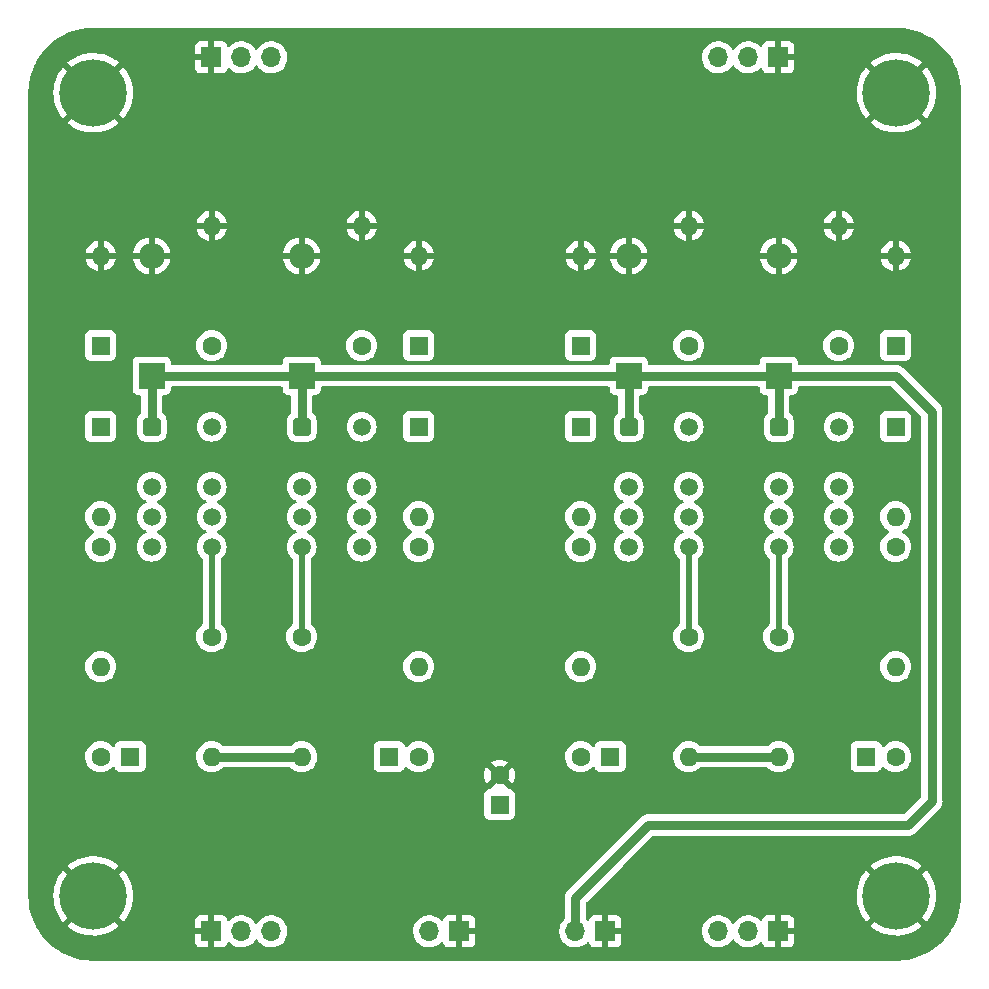
<source format=gbr>
%TF.GenerationSoftware,KiCad,Pcbnew,(6.0.10)*%
%TF.CreationDate,2023-02-25T16:57:16+08:00*%
%TF.ProjectId,LutrarmyMic_PhPwrSwitch,4c757472-6172-46d7-994d-69635f506850,rev?*%
%TF.SameCoordinates,Original*%
%TF.FileFunction,Copper,L2,Bot*%
%TF.FilePolarity,Positive*%
%FSLAX46Y46*%
G04 Gerber Fmt 4.6, Leading zero omitted, Abs format (unit mm)*
G04 Created by KiCad (PCBNEW (6.0.10)) date 2023-02-25 16:57:16*
%MOMM*%
%LPD*%
G01*
G04 APERTURE LIST*
G04 Aperture macros list*
%AMRoundRect*
0 Rectangle with rounded corners*
0 $1 Rounding radius*
0 $2 $3 $4 $5 $6 $7 $8 $9 X,Y pos of 4 corners*
0 Add a 4 corners polygon primitive as box body*
4,1,4,$2,$3,$4,$5,$6,$7,$8,$9,$2,$3,0*
0 Add four circle primitives for the rounded corners*
1,1,$1+$1,$2,$3*
1,1,$1+$1,$4,$5*
1,1,$1+$1,$6,$7*
1,1,$1+$1,$8,$9*
0 Add four rect primitives between the rounded corners*
20,1,$1+$1,$2,$3,$4,$5,0*
20,1,$1+$1,$4,$5,$6,$7,0*
20,1,$1+$1,$6,$7,$8,$9,0*
20,1,$1+$1,$8,$9,$2,$3,0*%
G04 Aperture macros list end*
%TA.AperFunction,ComponentPad*%
%ADD10C,5.700000*%
%TD*%
%TA.AperFunction,ComponentPad*%
%ADD11C,1.600000*%
%TD*%
%TA.AperFunction,ComponentPad*%
%ADD12O,1.600000X1.600000*%
%TD*%
%TA.AperFunction,ComponentPad*%
%ADD13R,2.200000X2.200000*%
%TD*%
%TA.AperFunction,ComponentPad*%
%ADD14O,2.200000X2.200000*%
%TD*%
%TA.AperFunction,ComponentPad*%
%ADD15RoundRect,0.250500X-0.499500X-0.499500X0.499500X-0.499500X0.499500X0.499500X-0.499500X0.499500X0*%
%TD*%
%TA.AperFunction,ComponentPad*%
%ADD16C,1.500000*%
%TD*%
%TA.AperFunction,ComponentPad*%
%ADD17R,1.600000X1.600000*%
%TD*%
%TA.AperFunction,ComponentPad*%
%ADD18R,1.700000X1.700000*%
%TD*%
%TA.AperFunction,ComponentPad*%
%ADD19O,1.700000X1.700000*%
%TD*%
%TA.AperFunction,Conductor*%
%ADD20C,0.500000*%
%TD*%
%TA.AperFunction,Conductor*%
%ADD21C,0.800000*%
%TD*%
G04 APERTURE END LIST*
D10*
%TO.P,REF\u002A\u002A,1*%
%TO.N,Earth*%
X135000000Y-121000000D03*
%TD*%
D11*
%TO.P,R11,1*%
%TO.N,Net-(D9-Pad2)*%
X162560000Y-91440000D03*
D12*
%TO.P,R11,2*%
%TO.N,Net-(C4-Pad2)*%
X162560000Y-101600000D03*
%TD*%
D10*
%TO.P,REF\u002A\u002A,1*%
%TO.N,Earth*%
X135000000Y-53000000D03*
%TD*%
D11*
%TO.P,R5,1*%
%TO.N,Net-(D3-Pad2)*%
X202946000Y-91440000D03*
D12*
%TO.P,R5,2*%
%TO.N,Net-(C1-Pad2)*%
X202946000Y-101600000D03*
%TD*%
D13*
%TO.P,D7,1,K*%
%TO.N,9V+*%
X139954000Y-76962000D03*
D14*
%TO.P,D7,2,A*%
%TO.N,Earth*%
X139954000Y-66802000D03*
%TD*%
D15*
%TO.P,K1,1*%
%TO.N,9V+*%
X193040000Y-81280000D03*
D16*
%TO.P,K1,3*%
%TO.N,Net-(K1-Pad10)*%
X193040000Y-86360000D03*
%TO.P,K1,4*%
%TO.N,MIC_1_XLR_2*%
X193040000Y-88900000D03*
%TO.P,K1,5*%
%TO.N,Net-(C1-Pad1)*%
X193040000Y-91440000D03*
%TO.P,K1,8*%
%TO.N,Net-(D3-Pad2)*%
X198120000Y-91440000D03*
%TO.P,K1,9*%
%TO.N,AMP_1_XLR_2*%
X198120000Y-88900000D03*
%TO.P,K1,10*%
%TO.N,Net-(K1-Pad10)*%
X198120000Y-86360000D03*
%TO.P,K1,12*%
%TO.N,Net-(K1-Pad12)*%
X198120000Y-81280000D03*
%TD*%
D11*
%TO.P,R10,1*%
%TO.N,Net-(C5-Pad1)*%
X145034000Y-99060000D03*
D12*
%TO.P,R10,2*%
%TO.N,48V+*%
X145034000Y-109220000D03*
%TD*%
D11*
%TO.P,R8,1*%
%TO.N,Net-(K4-Pad12)*%
X145034000Y-74422000D03*
D12*
%TO.P,R8,2*%
%TO.N,Earth*%
X145034000Y-64262000D03*
%TD*%
D17*
%TO.P,D3,1,K*%
%TO.N,Net-(D3-Pad1)*%
X202946000Y-81280000D03*
D12*
%TO.P,D3,2,A*%
%TO.N,Net-(D3-Pad2)*%
X202946000Y-88900000D03*
%TD*%
D15*
%TO.P,K3,1*%
%TO.N,9V+*%
X152654000Y-81280000D03*
D16*
%TO.P,K3,3*%
%TO.N,Net-(K3-Pad10)*%
X152654000Y-86360000D03*
%TO.P,K3,4*%
%TO.N,MIC_2_XLR_1*%
X152654000Y-88900000D03*
%TO.P,K3,5*%
%TO.N,Net-(C4-Pad1)*%
X152654000Y-91440000D03*
%TO.P,K3,8*%
%TO.N,Net-(D9-Pad2)*%
X157734000Y-91440000D03*
%TO.P,K3,9*%
%TO.N,AMP_2_XLR_1*%
X157734000Y-88900000D03*
%TO.P,K3,10*%
%TO.N,Net-(K3-Pad10)*%
X157734000Y-86360000D03*
%TO.P,K3,12*%
%TO.N,Net-(K3-Pad12)*%
X157734000Y-81280000D03*
%TD*%
D17*
%TO.P,D4,1,K*%
%TO.N,Net-(D3-Pad1)*%
X202946000Y-74422000D03*
D12*
%TO.P,D4,2,A*%
%TO.N,Earth*%
X202946000Y-66802000D03*
%TD*%
D11*
%TO.P,R1,1*%
%TO.N,Net-(K1-Pad12)*%
X198120000Y-74422000D03*
D12*
%TO.P,R1,2*%
%TO.N,Earth*%
X198120000Y-64262000D03*
%TD*%
D11*
%TO.P,R2,1*%
%TO.N,Net-(K2-Pad12)*%
X185420000Y-74422000D03*
D12*
%TO.P,R2,2*%
%TO.N,Earth*%
X185420000Y-64262000D03*
%TD*%
D17*
%TO.P,D9,1,K*%
%TO.N,Net-(D10-Pad1)*%
X162560000Y-81280000D03*
D12*
%TO.P,D9,2,A*%
%TO.N,Net-(D9-Pad2)*%
X162560000Y-88900000D03*
%TD*%
D13*
%TO.P,D1,1,K*%
%TO.N,9V+*%
X193040000Y-76962000D03*
D14*
%TO.P,D1,2,A*%
%TO.N,Earth*%
X193040000Y-66802000D03*
%TD*%
D11*
%TO.P,R4,1*%
%TO.N,Net-(C2-Pad1)*%
X185420000Y-99060000D03*
D12*
%TO.P,R4,2*%
%TO.N,48V+*%
X185420000Y-109220000D03*
%TD*%
D13*
%TO.P,D2,1,K*%
%TO.N,9V+*%
X180340000Y-76962000D03*
D14*
%TO.P,D2,2,A*%
%TO.N,Earth*%
X180340000Y-66802000D03*
%TD*%
D17*
%TO.P,C5,1*%
%TO.N,Net-(C5-Pad1)*%
X138136000Y-109220000D03*
D11*
%TO.P,C5,2*%
%TO.N,Net-(C5-Pad2)*%
X135636000Y-109220000D03*
%TD*%
D18*
%TO.P,J4,1,Pin_1*%
%TO.N,Earth*%
X145000000Y-50000000D03*
D19*
%TO.P,J4,2,Pin_2*%
%TO.N,MIC_2_XLR_2*%
X147540000Y-50000000D03*
%TO.P,J4,3,Pin_3*%
%TO.N,MIC_2_XLR_1*%
X150080000Y-50000000D03*
%TD*%
D17*
%TO.P,D12,1,K*%
%TO.N,Net-(D11-Pad1)*%
X135636000Y-74422000D03*
D12*
%TO.P,D12,2,A*%
%TO.N,Earth*%
X135636000Y-66802000D03*
%TD*%
D17*
%TO.P,D10,1,K*%
%TO.N,Net-(D10-Pad1)*%
X162560000Y-74422000D03*
D12*
%TO.P,D10,2,A*%
%TO.N,Earth*%
X162560000Y-66802000D03*
%TD*%
D18*
%TO.P,J3,1,Pin_1*%
%TO.N,Earth*%
X193000000Y-50000000D03*
D19*
%TO.P,J3,2,Pin_2*%
%TO.N,MIC_1_XLR_2*%
X190460000Y-50000000D03*
%TO.P,J3,3,Pin_3*%
%TO.N,MIC_1_XLR_1*%
X187920000Y-50000000D03*
%TD*%
D15*
%TO.P,K2,1*%
%TO.N,9V+*%
X180340000Y-81280000D03*
D16*
%TO.P,K2,3*%
%TO.N,Net-(K2-Pad10)*%
X180340000Y-86360000D03*
%TO.P,K2,4*%
%TO.N,AMP_1_XLR_1*%
X180340000Y-88900000D03*
%TO.P,K2,5*%
%TO.N,Net-(D5-Pad2)*%
X180340000Y-91440000D03*
%TO.P,K2,8*%
%TO.N,Net-(C2-Pad1)*%
X185420000Y-91440000D03*
%TO.P,K2,9*%
%TO.N,MIC_1_XLR_1*%
X185420000Y-88900000D03*
%TO.P,K2,10*%
%TO.N,Net-(K2-Pad10)*%
X185420000Y-86360000D03*
%TO.P,K2,12*%
%TO.N,Net-(K2-Pad12)*%
X185420000Y-81280000D03*
%TD*%
D11*
%TO.P,R9,1*%
%TO.N,Net-(C4-Pad1)*%
X152654000Y-99060000D03*
D12*
%TO.P,R9,2*%
%TO.N,48V+*%
X152654000Y-109220000D03*
%TD*%
D17*
%TO.P,D5,1,K*%
%TO.N,Net-(D5-Pad1)*%
X176276000Y-81280000D03*
D12*
%TO.P,D5,2,A*%
%TO.N,Net-(D5-Pad2)*%
X176276000Y-88900000D03*
%TD*%
D17*
%TO.P,D11,1,K*%
%TO.N,Net-(D11-Pad1)*%
X135636000Y-81280000D03*
D12*
%TO.P,D11,2,A*%
%TO.N,Net-(D11-Pad2)*%
X135636000Y-88900000D03*
%TD*%
D18*
%TO.P,J5,1,Pin_1*%
%TO.N,Earth*%
X166000000Y-124000000D03*
D19*
%TO.P,J5,2,Pin_2*%
%TO.N,48V+*%
X163460000Y-124000000D03*
%TD*%
D11*
%TO.P,R3,1*%
%TO.N,Net-(C1-Pad1)*%
X193040000Y-99060000D03*
D12*
%TO.P,R3,2*%
%TO.N,48V+*%
X193040000Y-109220000D03*
%TD*%
D17*
%TO.P,D6,1,K*%
%TO.N,Net-(D5-Pad1)*%
X176276000Y-74422000D03*
D12*
%TO.P,D6,2,A*%
%TO.N,Earth*%
X176276000Y-66802000D03*
%TD*%
D18*
%TO.P,J1,1,Pin_1*%
%TO.N,Earth*%
X193000000Y-124000000D03*
D19*
%TO.P,J1,2,Pin_2*%
%TO.N,AMP_1_XLR_2*%
X190460000Y-124000000D03*
%TO.P,J1,3,Pin_3*%
%TO.N,AMP_1_XLR_1*%
X187920000Y-124000000D03*
%TD*%
D18*
%TO.P,J2,1,Pin_1*%
%TO.N,Earth*%
X145000000Y-124000000D03*
D19*
%TO.P,J2,2,Pin_2*%
%TO.N,AMP_2_XLR_2*%
X147540000Y-124000000D03*
%TO.P,J2,3,Pin_3*%
%TO.N,AMP_2_XLR_1*%
X150080000Y-124000000D03*
%TD*%
D11*
%TO.P,R12,1*%
%TO.N,Net-(D11-Pad2)*%
X135636000Y-91440000D03*
D12*
%TO.P,R12,2*%
%TO.N,Net-(C5-Pad2)*%
X135636000Y-101600000D03*
%TD*%
D10*
%TO.P,REF\u002A\u002A,1*%
%TO.N,Earth*%
X203000000Y-121000000D03*
%TD*%
D15*
%TO.P,K4,1*%
%TO.N,9V+*%
X139954000Y-81280000D03*
D16*
%TO.P,K4,3*%
%TO.N,Net-(K4-Pad10)*%
X139954000Y-86360000D03*
%TO.P,K4,4*%
%TO.N,AMP_2_XLR_2*%
X139954000Y-88900000D03*
%TO.P,K4,5*%
%TO.N,Net-(D11-Pad2)*%
X139954000Y-91440000D03*
%TO.P,K4,8*%
%TO.N,Net-(C5-Pad1)*%
X145034000Y-91440000D03*
%TO.P,K4,9*%
%TO.N,MIC_2_XLR_2*%
X145034000Y-88900000D03*
%TO.P,K4,10*%
%TO.N,Net-(K4-Pad10)*%
X145034000Y-86360000D03*
%TO.P,K4,12*%
%TO.N,Net-(K4-Pad12)*%
X145034000Y-81280000D03*
%TD*%
D17*
%TO.P,C3,1*%
%TO.N,48V+*%
X169418000Y-113284000D03*
D11*
%TO.P,C3,2*%
%TO.N,Earth*%
X169418000Y-110784000D03*
%TD*%
%TO.P,R7,1*%
%TO.N,Net-(K3-Pad12)*%
X157734000Y-74422000D03*
D12*
%TO.P,R7,2*%
%TO.N,Earth*%
X157734000Y-64262000D03*
%TD*%
D11*
%TO.P,R6,1*%
%TO.N,Net-(D5-Pad2)*%
X176276000Y-91440000D03*
D12*
%TO.P,R6,2*%
%TO.N,Net-(C2-Pad2)*%
X176276000Y-101600000D03*
%TD*%
D10*
%TO.P,REF\u002A\u002A,1*%
%TO.N,Earth*%
X203000000Y-53000000D03*
%TD*%
D17*
%TO.P,C1,1*%
%TO.N,Net-(C1-Pad1)*%
X200446000Y-109220000D03*
D11*
%TO.P,C1,2*%
%TO.N,Net-(C1-Pad2)*%
X202946000Y-109220000D03*
%TD*%
D13*
%TO.P,D8,1,K*%
%TO.N,9V+*%
X152654000Y-76962000D03*
D14*
%TO.P,D8,2,A*%
%TO.N,Earth*%
X152654000Y-66802000D03*
%TD*%
D17*
%TO.P,C4,1*%
%TO.N,Net-(C4-Pad1)*%
X160060000Y-109220000D03*
D11*
%TO.P,C4,2*%
%TO.N,Net-(C4-Pad2)*%
X162560000Y-109220000D03*
%TD*%
D17*
%TO.P,C2,1*%
%TO.N,Net-(C2-Pad1)*%
X178776000Y-109220000D03*
D11*
%TO.P,C2,2*%
%TO.N,Net-(C2-Pad2)*%
X176276000Y-109220000D03*
%TD*%
D18*
%TO.P,J6,1,Pin_1*%
%TO.N,Earth*%
X178365000Y-124000000D03*
D19*
%TO.P,J6,2,Pin_2*%
%TO.N,9V+*%
X175825000Y-124000000D03*
%TD*%
D20*
%TO.N,Net-(C1-Pad1)*%
X193040000Y-99060000D02*
X193040000Y-91440000D01*
%TO.N,Net-(C2-Pad1)*%
X185420000Y-91440000D02*
X185420000Y-99060000D01*
D21*
%TO.N,48V+*%
X185420000Y-109220000D02*
X193040000Y-109220000D01*
X145034000Y-109220000D02*
X152654000Y-109220000D01*
D20*
%TO.N,Net-(C4-Pad1)*%
X152654000Y-91512500D02*
X152654000Y-99060000D01*
%TO.N,Net-(C5-Pad1)*%
X145034000Y-91440000D02*
X145034000Y-99060000D01*
D21*
%TO.N,9V+*%
X182000000Y-115000000D02*
X204000000Y-115000000D01*
X175825000Y-121175000D02*
X182000000Y-115000000D01*
X202962000Y-76962000D02*
X193040000Y-76962000D01*
X152654000Y-76962000D02*
X152654000Y-81280000D01*
X180340000Y-76962000D02*
X193040000Y-76962000D01*
X139954000Y-76962000D02*
X139954000Y-81280000D01*
X204000000Y-115000000D02*
X206000000Y-113000000D01*
X193040000Y-81280000D02*
X193040000Y-76962000D01*
X180340000Y-81280000D02*
X180340000Y-76962000D01*
X206000000Y-113000000D02*
X206000000Y-80000000D01*
X139954000Y-76962000D02*
X152654000Y-76962000D01*
X180340000Y-76962000D02*
X152654000Y-76962000D01*
X206000000Y-80000000D02*
X202962000Y-76962000D01*
X175825000Y-124000000D02*
X175825000Y-121175000D01*
%TD*%
%TA.AperFunction,Conductor*%
%TO.N,Earth*%
G36*
X202970018Y-47510000D02*
G01*
X202984851Y-47512310D01*
X202984855Y-47512310D01*
X202993724Y-47513691D01*
X203014664Y-47510953D01*
X203036202Y-47509997D01*
X203224026Y-47517766D01*
X203448278Y-47527041D01*
X203458656Y-47527901D01*
X203734674Y-47562307D01*
X203898702Y-47582753D01*
X203908967Y-47584465D01*
X204072054Y-47618661D01*
X204342976Y-47675467D01*
X204353072Y-47678023D01*
X204778101Y-47804561D01*
X204787938Y-47807938D01*
X205201081Y-47969147D01*
X205210581Y-47973314D01*
X205608983Y-48168081D01*
X205618141Y-48173037D01*
X205999085Y-48400030D01*
X206007804Y-48405726D01*
X206368705Y-48663405D01*
X206376923Y-48669801D01*
X206715326Y-48956413D01*
X206722987Y-48963467D01*
X207036533Y-49277013D01*
X207043587Y-49284674D01*
X207330199Y-49623077D01*
X207336595Y-49631295D01*
X207594274Y-49992196D01*
X207599970Y-50000915D01*
X207758849Y-50267548D01*
X207826963Y-50381859D01*
X207831918Y-50391015D01*
X207986391Y-50706994D01*
X208026682Y-50789411D01*
X208030853Y-50798919D01*
X208192062Y-51212062D01*
X208195439Y-51221899D01*
X208321977Y-51646928D01*
X208324533Y-51657024D01*
X208379573Y-51919521D01*
X208415534Y-52091030D01*
X208417248Y-52101302D01*
X208472099Y-52541344D01*
X208472959Y-52551722D01*
X208489694Y-52956335D01*
X208488302Y-52980920D01*
X208486309Y-52993724D01*
X208487473Y-53002626D01*
X208487473Y-53002628D01*
X208490436Y-53025283D01*
X208491500Y-53041621D01*
X208491500Y-120950633D01*
X208490000Y-120970018D01*
X208487690Y-120984851D01*
X208487690Y-120984855D01*
X208486309Y-120993724D01*
X208489047Y-121014659D01*
X208490003Y-121036202D01*
X208486367Y-121124116D01*
X208472959Y-121448278D01*
X208472099Y-121458656D01*
X208417248Y-121898698D01*
X208415534Y-121908970D01*
X208324533Y-122342976D01*
X208321977Y-122353072D01*
X208195439Y-122778101D01*
X208192062Y-122787938D01*
X208030853Y-123201081D01*
X208026686Y-123210581D01*
X207859901Y-123551745D01*
X207831919Y-123608983D01*
X207826964Y-123618139D01*
X207754596Y-123739588D01*
X207599970Y-123999085D01*
X207594274Y-124007804D01*
X207336595Y-124368705D01*
X207330199Y-124376923D01*
X207043587Y-124715326D01*
X207036533Y-124722987D01*
X206722987Y-125036533D01*
X206715326Y-125043587D01*
X206376923Y-125330199D01*
X206368705Y-125336595D01*
X206007804Y-125594274D01*
X205999085Y-125599970D01*
X205618141Y-125826963D01*
X205608985Y-125831918D01*
X205210581Y-126026686D01*
X205201081Y-126030853D01*
X204787938Y-126192062D01*
X204778101Y-126195439D01*
X204353072Y-126321977D01*
X204342975Y-126324533D01*
X203908967Y-126415535D01*
X203898702Y-126417247D01*
X203734674Y-126437693D01*
X203458656Y-126472099D01*
X203448278Y-126472959D01*
X203270676Y-126480305D01*
X203043661Y-126489694D01*
X203019080Y-126488302D01*
X203006276Y-126486309D01*
X202997374Y-126487473D01*
X202997372Y-126487473D01*
X202982323Y-126489441D01*
X202974714Y-126490436D01*
X202958379Y-126491500D01*
X135049367Y-126491500D01*
X135029982Y-126490000D01*
X135015149Y-126487690D01*
X135015145Y-126487690D01*
X135006276Y-126486309D01*
X134985336Y-126489047D01*
X134963798Y-126490003D01*
X134775974Y-126482234D01*
X134551722Y-126472959D01*
X134541344Y-126472099D01*
X134265326Y-126437693D01*
X134101298Y-126417247D01*
X134091033Y-126415535D01*
X133657025Y-126324533D01*
X133646928Y-126321977D01*
X133221899Y-126195439D01*
X133212062Y-126192062D01*
X132798919Y-126030853D01*
X132789419Y-126026686D01*
X132391015Y-125831918D01*
X132381859Y-125826963D01*
X132000915Y-125599970D01*
X131992196Y-125594274D01*
X131631295Y-125336595D01*
X131623077Y-125330199D01*
X131284674Y-125043587D01*
X131277013Y-125036533D01*
X131135149Y-124894669D01*
X143642001Y-124894669D01*
X143642371Y-124901490D01*
X143647895Y-124952352D01*
X143651521Y-124967604D01*
X143696676Y-125088054D01*
X143705214Y-125103649D01*
X143781715Y-125205724D01*
X143794276Y-125218285D01*
X143896351Y-125294786D01*
X143911946Y-125303324D01*
X144032394Y-125348478D01*
X144047649Y-125352105D01*
X144098514Y-125357631D01*
X144105328Y-125358000D01*
X144727885Y-125358000D01*
X144743124Y-125353525D01*
X144744329Y-125352135D01*
X144746000Y-125344452D01*
X144746000Y-125339884D01*
X145254000Y-125339884D01*
X145258475Y-125355123D01*
X145259865Y-125356328D01*
X145267548Y-125357999D01*
X145894669Y-125357999D01*
X145901490Y-125357629D01*
X145952352Y-125352105D01*
X145967604Y-125348479D01*
X146088054Y-125303324D01*
X146103649Y-125294786D01*
X146205724Y-125218285D01*
X146218285Y-125205724D01*
X146294786Y-125103649D01*
X146303324Y-125088054D01*
X146344225Y-124978952D01*
X146386867Y-124922188D01*
X146453428Y-124897488D01*
X146522777Y-124912696D01*
X146557444Y-124940684D01*
X146582865Y-124970031D01*
X146582869Y-124970035D01*
X146586250Y-124973938D01*
X146758126Y-125116632D01*
X146951000Y-125229338D01*
X147159692Y-125309030D01*
X147164760Y-125310061D01*
X147164763Y-125310062D01*
X147263740Y-125330199D01*
X147378597Y-125353567D01*
X147383772Y-125353757D01*
X147383774Y-125353757D01*
X147596673Y-125361564D01*
X147596677Y-125361564D01*
X147601837Y-125361753D01*
X147606957Y-125361097D01*
X147606959Y-125361097D01*
X147818288Y-125334025D01*
X147818289Y-125334025D01*
X147823416Y-125333368D01*
X147833979Y-125330199D01*
X148032429Y-125270661D01*
X148032434Y-125270659D01*
X148037384Y-125269174D01*
X148237994Y-125170896D01*
X148419860Y-125041173D01*
X148578096Y-124883489D01*
X148637594Y-124800689D01*
X148708453Y-124702077D01*
X148709776Y-124703028D01*
X148756645Y-124659857D01*
X148826580Y-124647625D01*
X148892026Y-124675144D01*
X148919875Y-124706994D01*
X148979987Y-124805088D01*
X149126250Y-124973938D01*
X149298126Y-125116632D01*
X149491000Y-125229338D01*
X149699692Y-125309030D01*
X149704760Y-125310061D01*
X149704763Y-125310062D01*
X149803740Y-125330199D01*
X149918597Y-125353567D01*
X149923772Y-125353757D01*
X149923774Y-125353757D01*
X150136673Y-125361564D01*
X150136677Y-125361564D01*
X150141837Y-125361753D01*
X150146957Y-125361097D01*
X150146959Y-125361097D01*
X150358288Y-125334025D01*
X150358289Y-125334025D01*
X150363416Y-125333368D01*
X150373979Y-125330199D01*
X150572429Y-125270661D01*
X150572434Y-125270659D01*
X150577384Y-125269174D01*
X150777994Y-125170896D01*
X150959860Y-125041173D01*
X151118096Y-124883489D01*
X151177594Y-124800689D01*
X151245435Y-124706277D01*
X151248453Y-124702077D01*
X151269320Y-124659857D01*
X151345136Y-124506453D01*
X151345137Y-124506451D01*
X151347430Y-124501811D01*
X151391540Y-124356628D01*
X151410865Y-124293023D01*
X151410865Y-124293021D01*
X151412370Y-124288069D01*
X151441529Y-124066590D01*
X151441611Y-124063240D01*
X151443074Y-124003365D01*
X151443074Y-124003361D01*
X151443156Y-124000000D01*
X151440418Y-123966695D01*
X162097251Y-123966695D01*
X162097548Y-123971848D01*
X162097548Y-123971851D01*
X162103011Y-124066590D01*
X162110110Y-124189715D01*
X162111247Y-124194761D01*
X162111248Y-124194767D01*
X162125606Y-124258475D01*
X162159222Y-124407639D01*
X162243266Y-124614616D01*
X162294019Y-124697438D01*
X162357291Y-124800688D01*
X162359987Y-124805088D01*
X162506250Y-124973938D01*
X162678126Y-125116632D01*
X162871000Y-125229338D01*
X163079692Y-125309030D01*
X163084760Y-125310061D01*
X163084763Y-125310062D01*
X163183740Y-125330199D01*
X163298597Y-125353567D01*
X163303772Y-125353757D01*
X163303774Y-125353757D01*
X163516673Y-125361564D01*
X163516677Y-125361564D01*
X163521837Y-125361753D01*
X163526957Y-125361097D01*
X163526959Y-125361097D01*
X163738288Y-125334025D01*
X163738289Y-125334025D01*
X163743416Y-125333368D01*
X163753979Y-125330199D01*
X163952429Y-125270661D01*
X163952434Y-125270659D01*
X163957384Y-125269174D01*
X164157994Y-125170896D01*
X164339860Y-125041173D01*
X164407331Y-124973938D01*
X164448479Y-124932933D01*
X164510851Y-124899017D01*
X164581658Y-124904205D01*
X164638419Y-124946851D01*
X164655401Y-124977954D01*
X164696676Y-125088054D01*
X164705214Y-125103649D01*
X164781715Y-125205724D01*
X164794276Y-125218285D01*
X164896351Y-125294786D01*
X164911946Y-125303324D01*
X165032394Y-125348478D01*
X165047649Y-125352105D01*
X165098514Y-125357631D01*
X165105328Y-125358000D01*
X165727885Y-125358000D01*
X165743124Y-125353525D01*
X165744329Y-125352135D01*
X165746000Y-125344452D01*
X165746000Y-125339884D01*
X166254000Y-125339884D01*
X166258475Y-125355123D01*
X166259865Y-125356328D01*
X166267548Y-125357999D01*
X166894669Y-125357999D01*
X166901490Y-125357629D01*
X166952352Y-125352105D01*
X166967604Y-125348479D01*
X167088054Y-125303324D01*
X167103649Y-125294786D01*
X167205724Y-125218285D01*
X167218285Y-125205724D01*
X167294786Y-125103649D01*
X167303324Y-125088054D01*
X167348478Y-124967606D01*
X167352105Y-124952351D01*
X167357631Y-124901486D01*
X167358000Y-124894672D01*
X167358000Y-124272115D01*
X167353525Y-124256876D01*
X167352135Y-124255671D01*
X167344452Y-124254000D01*
X166272115Y-124254000D01*
X166256876Y-124258475D01*
X166255671Y-124259865D01*
X166254000Y-124267548D01*
X166254000Y-125339884D01*
X165746000Y-125339884D01*
X165746000Y-123727885D01*
X166254000Y-123727885D01*
X166258475Y-123743124D01*
X166259865Y-123744329D01*
X166267548Y-123746000D01*
X167339884Y-123746000D01*
X167355123Y-123741525D01*
X167356328Y-123740135D01*
X167357999Y-123732452D01*
X167357999Y-123105331D01*
X167357629Y-123098510D01*
X167352105Y-123047648D01*
X167348479Y-123032396D01*
X167303324Y-122911946D01*
X167294786Y-122896351D01*
X167218285Y-122794276D01*
X167205724Y-122781715D01*
X167103649Y-122705214D01*
X167088054Y-122696676D01*
X166967606Y-122651522D01*
X166952351Y-122647895D01*
X166901486Y-122642369D01*
X166894672Y-122642000D01*
X166272115Y-122642000D01*
X166256876Y-122646475D01*
X166255671Y-122647865D01*
X166254000Y-122655548D01*
X166254000Y-123727885D01*
X165746000Y-123727885D01*
X165746000Y-122660116D01*
X165741525Y-122644877D01*
X165740135Y-122643672D01*
X165732452Y-122642001D01*
X165105331Y-122642001D01*
X165098510Y-122642371D01*
X165047648Y-122647895D01*
X165032396Y-122651521D01*
X164911946Y-122696676D01*
X164896351Y-122705214D01*
X164794276Y-122781715D01*
X164781715Y-122794276D01*
X164705214Y-122896351D01*
X164696676Y-122911946D01*
X164655297Y-123022322D01*
X164612655Y-123079087D01*
X164546093Y-123103786D01*
X164476744Y-123088578D01*
X164444121Y-123062891D01*
X164393151Y-123006876D01*
X164393145Y-123006870D01*
X164389670Y-123003051D01*
X164385619Y-122999852D01*
X164385615Y-122999848D01*
X164218414Y-122867800D01*
X164218410Y-122867798D01*
X164214359Y-122864598D01*
X164018789Y-122756638D01*
X164013920Y-122754914D01*
X164013916Y-122754912D01*
X163813087Y-122683795D01*
X163813083Y-122683794D01*
X163808212Y-122682069D01*
X163803119Y-122681162D01*
X163803116Y-122681161D01*
X163593373Y-122643800D01*
X163593367Y-122643799D01*
X163588284Y-122642894D01*
X163514452Y-122641992D01*
X163370081Y-122640228D01*
X163370079Y-122640228D01*
X163364911Y-122640165D01*
X163144091Y-122673955D01*
X162931756Y-122743357D01*
X162733607Y-122846507D01*
X162729474Y-122849610D01*
X162729471Y-122849612D01*
X162559100Y-122977530D01*
X162554965Y-122980635D01*
X162400629Y-123142138D01*
X162397720Y-123146403D01*
X162397714Y-123146411D01*
X162372974Y-123182678D01*
X162274743Y-123326680D01*
X162180688Y-123529305D01*
X162120989Y-123744570D01*
X162097251Y-123966695D01*
X151440418Y-123966695D01*
X151424852Y-123777361D01*
X151370431Y-123560702D01*
X151281354Y-123355840D01*
X151169386Y-123182764D01*
X151162822Y-123172617D01*
X151162820Y-123172614D01*
X151160014Y-123168277D01*
X151009670Y-123003051D01*
X151005619Y-122999852D01*
X151005615Y-122999848D01*
X150838414Y-122867800D01*
X150838410Y-122867798D01*
X150834359Y-122864598D01*
X150638789Y-122756638D01*
X150633920Y-122754914D01*
X150633916Y-122754912D01*
X150433087Y-122683795D01*
X150433083Y-122683794D01*
X150428212Y-122682069D01*
X150423119Y-122681162D01*
X150423116Y-122681161D01*
X150213373Y-122643800D01*
X150213367Y-122643799D01*
X150208284Y-122642894D01*
X150134452Y-122641992D01*
X149990081Y-122640228D01*
X149990079Y-122640228D01*
X149984911Y-122640165D01*
X149764091Y-122673955D01*
X149551756Y-122743357D01*
X149353607Y-122846507D01*
X149349474Y-122849610D01*
X149349471Y-122849612D01*
X149179100Y-122977530D01*
X149174965Y-122980635D01*
X149020629Y-123142138D01*
X148913201Y-123299621D01*
X148858293Y-123344621D01*
X148787768Y-123352792D01*
X148724021Y-123321538D01*
X148703324Y-123297054D01*
X148622822Y-123172617D01*
X148622820Y-123172614D01*
X148620014Y-123168277D01*
X148469670Y-123003051D01*
X148465619Y-122999852D01*
X148465615Y-122999848D01*
X148298414Y-122867800D01*
X148298410Y-122867798D01*
X148294359Y-122864598D01*
X148098789Y-122756638D01*
X148093920Y-122754914D01*
X148093916Y-122754912D01*
X147893087Y-122683795D01*
X147893083Y-122683794D01*
X147888212Y-122682069D01*
X147883119Y-122681162D01*
X147883116Y-122681161D01*
X147673373Y-122643800D01*
X147673367Y-122643799D01*
X147668284Y-122642894D01*
X147594452Y-122641992D01*
X147450081Y-122640228D01*
X147450079Y-122640228D01*
X147444911Y-122640165D01*
X147224091Y-122673955D01*
X147011756Y-122743357D01*
X146813607Y-122846507D01*
X146809474Y-122849610D01*
X146809471Y-122849612D01*
X146639100Y-122977530D01*
X146634965Y-122980635D01*
X146631393Y-122984373D01*
X146553898Y-123065466D01*
X146492374Y-123100895D01*
X146421462Y-123097438D01*
X146363676Y-123056192D01*
X146344823Y-123022644D01*
X146303324Y-122911946D01*
X146294786Y-122896351D01*
X146218285Y-122794276D01*
X146205724Y-122781715D01*
X146103649Y-122705214D01*
X146088054Y-122696676D01*
X145967606Y-122651522D01*
X145952351Y-122647895D01*
X145901486Y-122642369D01*
X145894672Y-122642000D01*
X145272115Y-122642000D01*
X145256876Y-122646475D01*
X145255671Y-122647865D01*
X145254000Y-122655548D01*
X145254000Y-125339884D01*
X144746000Y-125339884D01*
X144746000Y-124272115D01*
X144741525Y-124256876D01*
X144740135Y-124255671D01*
X144732452Y-124254000D01*
X143660116Y-124254000D01*
X143644877Y-124258475D01*
X143643672Y-124259865D01*
X143642001Y-124267548D01*
X143642001Y-124894669D01*
X131135149Y-124894669D01*
X130963467Y-124722987D01*
X130956413Y-124715326D01*
X130669801Y-124376923D01*
X130663405Y-124368705D01*
X130405726Y-124007804D01*
X130400030Y-123999085D01*
X130245404Y-123739588D01*
X130173036Y-123618139D01*
X130168081Y-123608983D01*
X130140099Y-123551745D01*
X132813795Y-123551745D01*
X132813871Y-123552815D01*
X132817055Y-123557648D01*
X133097342Y-123772720D01*
X133102972Y-123776575D01*
X133407929Y-123961992D01*
X133413931Y-123965210D01*
X133737139Y-124116611D01*
X133743444Y-124119159D01*
X134081117Y-124234771D01*
X134087668Y-124236624D01*
X134435838Y-124315087D01*
X134442557Y-124316224D01*
X134797174Y-124356628D01*
X134803964Y-124357031D01*
X135160865Y-124358899D01*
X135167666Y-124358567D01*
X135522686Y-124321880D01*
X135529414Y-124320814D01*
X135878402Y-124245997D01*
X135884950Y-124244218D01*
X136223820Y-124132147D01*
X136230162Y-124129661D01*
X136554921Y-123981660D01*
X136560975Y-123978495D01*
X136867839Y-123796293D01*
X136873520Y-123792490D01*
X136959566Y-123727885D01*
X143642000Y-123727885D01*
X143646475Y-123743124D01*
X143647865Y-123744329D01*
X143655548Y-123746000D01*
X144727885Y-123746000D01*
X144743124Y-123741525D01*
X144744329Y-123740135D01*
X144746000Y-123732452D01*
X144746000Y-122660116D01*
X144741525Y-122644877D01*
X144740135Y-122643672D01*
X144732452Y-122642001D01*
X144105331Y-122642001D01*
X144098510Y-122642371D01*
X144047648Y-122647895D01*
X144032396Y-122651521D01*
X143911946Y-122696676D01*
X143896351Y-122705214D01*
X143794276Y-122781715D01*
X143781715Y-122794276D01*
X143705214Y-122896351D01*
X143696676Y-122911946D01*
X143651522Y-123032394D01*
X143647895Y-123047649D01*
X143642369Y-123098514D01*
X143642000Y-123105328D01*
X143642000Y-123727885D01*
X136959566Y-123727885D01*
X137158918Y-123578207D01*
X137164145Y-123573821D01*
X137176988Y-123561803D01*
X137185057Y-123548123D01*
X137185029Y-123547398D01*
X137179887Y-123539097D01*
X135012812Y-121372022D01*
X134998868Y-121364408D01*
X134997035Y-121364539D01*
X134990420Y-121368790D01*
X132821409Y-123537801D01*
X132813795Y-123551745D01*
X130140099Y-123551745D01*
X129973314Y-123210581D01*
X129969147Y-123201081D01*
X129807938Y-122787938D01*
X129804561Y-122778101D01*
X129678023Y-122353072D01*
X129675467Y-122342976D01*
X129584466Y-121908970D01*
X129582752Y-121898698D01*
X129527901Y-121458656D01*
X129527041Y-121448278D01*
X129510462Y-121047439D01*
X129512100Y-121021329D01*
X129512769Y-121017351D01*
X129512770Y-121017345D01*
X129513576Y-121012552D01*
X129513729Y-121000000D01*
X129512534Y-120991657D01*
X131637260Y-120991657D01*
X131655318Y-121348127D01*
X131656028Y-121354883D01*
X131712478Y-121707305D01*
X131713917Y-121713960D01*
X131808094Y-122058215D01*
X131810243Y-122064676D01*
X131941053Y-122396756D01*
X131943884Y-122402939D01*
X132109792Y-122718949D01*
X132113275Y-122724791D01*
X132312340Y-123021031D01*
X132316442Y-123026475D01*
X132440942Y-123174322D01*
X132453680Y-123182764D01*
X132464124Y-123176666D01*
X134627978Y-121012812D01*
X134634356Y-121001132D01*
X135364408Y-121001132D01*
X135364539Y-121002965D01*
X135368790Y-121009580D01*
X137534463Y-123175253D01*
X137548060Y-123182678D01*
X137557669Y-123175981D01*
X137662197Y-123054457D01*
X137666346Y-123049069D01*
X137868503Y-122754929D01*
X137872050Y-122749118D01*
X138041250Y-122434879D01*
X138044157Y-122428701D01*
X138178435Y-122098016D01*
X138180649Y-122091586D01*
X138278427Y-121748331D01*
X138279934Y-121741701D01*
X138340073Y-121389873D01*
X138340853Y-121383133D01*
X138362740Y-121025275D01*
X138362856Y-121021673D01*
X138362926Y-121001820D01*
X138362834Y-120998193D01*
X138343446Y-120640208D01*
X138342711Y-120633442D01*
X138285034Y-120281233D01*
X138283567Y-120274561D01*
X138188194Y-119930655D01*
X138186020Y-119924192D01*
X138054053Y-119592575D01*
X138051197Y-119586395D01*
X137884194Y-119270981D01*
X137880682Y-119265137D01*
X137680588Y-118969598D01*
X137676467Y-118964170D01*
X137559041Y-118825704D01*
X137546215Y-118817267D01*
X137535890Y-118823320D01*
X135372022Y-120987188D01*
X135364408Y-121001132D01*
X134634356Y-121001132D01*
X134635592Y-120998868D01*
X134635461Y-120997035D01*
X134631210Y-120990420D01*
X132465527Y-118824737D01*
X132451990Y-118817345D01*
X132442289Y-118824132D01*
X132330649Y-118954847D01*
X132326515Y-118960255D01*
X132125394Y-119255086D01*
X132121859Y-119260923D01*
X131953754Y-119575757D01*
X131950878Y-119581926D01*
X131817754Y-119913081D01*
X131815561Y-119919521D01*
X131718979Y-120263121D01*
X131717496Y-120269756D01*
X131658589Y-120621773D01*
X131657830Y-120628545D01*
X131637284Y-120984862D01*
X131637260Y-120991657D01*
X129512534Y-120991657D01*
X129509773Y-120972376D01*
X129508500Y-120954514D01*
X129508500Y-118451492D01*
X132814580Y-118451492D01*
X132814615Y-118452333D01*
X132819667Y-118460457D01*
X134987188Y-120627978D01*
X135001132Y-120635592D01*
X135002965Y-120635461D01*
X135009580Y-120631210D01*
X137178166Y-118462624D01*
X137185780Y-118448680D01*
X137185712Y-118447723D01*
X137180771Y-118440251D01*
X137176870Y-118436931D01*
X136892958Y-118220649D01*
X136887332Y-118216825D01*
X136581722Y-118032469D01*
X136575710Y-118029272D01*
X136251966Y-117878995D01*
X136245666Y-117876475D01*
X135907595Y-117762045D01*
X135901017Y-117760209D01*
X135552592Y-117682965D01*
X135545857Y-117681850D01*
X135191106Y-117642685D01*
X135184324Y-117642306D01*
X134827395Y-117641683D01*
X134820622Y-117642038D01*
X134465714Y-117679966D01*
X134459005Y-117681053D01*
X134110289Y-117757086D01*
X134103714Y-117758897D01*
X133765250Y-117872145D01*
X133758928Y-117874648D01*
X133434680Y-118023785D01*
X133428637Y-118026971D01*
X133122404Y-118210248D01*
X133116744Y-118214066D01*
X132832094Y-118429346D01*
X132826891Y-118433742D01*
X132822601Y-118437785D01*
X132814580Y-118451492D01*
X129508500Y-118451492D01*
X129508500Y-114132134D01*
X168109500Y-114132134D01*
X168116255Y-114194316D01*
X168167385Y-114330705D01*
X168254739Y-114447261D01*
X168371295Y-114534615D01*
X168507684Y-114585745D01*
X168569866Y-114592500D01*
X170266134Y-114592500D01*
X170328316Y-114585745D01*
X170464705Y-114534615D01*
X170581261Y-114447261D01*
X170668615Y-114330705D01*
X170719745Y-114194316D01*
X170726500Y-114132134D01*
X170726500Y-112435866D01*
X170719745Y-112373684D01*
X170668615Y-112237295D01*
X170581261Y-112120739D01*
X170464705Y-112033385D01*
X170328316Y-111982255D01*
X170284748Y-111977522D01*
X170269514Y-111975867D01*
X170269511Y-111975867D01*
X170266134Y-111975500D01*
X170262815Y-111975500D01*
X170195890Y-111951847D01*
X170160196Y-111905844D01*
X170158266Y-111906859D01*
X170152558Y-111896000D01*
X170152368Y-111895755D01*
X170152347Y-111895597D01*
X170132356Y-111857566D01*
X169430812Y-111156022D01*
X169416868Y-111148408D01*
X169415035Y-111148539D01*
X169408420Y-111152790D01*
X168702923Y-111858287D01*
X168680129Y-111900029D01*
X168677953Y-111910029D01*
X168627747Y-111960227D01*
X168574186Y-111975451D01*
X168573281Y-111975500D01*
X168569866Y-111975500D01*
X168566470Y-111975869D01*
X168566468Y-111975869D01*
X168554121Y-111977210D01*
X168507684Y-111982255D01*
X168371295Y-112033385D01*
X168254739Y-112120739D01*
X168167385Y-112237295D01*
X168116255Y-112373684D01*
X168109500Y-112435866D01*
X168109500Y-114132134D01*
X129508500Y-114132134D01*
X129508500Y-110789475D01*
X168105483Y-110789475D01*
X168124472Y-111006519D01*
X168126375Y-111017312D01*
X168182764Y-111227761D01*
X168186510Y-111238053D01*
X168278586Y-111435511D01*
X168284069Y-111445006D01*
X168320509Y-111497048D01*
X168330988Y-111505424D01*
X168344434Y-111498356D01*
X169045978Y-110796812D01*
X169052356Y-110785132D01*
X169782408Y-110785132D01*
X169782539Y-110786965D01*
X169786790Y-110793580D01*
X170492287Y-111499077D01*
X170504062Y-111505507D01*
X170516077Y-111496211D01*
X170551931Y-111445006D01*
X170557414Y-111435511D01*
X170649490Y-111238053D01*
X170653236Y-111227761D01*
X170709625Y-111017312D01*
X170711528Y-111006519D01*
X170730517Y-110789475D01*
X170730517Y-110778525D01*
X170711528Y-110561481D01*
X170709625Y-110550688D01*
X170653236Y-110340239D01*
X170649490Y-110329947D01*
X170557414Y-110132489D01*
X170551931Y-110122994D01*
X170515491Y-110070952D01*
X170505012Y-110062576D01*
X170491566Y-110069644D01*
X169790022Y-110771188D01*
X169782408Y-110785132D01*
X169052356Y-110785132D01*
X169053592Y-110782868D01*
X169053461Y-110781035D01*
X169049210Y-110774420D01*
X168343713Y-110068923D01*
X168331938Y-110062493D01*
X168319923Y-110071789D01*
X168284069Y-110122994D01*
X168278586Y-110132489D01*
X168186510Y-110329947D01*
X168182764Y-110340239D01*
X168126375Y-110550688D01*
X168124472Y-110561481D01*
X168105483Y-110778525D01*
X168105483Y-110789475D01*
X129508500Y-110789475D01*
X129508500Y-109220000D01*
X134322502Y-109220000D01*
X134342457Y-109448087D01*
X134343881Y-109453400D01*
X134343881Y-109453402D01*
X134369434Y-109548764D01*
X134401716Y-109669243D01*
X134404039Y-109674224D01*
X134404039Y-109674225D01*
X134496151Y-109871762D01*
X134496154Y-109871767D01*
X134498477Y-109876749D01*
X134501634Y-109881257D01*
X134621476Y-110052409D01*
X134629802Y-110064300D01*
X134791700Y-110226198D01*
X134796208Y-110229355D01*
X134796211Y-110229357D01*
X134837542Y-110258297D01*
X134979251Y-110357523D01*
X134984233Y-110359846D01*
X134984238Y-110359849D01*
X135112078Y-110419461D01*
X135186757Y-110454284D01*
X135192065Y-110455706D01*
X135192067Y-110455707D01*
X135402598Y-110512119D01*
X135402600Y-110512119D01*
X135407913Y-110513543D01*
X135636000Y-110533498D01*
X135864087Y-110513543D01*
X135869400Y-110512119D01*
X135869402Y-110512119D01*
X136079933Y-110455707D01*
X136079935Y-110455706D01*
X136085243Y-110454284D01*
X136159922Y-110419461D01*
X136287762Y-110359849D01*
X136287767Y-110359846D01*
X136292749Y-110357523D01*
X136434458Y-110258297D01*
X136475789Y-110229357D01*
X136475792Y-110229355D01*
X136480300Y-110226198D01*
X136626000Y-110080498D01*
X136688312Y-110046472D01*
X136759127Y-110051537D01*
X136815963Y-110094084D01*
X136833132Y-110130737D01*
X136834255Y-110130316D01*
X136885385Y-110266705D01*
X136972739Y-110383261D01*
X137089295Y-110470615D01*
X137225684Y-110521745D01*
X137287866Y-110528500D01*
X138984134Y-110528500D01*
X139046316Y-110521745D01*
X139182705Y-110470615D01*
X139299261Y-110383261D01*
X139386615Y-110266705D01*
X139437745Y-110130316D01*
X139444500Y-110068134D01*
X139444500Y-109220000D01*
X143720502Y-109220000D01*
X143740457Y-109448087D01*
X143741881Y-109453400D01*
X143741881Y-109453402D01*
X143767434Y-109548764D01*
X143799716Y-109669243D01*
X143802039Y-109674224D01*
X143802039Y-109674225D01*
X143894151Y-109871762D01*
X143894154Y-109871767D01*
X143896477Y-109876749D01*
X143899634Y-109881257D01*
X144019476Y-110052409D01*
X144027802Y-110064300D01*
X144189700Y-110226198D01*
X144194208Y-110229355D01*
X144194211Y-110229357D01*
X144235542Y-110258297D01*
X144377251Y-110357523D01*
X144382233Y-110359846D01*
X144382238Y-110359849D01*
X144510078Y-110419461D01*
X144584757Y-110454284D01*
X144590065Y-110455706D01*
X144590067Y-110455707D01*
X144800598Y-110512119D01*
X144800600Y-110512119D01*
X144805913Y-110513543D01*
X145034000Y-110533498D01*
X145262087Y-110513543D01*
X145267400Y-110512119D01*
X145267402Y-110512119D01*
X145477933Y-110455707D01*
X145477935Y-110455706D01*
X145483243Y-110454284D01*
X145557922Y-110419461D01*
X145685762Y-110359849D01*
X145685767Y-110359846D01*
X145690749Y-110357523D01*
X145832458Y-110258297D01*
X145873789Y-110229357D01*
X145873792Y-110229355D01*
X145878300Y-110226198D01*
X145939093Y-110165405D01*
X146001405Y-110131379D01*
X146028188Y-110128500D01*
X151659812Y-110128500D01*
X151727933Y-110148502D01*
X151748907Y-110165405D01*
X151809700Y-110226198D01*
X151814208Y-110229355D01*
X151814211Y-110229357D01*
X151855542Y-110258297D01*
X151997251Y-110357523D01*
X152002233Y-110359846D01*
X152002238Y-110359849D01*
X152130078Y-110419461D01*
X152204757Y-110454284D01*
X152210065Y-110455706D01*
X152210067Y-110455707D01*
X152420598Y-110512119D01*
X152420600Y-110512119D01*
X152425913Y-110513543D01*
X152654000Y-110533498D01*
X152882087Y-110513543D01*
X152887400Y-110512119D01*
X152887402Y-110512119D01*
X153097933Y-110455707D01*
X153097935Y-110455706D01*
X153103243Y-110454284D01*
X153177922Y-110419461D01*
X153305762Y-110359849D01*
X153305767Y-110359846D01*
X153310749Y-110357523D01*
X153452458Y-110258297D01*
X153493789Y-110229357D01*
X153493792Y-110229355D01*
X153498300Y-110226198D01*
X153656364Y-110068134D01*
X158751500Y-110068134D01*
X158758255Y-110130316D01*
X158809385Y-110266705D01*
X158896739Y-110383261D01*
X159013295Y-110470615D01*
X159149684Y-110521745D01*
X159211866Y-110528500D01*
X160908134Y-110528500D01*
X160970316Y-110521745D01*
X161106705Y-110470615D01*
X161223261Y-110383261D01*
X161310615Y-110266705D01*
X161361745Y-110130316D01*
X161363691Y-110131046D01*
X161393545Y-110078795D01*
X161456503Y-110045979D01*
X161527207Y-110052409D01*
X161570000Y-110080498D01*
X161715700Y-110226198D01*
X161720208Y-110229355D01*
X161720211Y-110229357D01*
X161761542Y-110258297D01*
X161903251Y-110357523D01*
X161908233Y-110359846D01*
X161908238Y-110359849D01*
X162036078Y-110419461D01*
X162110757Y-110454284D01*
X162116065Y-110455706D01*
X162116067Y-110455707D01*
X162326598Y-110512119D01*
X162326600Y-110512119D01*
X162331913Y-110513543D01*
X162560000Y-110533498D01*
X162788087Y-110513543D01*
X162793400Y-110512119D01*
X162793402Y-110512119D01*
X163003933Y-110455707D01*
X163003935Y-110455706D01*
X163009243Y-110454284D01*
X163083922Y-110419461D01*
X163211762Y-110359849D01*
X163211767Y-110359846D01*
X163216749Y-110357523D01*
X163358458Y-110258297D01*
X163399789Y-110229357D01*
X163399792Y-110229355D01*
X163404300Y-110226198D01*
X163566198Y-110064300D01*
X163574525Y-110052409D01*
X163694366Y-109881257D01*
X163697523Y-109876749D01*
X163699846Y-109871767D01*
X163699849Y-109871762D01*
X163781347Y-109696988D01*
X168696576Y-109696988D01*
X168703644Y-109710434D01*
X169405188Y-110411978D01*
X169419132Y-110419592D01*
X169420965Y-110419461D01*
X169427580Y-110415210D01*
X170133077Y-109709713D01*
X170139507Y-109697938D01*
X170130211Y-109685923D01*
X170079006Y-109650069D01*
X170069511Y-109644586D01*
X169872053Y-109552510D01*
X169861761Y-109548764D01*
X169651312Y-109492375D01*
X169640519Y-109490472D01*
X169423475Y-109471483D01*
X169412525Y-109471483D01*
X169195481Y-109490472D01*
X169184688Y-109492375D01*
X168974239Y-109548764D01*
X168963947Y-109552510D01*
X168766489Y-109644586D01*
X168756994Y-109650069D01*
X168704952Y-109686509D01*
X168696576Y-109696988D01*
X163781347Y-109696988D01*
X163791961Y-109674225D01*
X163791961Y-109674224D01*
X163794284Y-109669243D01*
X163826567Y-109548764D01*
X163852119Y-109453402D01*
X163852119Y-109453400D01*
X163853543Y-109448087D01*
X163873498Y-109220000D01*
X174962502Y-109220000D01*
X174982457Y-109448087D01*
X174983881Y-109453400D01*
X174983881Y-109453402D01*
X175009434Y-109548764D01*
X175041716Y-109669243D01*
X175044039Y-109674224D01*
X175044039Y-109674225D01*
X175136151Y-109871762D01*
X175136154Y-109871767D01*
X175138477Y-109876749D01*
X175141634Y-109881257D01*
X175261476Y-110052409D01*
X175269802Y-110064300D01*
X175431700Y-110226198D01*
X175436208Y-110229355D01*
X175436211Y-110229357D01*
X175477542Y-110258297D01*
X175619251Y-110357523D01*
X175624233Y-110359846D01*
X175624238Y-110359849D01*
X175752078Y-110419461D01*
X175826757Y-110454284D01*
X175832065Y-110455706D01*
X175832067Y-110455707D01*
X176042598Y-110512119D01*
X176042600Y-110512119D01*
X176047913Y-110513543D01*
X176276000Y-110533498D01*
X176504087Y-110513543D01*
X176509400Y-110512119D01*
X176509402Y-110512119D01*
X176719933Y-110455707D01*
X176719935Y-110455706D01*
X176725243Y-110454284D01*
X176799922Y-110419461D01*
X176927762Y-110359849D01*
X176927767Y-110359846D01*
X176932749Y-110357523D01*
X177074458Y-110258297D01*
X177115789Y-110229357D01*
X177115792Y-110229355D01*
X177120300Y-110226198D01*
X177266000Y-110080498D01*
X177328312Y-110046472D01*
X177399127Y-110051537D01*
X177455963Y-110094084D01*
X177473132Y-110130737D01*
X177474255Y-110130316D01*
X177525385Y-110266705D01*
X177612739Y-110383261D01*
X177729295Y-110470615D01*
X177865684Y-110521745D01*
X177927866Y-110528500D01*
X179624134Y-110528500D01*
X179686316Y-110521745D01*
X179822705Y-110470615D01*
X179939261Y-110383261D01*
X180026615Y-110266705D01*
X180077745Y-110130316D01*
X180084500Y-110068134D01*
X180084500Y-109220000D01*
X184106502Y-109220000D01*
X184126457Y-109448087D01*
X184127881Y-109453400D01*
X184127881Y-109453402D01*
X184153434Y-109548764D01*
X184185716Y-109669243D01*
X184188039Y-109674224D01*
X184188039Y-109674225D01*
X184280151Y-109871762D01*
X184280154Y-109871767D01*
X184282477Y-109876749D01*
X184285634Y-109881257D01*
X184405476Y-110052409D01*
X184413802Y-110064300D01*
X184575700Y-110226198D01*
X184580208Y-110229355D01*
X184580211Y-110229357D01*
X184621542Y-110258297D01*
X184763251Y-110357523D01*
X184768233Y-110359846D01*
X184768238Y-110359849D01*
X184896078Y-110419461D01*
X184970757Y-110454284D01*
X184976065Y-110455706D01*
X184976067Y-110455707D01*
X185186598Y-110512119D01*
X185186600Y-110512119D01*
X185191913Y-110513543D01*
X185420000Y-110533498D01*
X185648087Y-110513543D01*
X185653400Y-110512119D01*
X185653402Y-110512119D01*
X185863933Y-110455707D01*
X185863935Y-110455706D01*
X185869243Y-110454284D01*
X185943922Y-110419461D01*
X186071762Y-110359849D01*
X186071767Y-110359846D01*
X186076749Y-110357523D01*
X186218458Y-110258297D01*
X186259789Y-110229357D01*
X186259792Y-110229355D01*
X186264300Y-110226198D01*
X186325093Y-110165405D01*
X186387405Y-110131379D01*
X186414188Y-110128500D01*
X192045812Y-110128500D01*
X192113933Y-110148502D01*
X192134907Y-110165405D01*
X192195700Y-110226198D01*
X192200208Y-110229355D01*
X192200211Y-110229357D01*
X192241542Y-110258297D01*
X192383251Y-110357523D01*
X192388233Y-110359846D01*
X192388238Y-110359849D01*
X192516078Y-110419461D01*
X192590757Y-110454284D01*
X192596065Y-110455706D01*
X192596067Y-110455707D01*
X192806598Y-110512119D01*
X192806600Y-110512119D01*
X192811913Y-110513543D01*
X193040000Y-110533498D01*
X193268087Y-110513543D01*
X193273400Y-110512119D01*
X193273402Y-110512119D01*
X193483933Y-110455707D01*
X193483935Y-110455706D01*
X193489243Y-110454284D01*
X193563922Y-110419461D01*
X193691762Y-110359849D01*
X193691767Y-110359846D01*
X193696749Y-110357523D01*
X193838458Y-110258297D01*
X193879789Y-110229357D01*
X193879792Y-110229355D01*
X193884300Y-110226198D01*
X194042364Y-110068134D01*
X199137500Y-110068134D01*
X199144255Y-110130316D01*
X199195385Y-110266705D01*
X199282739Y-110383261D01*
X199399295Y-110470615D01*
X199535684Y-110521745D01*
X199597866Y-110528500D01*
X201294134Y-110528500D01*
X201356316Y-110521745D01*
X201492705Y-110470615D01*
X201609261Y-110383261D01*
X201696615Y-110266705D01*
X201747745Y-110130316D01*
X201749691Y-110131046D01*
X201779545Y-110078795D01*
X201842503Y-110045979D01*
X201913207Y-110052409D01*
X201956000Y-110080498D01*
X202101700Y-110226198D01*
X202106208Y-110229355D01*
X202106211Y-110229357D01*
X202147542Y-110258297D01*
X202289251Y-110357523D01*
X202294233Y-110359846D01*
X202294238Y-110359849D01*
X202422078Y-110419461D01*
X202496757Y-110454284D01*
X202502065Y-110455706D01*
X202502067Y-110455707D01*
X202712598Y-110512119D01*
X202712600Y-110512119D01*
X202717913Y-110513543D01*
X202946000Y-110533498D01*
X203174087Y-110513543D01*
X203179400Y-110512119D01*
X203179402Y-110512119D01*
X203389933Y-110455707D01*
X203389935Y-110455706D01*
X203395243Y-110454284D01*
X203469922Y-110419461D01*
X203597762Y-110359849D01*
X203597767Y-110359846D01*
X203602749Y-110357523D01*
X203744458Y-110258297D01*
X203785789Y-110229357D01*
X203785792Y-110229355D01*
X203790300Y-110226198D01*
X203952198Y-110064300D01*
X203960525Y-110052409D01*
X204080366Y-109881257D01*
X204083523Y-109876749D01*
X204085846Y-109871767D01*
X204085849Y-109871762D01*
X204177961Y-109674225D01*
X204177961Y-109674224D01*
X204180284Y-109669243D01*
X204212567Y-109548764D01*
X204238119Y-109453402D01*
X204238119Y-109453400D01*
X204239543Y-109448087D01*
X204259498Y-109220000D01*
X204239543Y-108991913D01*
X204180284Y-108770757D01*
X204137500Y-108679006D01*
X204085849Y-108568238D01*
X204085846Y-108568233D01*
X204083523Y-108563251D01*
X203965027Y-108394021D01*
X203955357Y-108380211D01*
X203955355Y-108380208D01*
X203952198Y-108375700D01*
X203790300Y-108213802D01*
X203785792Y-108210645D01*
X203785789Y-108210643D01*
X203707611Y-108155902D01*
X203602749Y-108082477D01*
X203597767Y-108080154D01*
X203597762Y-108080151D01*
X203400225Y-107988039D01*
X203400224Y-107988039D01*
X203395243Y-107985716D01*
X203389935Y-107984294D01*
X203389933Y-107984293D01*
X203179402Y-107927881D01*
X203179400Y-107927881D01*
X203174087Y-107926457D01*
X202946000Y-107906502D01*
X202717913Y-107926457D01*
X202712600Y-107927881D01*
X202712598Y-107927881D01*
X202502067Y-107984293D01*
X202502065Y-107984294D01*
X202496757Y-107985716D01*
X202491776Y-107988039D01*
X202491775Y-107988039D01*
X202294238Y-108080151D01*
X202294233Y-108080154D01*
X202289251Y-108082477D01*
X202184389Y-108155902D01*
X202106211Y-108210643D01*
X202106208Y-108210645D01*
X202101700Y-108213802D01*
X201956000Y-108359502D01*
X201893688Y-108393528D01*
X201822873Y-108388463D01*
X201766037Y-108345916D01*
X201748868Y-108309263D01*
X201747745Y-108309684D01*
X201699767Y-108181703D01*
X201696615Y-108173295D01*
X201609261Y-108056739D01*
X201492705Y-107969385D01*
X201356316Y-107918255D01*
X201294134Y-107911500D01*
X199597866Y-107911500D01*
X199535684Y-107918255D01*
X199399295Y-107969385D01*
X199282739Y-108056739D01*
X199195385Y-108173295D01*
X199144255Y-108309684D01*
X199137500Y-108371866D01*
X199137500Y-110068134D01*
X194042364Y-110068134D01*
X194046198Y-110064300D01*
X194054525Y-110052409D01*
X194174366Y-109881257D01*
X194177523Y-109876749D01*
X194179846Y-109871767D01*
X194179849Y-109871762D01*
X194271961Y-109674225D01*
X194271961Y-109674224D01*
X194274284Y-109669243D01*
X194306567Y-109548764D01*
X194332119Y-109453402D01*
X194332119Y-109453400D01*
X194333543Y-109448087D01*
X194353498Y-109220000D01*
X194333543Y-108991913D01*
X194274284Y-108770757D01*
X194231500Y-108679006D01*
X194179849Y-108568238D01*
X194179846Y-108568233D01*
X194177523Y-108563251D01*
X194059027Y-108394021D01*
X194049357Y-108380211D01*
X194049355Y-108380208D01*
X194046198Y-108375700D01*
X193884300Y-108213802D01*
X193879792Y-108210645D01*
X193879789Y-108210643D01*
X193801611Y-108155902D01*
X193696749Y-108082477D01*
X193691767Y-108080154D01*
X193691762Y-108080151D01*
X193494225Y-107988039D01*
X193494224Y-107988039D01*
X193489243Y-107985716D01*
X193483935Y-107984294D01*
X193483933Y-107984293D01*
X193273402Y-107927881D01*
X193273400Y-107927881D01*
X193268087Y-107926457D01*
X193040000Y-107906502D01*
X192811913Y-107926457D01*
X192806600Y-107927881D01*
X192806598Y-107927881D01*
X192596067Y-107984293D01*
X192596065Y-107984294D01*
X192590757Y-107985716D01*
X192585776Y-107988039D01*
X192585775Y-107988039D01*
X192388238Y-108080151D01*
X192388233Y-108080154D01*
X192383251Y-108082477D01*
X192278389Y-108155902D01*
X192200211Y-108210643D01*
X192200208Y-108210645D01*
X192195700Y-108213802D01*
X192134907Y-108274595D01*
X192072595Y-108308621D01*
X192045812Y-108311500D01*
X186414188Y-108311500D01*
X186346067Y-108291498D01*
X186325093Y-108274595D01*
X186264300Y-108213802D01*
X186259792Y-108210645D01*
X186259789Y-108210643D01*
X186181611Y-108155902D01*
X186076749Y-108082477D01*
X186071767Y-108080154D01*
X186071762Y-108080151D01*
X185874225Y-107988039D01*
X185874224Y-107988039D01*
X185869243Y-107985716D01*
X185863935Y-107984294D01*
X185863933Y-107984293D01*
X185653402Y-107927881D01*
X185653400Y-107927881D01*
X185648087Y-107926457D01*
X185420000Y-107906502D01*
X185191913Y-107926457D01*
X185186600Y-107927881D01*
X185186598Y-107927881D01*
X184976067Y-107984293D01*
X184976065Y-107984294D01*
X184970757Y-107985716D01*
X184965776Y-107988039D01*
X184965775Y-107988039D01*
X184768238Y-108080151D01*
X184768233Y-108080154D01*
X184763251Y-108082477D01*
X184658389Y-108155902D01*
X184580211Y-108210643D01*
X184580208Y-108210645D01*
X184575700Y-108213802D01*
X184413802Y-108375700D01*
X184410645Y-108380208D01*
X184410643Y-108380211D01*
X184400973Y-108394021D01*
X184282477Y-108563251D01*
X184280154Y-108568233D01*
X184280151Y-108568238D01*
X184228500Y-108679006D01*
X184185716Y-108770757D01*
X184126457Y-108991913D01*
X184106502Y-109220000D01*
X180084500Y-109220000D01*
X180084500Y-108371866D01*
X180077745Y-108309684D01*
X180026615Y-108173295D01*
X179939261Y-108056739D01*
X179822705Y-107969385D01*
X179686316Y-107918255D01*
X179624134Y-107911500D01*
X177927866Y-107911500D01*
X177865684Y-107918255D01*
X177729295Y-107969385D01*
X177612739Y-108056739D01*
X177525385Y-108173295D01*
X177474255Y-108309684D01*
X177472309Y-108308954D01*
X177442455Y-108361205D01*
X177379497Y-108394021D01*
X177308793Y-108387591D01*
X177266000Y-108359502D01*
X177120300Y-108213802D01*
X177115792Y-108210645D01*
X177115789Y-108210643D01*
X177037611Y-108155902D01*
X176932749Y-108082477D01*
X176927767Y-108080154D01*
X176927762Y-108080151D01*
X176730225Y-107988039D01*
X176730224Y-107988039D01*
X176725243Y-107985716D01*
X176719935Y-107984294D01*
X176719933Y-107984293D01*
X176509402Y-107927881D01*
X176509400Y-107927881D01*
X176504087Y-107926457D01*
X176276000Y-107906502D01*
X176047913Y-107926457D01*
X176042600Y-107927881D01*
X176042598Y-107927881D01*
X175832067Y-107984293D01*
X175832065Y-107984294D01*
X175826757Y-107985716D01*
X175821776Y-107988039D01*
X175821775Y-107988039D01*
X175624238Y-108080151D01*
X175624233Y-108080154D01*
X175619251Y-108082477D01*
X175514389Y-108155902D01*
X175436211Y-108210643D01*
X175436208Y-108210645D01*
X175431700Y-108213802D01*
X175269802Y-108375700D01*
X175266645Y-108380208D01*
X175266643Y-108380211D01*
X175256973Y-108394021D01*
X175138477Y-108563251D01*
X175136154Y-108568233D01*
X175136151Y-108568238D01*
X175084500Y-108679006D01*
X175041716Y-108770757D01*
X174982457Y-108991913D01*
X174962502Y-109220000D01*
X163873498Y-109220000D01*
X163853543Y-108991913D01*
X163794284Y-108770757D01*
X163751500Y-108679006D01*
X163699849Y-108568238D01*
X163699846Y-108568233D01*
X163697523Y-108563251D01*
X163579027Y-108394021D01*
X163569357Y-108380211D01*
X163569355Y-108380208D01*
X163566198Y-108375700D01*
X163404300Y-108213802D01*
X163399792Y-108210645D01*
X163399789Y-108210643D01*
X163321611Y-108155902D01*
X163216749Y-108082477D01*
X163211767Y-108080154D01*
X163211762Y-108080151D01*
X163014225Y-107988039D01*
X163014224Y-107988039D01*
X163009243Y-107985716D01*
X163003935Y-107984294D01*
X163003933Y-107984293D01*
X162793402Y-107927881D01*
X162793400Y-107927881D01*
X162788087Y-107926457D01*
X162560000Y-107906502D01*
X162331913Y-107926457D01*
X162326600Y-107927881D01*
X162326598Y-107927881D01*
X162116067Y-107984293D01*
X162116065Y-107984294D01*
X162110757Y-107985716D01*
X162105776Y-107988039D01*
X162105775Y-107988039D01*
X161908238Y-108080151D01*
X161908233Y-108080154D01*
X161903251Y-108082477D01*
X161798389Y-108155902D01*
X161720211Y-108210643D01*
X161720208Y-108210645D01*
X161715700Y-108213802D01*
X161570000Y-108359502D01*
X161507688Y-108393528D01*
X161436873Y-108388463D01*
X161380037Y-108345916D01*
X161362868Y-108309263D01*
X161361745Y-108309684D01*
X161313767Y-108181703D01*
X161310615Y-108173295D01*
X161223261Y-108056739D01*
X161106705Y-107969385D01*
X160970316Y-107918255D01*
X160908134Y-107911500D01*
X159211866Y-107911500D01*
X159149684Y-107918255D01*
X159013295Y-107969385D01*
X158896739Y-108056739D01*
X158809385Y-108173295D01*
X158758255Y-108309684D01*
X158751500Y-108371866D01*
X158751500Y-110068134D01*
X153656364Y-110068134D01*
X153660198Y-110064300D01*
X153668525Y-110052409D01*
X153788366Y-109881257D01*
X153791523Y-109876749D01*
X153793846Y-109871767D01*
X153793849Y-109871762D01*
X153885961Y-109674225D01*
X153885961Y-109674224D01*
X153888284Y-109669243D01*
X153920567Y-109548764D01*
X153946119Y-109453402D01*
X153946119Y-109453400D01*
X153947543Y-109448087D01*
X153967498Y-109220000D01*
X153947543Y-108991913D01*
X153888284Y-108770757D01*
X153845500Y-108679006D01*
X153793849Y-108568238D01*
X153793846Y-108568233D01*
X153791523Y-108563251D01*
X153673027Y-108394021D01*
X153663357Y-108380211D01*
X153663355Y-108380208D01*
X153660198Y-108375700D01*
X153498300Y-108213802D01*
X153493792Y-108210645D01*
X153493789Y-108210643D01*
X153415611Y-108155902D01*
X153310749Y-108082477D01*
X153305767Y-108080154D01*
X153305762Y-108080151D01*
X153108225Y-107988039D01*
X153108224Y-107988039D01*
X153103243Y-107985716D01*
X153097935Y-107984294D01*
X153097933Y-107984293D01*
X152887402Y-107927881D01*
X152887400Y-107927881D01*
X152882087Y-107926457D01*
X152654000Y-107906502D01*
X152425913Y-107926457D01*
X152420600Y-107927881D01*
X152420598Y-107927881D01*
X152210067Y-107984293D01*
X152210065Y-107984294D01*
X152204757Y-107985716D01*
X152199776Y-107988039D01*
X152199775Y-107988039D01*
X152002238Y-108080151D01*
X152002233Y-108080154D01*
X151997251Y-108082477D01*
X151892389Y-108155902D01*
X151814211Y-108210643D01*
X151814208Y-108210645D01*
X151809700Y-108213802D01*
X151748907Y-108274595D01*
X151686595Y-108308621D01*
X151659812Y-108311500D01*
X146028188Y-108311500D01*
X145960067Y-108291498D01*
X145939093Y-108274595D01*
X145878300Y-108213802D01*
X145873792Y-108210645D01*
X145873789Y-108210643D01*
X145795611Y-108155902D01*
X145690749Y-108082477D01*
X145685767Y-108080154D01*
X145685762Y-108080151D01*
X145488225Y-107988039D01*
X145488224Y-107988039D01*
X145483243Y-107985716D01*
X145477935Y-107984294D01*
X145477933Y-107984293D01*
X145267402Y-107927881D01*
X145267400Y-107927881D01*
X145262087Y-107926457D01*
X145034000Y-107906502D01*
X144805913Y-107926457D01*
X144800600Y-107927881D01*
X144800598Y-107927881D01*
X144590067Y-107984293D01*
X144590065Y-107984294D01*
X144584757Y-107985716D01*
X144579776Y-107988039D01*
X144579775Y-107988039D01*
X144382238Y-108080151D01*
X144382233Y-108080154D01*
X144377251Y-108082477D01*
X144272389Y-108155902D01*
X144194211Y-108210643D01*
X144194208Y-108210645D01*
X144189700Y-108213802D01*
X144027802Y-108375700D01*
X144024645Y-108380208D01*
X144024643Y-108380211D01*
X144014973Y-108394021D01*
X143896477Y-108563251D01*
X143894154Y-108568233D01*
X143894151Y-108568238D01*
X143842500Y-108679006D01*
X143799716Y-108770757D01*
X143740457Y-108991913D01*
X143720502Y-109220000D01*
X139444500Y-109220000D01*
X139444500Y-108371866D01*
X139437745Y-108309684D01*
X139386615Y-108173295D01*
X139299261Y-108056739D01*
X139182705Y-107969385D01*
X139046316Y-107918255D01*
X138984134Y-107911500D01*
X137287866Y-107911500D01*
X137225684Y-107918255D01*
X137089295Y-107969385D01*
X136972739Y-108056739D01*
X136885385Y-108173295D01*
X136834255Y-108309684D01*
X136832309Y-108308954D01*
X136802455Y-108361205D01*
X136739497Y-108394021D01*
X136668793Y-108387591D01*
X136626000Y-108359502D01*
X136480300Y-108213802D01*
X136475792Y-108210645D01*
X136475789Y-108210643D01*
X136397611Y-108155902D01*
X136292749Y-108082477D01*
X136287767Y-108080154D01*
X136287762Y-108080151D01*
X136090225Y-107988039D01*
X136090224Y-107988039D01*
X136085243Y-107985716D01*
X136079935Y-107984294D01*
X136079933Y-107984293D01*
X135869402Y-107927881D01*
X135869400Y-107927881D01*
X135864087Y-107926457D01*
X135636000Y-107906502D01*
X135407913Y-107926457D01*
X135402600Y-107927881D01*
X135402598Y-107927881D01*
X135192067Y-107984293D01*
X135192065Y-107984294D01*
X135186757Y-107985716D01*
X135181776Y-107988039D01*
X135181775Y-107988039D01*
X134984238Y-108080151D01*
X134984233Y-108080154D01*
X134979251Y-108082477D01*
X134874389Y-108155902D01*
X134796211Y-108210643D01*
X134796208Y-108210645D01*
X134791700Y-108213802D01*
X134629802Y-108375700D01*
X134626645Y-108380208D01*
X134626643Y-108380211D01*
X134616973Y-108394021D01*
X134498477Y-108563251D01*
X134496154Y-108568233D01*
X134496151Y-108568238D01*
X134444500Y-108679006D01*
X134401716Y-108770757D01*
X134342457Y-108991913D01*
X134322502Y-109220000D01*
X129508500Y-109220000D01*
X129508500Y-101600000D01*
X134322502Y-101600000D01*
X134342457Y-101828087D01*
X134401716Y-102049243D01*
X134404039Y-102054224D01*
X134404039Y-102054225D01*
X134496151Y-102251762D01*
X134496154Y-102251767D01*
X134498477Y-102256749D01*
X134629802Y-102444300D01*
X134791700Y-102606198D01*
X134796208Y-102609355D01*
X134796211Y-102609357D01*
X134874389Y-102664098D01*
X134979251Y-102737523D01*
X134984233Y-102739846D01*
X134984238Y-102739849D01*
X135181775Y-102831961D01*
X135186757Y-102834284D01*
X135192065Y-102835706D01*
X135192067Y-102835707D01*
X135402598Y-102892119D01*
X135402600Y-102892119D01*
X135407913Y-102893543D01*
X135636000Y-102913498D01*
X135864087Y-102893543D01*
X135869400Y-102892119D01*
X135869402Y-102892119D01*
X136079933Y-102835707D01*
X136079935Y-102835706D01*
X136085243Y-102834284D01*
X136090225Y-102831961D01*
X136287762Y-102739849D01*
X136287767Y-102739846D01*
X136292749Y-102737523D01*
X136397611Y-102664098D01*
X136475789Y-102609357D01*
X136475792Y-102609355D01*
X136480300Y-102606198D01*
X136642198Y-102444300D01*
X136773523Y-102256749D01*
X136775846Y-102251767D01*
X136775849Y-102251762D01*
X136867961Y-102054225D01*
X136867961Y-102054224D01*
X136870284Y-102049243D01*
X136929543Y-101828087D01*
X136949498Y-101600000D01*
X161246502Y-101600000D01*
X161266457Y-101828087D01*
X161325716Y-102049243D01*
X161328039Y-102054224D01*
X161328039Y-102054225D01*
X161420151Y-102251762D01*
X161420154Y-102251767D01*
X161422477Y-102256749D01*
X161553802Y-102444300D01*
X161715700Y-102606198D01*
X161720208Y-102609355D01*
X161720211Y-102609357D01*
X161798389Y-102664098D01*
X161903251Y-102737523D01*
X161908233Y-102739846D01*
X161908238Y-102739849D01*
X162105775Y-102831961D01*
X162110757Y-102834284D01*
X162116065Y-102835706D01*
X162116067Y-102835707D01*
X162326598Y-102892119D01*
X162326600Y-102892119D01*
X162331913Y-102893543D01*
X162560000Y-102913498D01*
X162788087Y-102893543D01*
X162793400Y-102892119D01*
X162793402Y-102892119D01*
X163003933Y-102835707D01*
X163003935Y-102835706D01*
X163009243Y-102834284D01*
X163014225Y-102831961D01*
X163211762Y-102739849D01*
X163211767Y-102739846D01*
X163216749Y-102737523D01*
X163321611Y-102664098D01*
X163399789Y-102609357D01*
X163399792Y-102609355D01*
X163404300Y-102606198D01*
X163566198Y-102444300D01*
X163697523Y-102256749D01*
X163699846Y-102251767D01*
X163699849Y-102251762D01*
X163791961Y-102054225D01*
X163791961Y-102054224D01*
X163794284Y-102049243D01*
X163853543Y-101828087D01*
X163873498Y-101600000D01*
X174962502Y-101600000D01*
X174982457Y-101828087D01*
X175041716Y-102049243D01*
X175044039Y-102054224D01*
X175044039Y-102054225D01*
X175136151Y-102251762D01*
X175136154Y-102251767D01*
X175138477Y-102256749D01*
X175269802Y-102444300D01*
X175431700Y-102606198D01*
X175436208Y-102609355D01*
X175436211Y-102609357D01*
X175514389Y-102664098D01*
X175619251Y-102737523D01*
X175624233Y-102739846D01*
X175624238Y-102739849D01*
X175821775Y-102831961D01*
X175826757Y-102834284D01*
X175832065Y-102835706D01*
X175832067Y-102835707D01*
X176042598Y-102892119D01*
X176042600Y-102892119D01*
X176047913Y-102893543D01*
X176276000Y-102913498D01*
X176504087Y-102893543D01*
X176509400Y-102892119D01*
X176509402Y-102892119D01*
X176719933Y-102835707D01*
X176719935Y-102835706D01*
X176725243Y-102834284D01*
X176730225Y-102831961D01*
X176927762Y-102739849D01*
X176927767Y-102739846D01*
X176932749Y-102737523D01*
X177037611Y-102664098D01*
X177115789Y-102609357D01*
X177115792Y-102609355D01*
X177120300Y-102606198D01*
X177282198Y-102444300D01*
X177413523Y-102256749D01*
X177415846Y-102251767D01*
X177415849Y-102251762D01*
X177507961Y-102054225D01*
X177507961Y-102054224D01*
X177510284Y-102049243D01*
X177569543Y-101828087D01*
X177589498Y-101600000D01*
X201632502Y-101600000D01*
X201652457Y-101828087D01*
X201711716Y-102049243D01*
X201714039Y-102054224D01*
X201714039Y-102054225D01*
X201806151Y-102251762D01*
X201806154Y-102251767D01*
X201808477Y-102256749D01*
X201939802Y-102444300D01*
X202101700Y-102606198D01*
X202106208Y-102609355D01*
X202106211Y-102609357D01*
X202184389Y-102664098D01*
X202289251Y-102737523D01*
X202294233Y-102739846D01*
X202294238Y-102739849D01*
X202491775Y-102831961D01*
X202496757Y-102834284D01*
X202502065Y-102835706D01*
X202502067Y-102835707D01*
X202712598Y-102892119D01*
X202712600Y-102892119D01*
X202717913Y-102893543D01*
X202946000Y-102913498D01*
X203174087Y-102893543D01*
X203179400Y-102892119D01*
X203179402Y-102892119D01*
X203389933Y-102835707D01*
X203389935Y-102835706D01*
X203395243Y-102834284D01*
X203400225Y-102831961D01*
X203597762Y-102739849D01*
X203597767Y-102739846D01*
X203602749Y-102737523D01*
X203707611Y-102664098D01*
X203785789Y-102609357D01*
X203785792Y-102609355D01*
X203790300Y-102606198D01*
X203952198Y-102444300D01*
X204083523Y-102256749D01*
X204085846Y-102251767D01*
X204085849Y-102251762D01*
X204177961Y-102054225D01*
X204177961Y-102054224D01*
X204180284Y-102049243D01*
X204239543Y-101828087D01*
X204259498Y-101600000D01*
X204239543Y-101371913D01*
X204180284Y-101150757D01*
X204177961Y-101145775D01*
X204085849Y-100948238D01*
X204085846Y-100948233D01*
X204083523Y-100943251D01*
X203952198Y-100755700D01*
X203790300Y-100593802D01*
X203785792Y-100590645D01*
X203785789Y-100590643D01*
X203707611Y-100535902D01*
X203602749Y-100462477D01*
X203597767Y-100460154D01*
X203597762Y-100460151D01*
X203400225Y-100368039D01*
X203400224Y-100368039D01*
X203395243Y-100365716D01*
X203389935Y-100364294D01*
X203389933Y-100364293D01*
X203179402Y-100307881D01*
X203179400Y-100307881D01*
X203174087Y-100306457D01*
X202946000Y-100286502D01*
X202717913Y-100306457D01*
X202712600Y-100307881D01*
X202712598Y-100307881D01*
X202502067Y-100364293D01*
X202502065Y-100364294D01*
X202496757Y-100365716D01*
X202491776Y-100368039D01*
X202491775Y-100368039D01*
X202294238Y-100460151D01*
X202294233Y-100460154D01*
X202289251Y-100462477D01*
X202184389Y-100535902D01*
X202106211Y-100590643D01*
X202106208Y-100590645D01*
X202101700Y-100593802D01*
X201939802Y-100755700D01*
X201808477Y-100943251D01*
X201806154Y-100948233D01*
X201806151Y-100948238D01*
X201714039Y-101145775D01*
X201711716Y-101150757D01*
X201652457Y-101371913D01*
X201632502Y-101600000D01*
X177589498Y-101600000D01*
X177569543Y-101371913D01*
X177510284Y-101150757D01*
X177507961Y-101145775D01*
X177415849Y-100948238D01*
X177415846Y-100948233D01*
X177413523Y-100943251D01*
X177282198Y-100755700D01*
X177120300Y-100593802D01*
X177115792Y-100590645D01*
X177115789Y-100590643D01*
X177037611Y-100535902D01*
X176932749Y-100462477D01*
X176927767Y-100460154D01*
X176927762Y-100460151D01*
X176730225Y-100368039D01*
X176730224Y-100368039D01*
X176725243Y-100365716D01*
X176719935Y-100364294D01*
X176719933Y-100364293D01*
X176509402Y-100307881D01*
X176509400Y-100307881D01*
X176504087Y-100306457D01*
X176276000Y-100286502D01*
X176047913Y-100306457D01*
X176042600Y-100307881D01*
X176042598Y-100307881D01*
X175832067Y-100364293D01*
X175832065Y-100364294D01*
X175826757Y-100365716D01*
X175821776Y-100368039D01*
X175821775Y-100368039D01*
X175624238Y-100460151D01*
X175624233Y-100460154D01*
X175619251Y-100462477D01*
X175514389Y-100535902D01*
X175436211Y-100590643D01*
X175436208Y-100590645D01*
X175431700Y-100593802D01*
X175269802Y-100755700D01*
X175138477Y-100943251D01*
X175136154Y-100948233D01*
X175136151Y-100948238D01*
X175044039Y-101145775D01*
X175041716Y-101150757D01*
X174982457Y-101371913D01*
X174962502Y-101600000D01*
X163873498Y-101600000D01*
X163853543Y-101371913D01*
X163794284Y-101150757D01*
X163791961Y-101145775D01*
X163699849Y-100948238D01*
X163699846Y-100948233D01*
X163697523Y-100943251D01*
X163566198Y-100755700D01*
X163404300Y-100593802D01*
X163399792Y-100590645D01*
X163399789Y-100590643D01*
X163321611Y-100535902D01*
X163216749Y-100462477D01*
X163211767Y-100460154D01*
X163211762Y-100460151D01*
X163014225Y-100368039D01*
X163014224Y-100368039D01*
X163009243Y-100365716D01*
X163003935Y-100364294D01*
X163003933Y-100364293D01*
X162793402Y-100307881D01*
X162793400Y-100307881D01*
X162788087Y-100306457D01*
X162560000Y-100286502D01*
X162331913Y-100306457D01*
X162326600Y-100307881D01*
X162326598Y-100307881D01*
X162116067Y-100364293D01*
X162116065Y-100364294D01*
X162110757Y-100365716D01*
X162105776Y-100368039D01*
X162105775Y-100368039D01*
X161908238Y-100460151D01*
X161908233Y-100460154D01*
X161903251Y-100462477D01*
X161798389Y-100535902D01*
X161720211Y-100590643D01*
X161720208Y-100590645D01*
X161715700Y-100593802D01*
X161553802Y-100755700D01*
X161422477Y-100943251D01*
X161420154Y-100948233D01*
X161420151Y-100948238D01*
X161328039Y-101145775D01*
X161325716Y-101150757D01*
X161266457Y-101371913D01*
X161246502Y-101600000D01*
X136949498Y-101600000D01*
X136929543Y-101371913D01*
X136870284Y-101150757D01*
X136867961Y-101145775D01*
X136775849Y-100948238D01*
X136775846Y-100948233D01*
X136773523Y-100943251D01*
X136642198Y-100755700D01*
X136480300Y-100593802D01*
X136475792Y-100590645D01*
X136475789Y-100590643D01*
X136397611Y-100535902D01*
X136292749Y-100462477D01*
X136287767Y-100460154D01*
X136287762Y-100460151D01*
X136090225Y-100368039D01*
X136090224Y-100368039D01*
X136085243Y-100365716D01*
X136079935Y-100364294D01*
X136079933Y-100364293D01*
X135869402Y-100307881D01*
X135869400Y-100307881D01*
X135864087Y-100306457D01*
X135636000Y-100286502D01*
X135407913Y-100306457D01*
X135402600Y-100307881D01*
X135402598Y-100307881D01*
X135192067Y-100364293D01*
X135192065Y-100364294D01*
X135186757Y-100365716D01*
X135181776Y-100368039D01*
X135181775Y-100368039D01*
X134984238Y-100460151D01*
X134984233Y-100460154D01*
X134979251Y-100462477D01*
X134874389Y-100535902D01*
X134796211Y-100590643D01*
X134796208Y-100590645D01*
X134791700Y-100593802D01*
X134629802Y-100755700D01*
X134498477Y-100943251D01*
X134496154Y-100948233D01*
X134496151Y-100948238D01*
X134404039Y-101145775D01*
X134401716Y-101150757D01*
X134342457Y-101371913D01*
X134322502Y-101600000D01*
X129508500Y-101600000D01*
X129508500Y-99060000D01*
X143720502Y-99060000D01*
X143740457Y-99288087D01*
X143799716Y-99509243D01*
X143802039Y-99514224D01*
X143802039Y-99514225D01*
X143894151Y-99711762D01*
X143894154Y-99711767D01*
X143896477Y-99716749D01*
X144027802Y-99904300D01*
X144189700Y-100066198D01*
X144194208Y-100069355D01*
X144194211Y-100069357D01*
X144272389Y-100124098D01*
X144377251Y-100197523D01*
X144382233Y-100199846D01*
X144382238Y-100199849D01*
X144579775Y-100291961D01*
X144584757Y-100294284D01*
X144590065Y-100295706D01*
X144590067Y-100295707D01*
X144800598Y-100352119D01*
X144800600Y-100352119D01*
X144805913Y-100353543D01*
X145034000Y-100373498D01*
X145262087Y-100353543D01*
X145267400Y-100352119D01*
X145267402Y-100352119D01*
X145477933Y-100295707D01*
X145477935Y-100295706D01*
X145483243Y-100294284D01*
X145488225Y-100291961D01*
X145685762Y-100199849D01*
X145685767Y-100199846D01*
X145690749Y-100197523D01*
X145795611Y-100124098D01*
X145873789Y-100069357D01*
X145873792Y-100069355D01*
X145878300Y-100066198D01*
X146040198Y-99904300D01*
X146171523Y-99716749D01*
X146173846Y-99711767D01*
X146173849Y-99711762D01*
X146265961Y-99514225D01*
X146265961Y-99514224D01*
X146268284Y-99509243D01*
X146327543Y-99288087D01*
X146347498Y-99060000D01*
X151340502Y-99060000D01*
X151360457Y-99288087D01*
X151419716Y-99509243D01*
X151422039Y-99514224D01*
X151422039Y-99514225D01*
X151514151Y-99711762D01*
X151514154Y-99711767D01*
X151516477Y-99716749D01*
X151647802Y-99904300D01*
X151809700Y-100066198D01*
X151814208Y-100069355D01*
X151814211Y-100069357D01*
X151892389Y-100124098D01*
X151997251Y-100197523D01*
X152002233Y-100199846D01*
X152002238Y-100199849D01*
X152199775Y-100291961D01*
X152204757Y-100294284D01*
X152210065Y-100295706D01*
X152210067Y-100295707D01*
X152420598Y-100352119D01*
X152420600Y-100352119D01*
X152425913Y-100353543D01*
X152654000Y-100373498D01*
X152882087Y-100353543D01*
X152887400Y-100352119D01*
X152887402Y-100352119D01*
X153097933Y-100295707D01*
X153097935Y-100295706D01*
X153103243Y-100294284D01*
X153108225Y-100291961D01*
X153305762Y-100199849D01*
X153305767Y-100199846D01*
X153310749Y-100197523D01*
X153415611Y-100124098D01*
X153493789Y-100069357D01*
X153493792Y-100069355D01*
X153498300Y-100066198D01*
X153660198Y-99904300D01*
X153791523Y-99716749D01*
X153793846Y-99711767D01*
X153793849Y-99711762D01*
X153885961Y-99514225D01*
X153885961Y-99514224D01*
X153888284Y-99509243D01*
X153947543Y-99288087D01*
X153967498Y-99060000D01*
X184106502Y-99060000D01*
X184126457Y-99288087D01*
X184185716Y-99509243D01*
X184188039Y-99514224D01*
X184188039Y-99514225D01*
X184280151Y-99711762D01*
X184280154Y-99711767D01*
X184282477Y-99716749D01*
X184413802Y-99904300D01*
X184575700Y-100066198D01*
X184580208Y-100069355D01*
X184580211Y-100069357D01*
X184658389Y-100124098D01*
X184763251Y-100197523D01*
X184768233Y-100199846D01*
X184768238Y-100199849D01*
X184965775Y-100291961D01*
X184970757Y-100294284D01*
X184976065Y-100295706D01*
X184976067Y-100295707D01*
X185186598Y-100352119D01*
X185186600Y-100352119D01*
X185191913Y-100353543D01*
X185420000Y-100373498D01*
X185648087Y-100353543D01*
X185653400Y-100352119D01*
X185653402Y-100352119D01*
X185863933Y-100295707D01*
X185863935Y-100295706D01*
X185869243Y-100294284D01*
X185874225Y-100291961D01*
X186071762Y-100199849D01*
X186071767Y-100199846D01*
X186076749Y-100197523D01*
X186181611Y-100124098D01*
X186259789Y-100069357D01*
X186259792Y-100069355D01*
X186264300Y-100066198D01*
X186426198Y-99904300D01*
X186557523Y-99716749D01*
X186559846Y-99711767D01*
X186559849Y-99711762D01*
X186651961Y-99514225D01*
X186651961Y-99514224D01*
X186654284Y-99509243D01*
X186713543Y-99288087D01*
X186733498Y-99060000D01*
X191726502Y-99060000D01*
X191746457Y-99288087D01*
X191805716Y-99509243D01*
X191808039Y-99514224D01*
X191808039Y-99514225D01*
X191900151Y-99711762D01*
X191900154Y-99711767D01*
X191902477Y-99716749D01*
X192033802Y-99904300D01*
X192195700Y-100066198D01*
X192200208Y-100069355D01*
X192200211Y-100069357D01*
X192278389Y-100124098D01*
X192383251Y-100197523D01*
X192388233Y-100199846D01*
X192388238Y-100199849D01*
X192585775Y-100291961D01*
X192590757Y-100294284D01*
X192596065Y-100295706D01*
X192596067Y-100295707D01*
X192806598Y-100352119D01*
X192806600Y-100352119D01*
X192811913Y-100353543D01*
X193040000Y-100373498D01*
X193268087Y-100353543D01*
X193273400Y-100352119D01*
X193273402Y-100352119D01*
X193483933Y-100295707D01*
X193483935Y-100295706D01*
X193489243Y-100294284D01*
X193494225Y-100291961D01*
X193691762Y-100199849D01*
X193691767Y-100199846D01*
X193696749Y-100197523D01*
X193801611Y-100124098D01*
X193879789Y-100069357D01*
X193879792Y-100069355D01*
X193884300Y-100066198D01*
X194046198Y-99904300D01*
X194177523Y-99716749D01*
X194179846Y-99711767D01*
X194179849Y-99711762D01*
X194271961Y-99514225D01*
X194271961Y-99514224D01*
X194274284Y-99509243D01*
X194333543Y-99288087D01*
X194353498Y-99060000D01*
X194333543Y-98831913D01*
X194274284Y-98610757D01*
X194271961Y-98605775D01*
X194179849Y-98408238D01*
X194179846Y-98408233D01*
X194177523Y-98403251D01*
X194046198Y-98215700D01*
X193884300Y-98053802D01*
X193852229Y-98031345D01*
X193807901Y-97975890D01*
X193798500Y-97928133D01*
X193798500Y-92510802D01*
X193818502Y-92442681D01*
X193843504Y-92414284D01*
X193847529Y-92410906D01*
X193852038Y-92407749D01*
X194007749Y-92252038D01*
X194134056Y-92071653D01*
X194136379Y-92066671D01*
X194136382Y-92066666D01*
X194183585Y-91965438D01*
X194227120Y-91872076D01*
X194284115Y-91659371D01*
X194303307Y-91440000D01*
X196856693Y-91440000D01*
X196875885Y-91659371D01*
X196932880Y-91872076D01*
X196976415Y-91965438D01*
X197023618Y-92066666D01*
X197023621Y-92066671D01*
X197025944Y-92071653D01*
X197152251Y-92252038D01*
X197307962Y-92407749D01*
X197312471Y-92410906D01*
X197312473Y-92410908D01*
X197367384Y-92449357D01*
X197488346Y-92534056D01*
X197687924Y-92627120D01*
X197900629Y-92684115D01*
X198120000Y-92703307D01*
X198339371Y-92684115D01*
X198552076Y-92627120D01*
X198751654Y-92534056D01*
X198872616Y-92449357D01*
X198927527Y-92410908D01*
X198927529Y-92410906D01*
X198932038Y-92407749D01*
X199087749Y-92252038D01*
X199214056Y-92071653D01*
X199216379Y-92066671D01*
X199216382Y-92066666D01*
X199263585Y-91965438D01*
X199307120Y-91872076D01*
X199364115Y-91659371D01*
X199383307Y-91440000D01*
X201632502Y-91440000D01*
X201652457Y-91668087D01*
X201711716Y-91889243D01*
X201714039Y-91894224D01*
X201714039Y-91894225D01*
X201806151Y-92091762D01*
X201806154Y-92091767D01*
X201808477Y-92096749D01*
X201811634Y-92101257D01*
X201919941Y-92255935D01*
X201939802Y-92284300D01*
X202101700Y-92446198D01*
X202106208Y-92449355D01*
X202106211Y-92449357D01*
X202140541Y-92473395D01*
X202289251Y-92577523D01*
X202294233Y-92579846D01*
X202294238Y-92579849D01*
X202398664Y-92628543D01*
X202496757Y-92674284D01*
X202502065Y-92675706D01*
X202502067Y-92675707D01*
X202712598Y-92732119D01*
X202712600Y-92732119D01*
X202717913Y-92733543D01*
X202946000Y-92753498D01*
X203174087Y-92733543D01*
X203179400Y-92732119D01*
X203179402Y-92732119D01*
X203389933Y-92675707D01*
X203389935Y-92675706D01*
X203395243Y-92674284D01*
X203493336Y-92628543D01*
X203597762Y-92579849D01*
X203597767Y-92579846D01*
X203602749Y-92577523D01*
X203751459Y-92473395D01*
X203785789Y-92449357D01*
X203785792Y-92449355D01*
X203790300Y-92446198D01*
X203952198Y-92284300D01*
X203972060Y-92255935D01*
X204080366Y-92101257D01*
X204083523Y-92096749D01*
X204085846Y-92091767D01*
X204085849Y-92091762D01*
X204177961Y-91894225D01*
X204177961Y-91894224D01*
X204180284Y-91889243D01*
X204239543Y-91668087D01*
X204259498Y-91440000D01*
X204239543Y-91211913D01*
X204180284Y-90990757D01*
X204097551Y-90813334D01*
X204085849Y-90788238D01*
X204085846Y-90788233D01*
X204083523Y-90783251D01*
X203974788Y-90627962D01*
X203955357Y-90600211D01*
X203955355Y-90600208D01*
X203952198Y-90595700D01*
X203790300Y-90433802D01*
X203785792Y-90430645D01*
X203785789Y-90430643D01*
X203661504Y-90343618D01*
X203602749Y-90302477D01*
X203597767Y-90300154D01*
X203597762Y-90300151D01*
X203563543Y-90284195D01*
X203510258Y-90237278D01*
X203490797Y-90169001D01*
X203511339Y-90101041D01*
X203563543Y-90055805D01*
X203597762Y-90039849D01*
X203597767Y-90039846D01*
X203602749Y-90037523D01*
X203707611Y-89964098D01*
X203785789Y-89909357D01*
X203785792Y-89909355D01*
X203790300Y-89906198D01*
X203952198Y-89744300D01*
X203972060Y-89715935D01*
X204080366Y-89561257D01*
X204083523Y-89556749D01*
X204085846Y-89551767D01*
X204085849Y-89551762D01*
X204177961Y-89354225D01*
X204177961Y-89354224D01*
X204180284Y-89349243D01*
X204239543Y-89128087D01*
X204259498Y-88900000D01*
X204239543Y-88671913D01*
X204180284Y-88450757D01*
X204097551Y-88273334D01*
X204085849Y-88248238D01*
X204085846Y-88248233D01*
X204083523Y-88243251D01*
X203974788Y-88087962D01*
X203955357Y-88060211D01*
X203955355Y-88060208D01*
X203952198Y-88055700D01*
X203790300Y-87893802D01*
X203785792Y-87890645D01*
X203785789Y-87890643D01*
X203661504Y-87803618D01*
X203602749Y-87762477D01*
X203597767Y-87760154D01*
X203597762Y-87760151D01*
X203400225Y-87668039D01*
X203400224Y-87668039D01*
X203395243Y-87665716D01*
X203389935Y-87664294D01*
X203389933Y-87664293D01*
X203179402Y-87607881D01*
X203179400Y-87607881D01*
X203174087Y-87606457D01*
X202946000Y-87586502D01*
X202717913Y-87606457D01*
X202712600Y-87607881D01*
X202712598Y-87607881D01*
X202502067Y-87664293D01*
X202502065Y-87664294D01*
X202496757Y-87665716D01*
X202491776Y-87668039D01*
X202491775Y-87668039D01*
X202294238Y-87760151D01*
X202294233Y-87760154D01*
X202289251Y-87762477D01*
X202230496Y-87803618D01*
X202106211Y-87890643D01*
X202106208Y-87890645D01*
X202101700Y-87893802D01*
X201939802Y-88055700D01*
X201936645Y-88060208D01*
X201936643Y-88060211D01*
X201917212Y-88087962D01*
X201808477Y-88243251D01*
X201806154Y-88248233D01*
X201806151Y-88248238D01*
X201794449Y-88273334D01*
X201711716Y-88450757D01*
X201652457Y-88671913D01*
X201632502Y-88900000D01*
X201652457Y-89128087D01*
X201711716Y-89349243D01*
X201714039Y-89354224D01*
X201714039Y-89354225D01*
X201806151Y-89551762D01*
X201806154Y-89551767D01*
X201808477Y-89556749D01*
X201811634Y-89561257D01*
X201919941Y-89715935D01*
X201939802Y-89744300D01*
X202101700Y-89906198D01*
X202106208Y-89909355D01*
X202106211Y-89909357D01*
X202184389Y-89964098D01*
X202289251Y-90037523D01*
X202294233Y-90039846D01*
X202294238Y-90039849D01*
X202328457Y-90055805D01*
X202381742Y-90102722D01*
X202401203Y-90170999D01*
X202380661Y-90238959D01*
X202328457Y-90284195D01*
X202294238Y-90300151D01*
X202294233Y-90300154D01*
X202289251Y-90302477D01*
X202230496Y-90343618D01*
X202106211Y-90430643D01*
X202106208Y-90430645D01*
X202101700Y-90433802D01*
X201939802Y-90595700D01*
X201936645Y-90600208D01*
X201936643Y-90600211D01*
X201917212Y-90627962D01*
X201808477Y-90783251D01*
X201806154Y-90788233D01*
X201806151Y-90788238D01*
X201794449Y-90813334D01*
X201711716Y-90990757D01*
X201652457Y-91211913D01*
X201632502Y-91440000D01*
X199383307Y-91440000D01*
X199364115Y-91220629D01*
X199307120Y-91007924D01*
X199263585Y-90914562D01*
X199216382Y-90813334D01*
X199216379Y-90813329D01*
X199214056Y-90808347D01*
X199087749Y-90627962D01*
X198932038Y-90472251D01*
X198877128Y-90433802D01*
X198852759Y-90416739D01*
X198751654Y-90345944D01*
X198746672Y-90343621D01*
X198746667Y-90343618D01*
X198619232Y-90284195D01*
X198565947Y-90237278D01*
X198546486Y-90169001D01*
X198567028Y-90101041D01*
X198619232Y-90055805D01*
X198746667Y-89996382D01*
X198746672Y-89996379D01*
X198751654Y-89994056D01*
X198872616Y-89909357D01*
X198927527Y-89870908D01*
X198927529Y-89870906D01*
X198932038Y-89867749D01*
X199087749Y-89712038D01*
X199214056Y-89531653D01*
X199216379Y-89526671D01*
X199216382Y-89526666D01*
X199263585Y-89425438D01*
X199307120Y-89332076D01*
X199364115Y-89119371D01*
X199383307Y-88900000D01*
X199364115Y-88680629D01*
X199307120Y-88467924D01*
X199263585Y-88374562D01*
X199216382Y-88273334D01*
X199216379Y-88273329D01*
X199214056Y-88268347D01*
X199087749Y-88087962D01*
X198932038Y-87932251D01*
X198877128Y-87893802D01*
X198852759Y-87876739D01*
X198751654Y-87805944D01*
X198746672Y-87803621D01*
X198746667Y-87803618D01*
X198619232Y-87744195D01*
X198565947Y-87697278D01*
X198546486Y-87629001D01*
X198567028Y-87561041D01*
X198619232Y-87515805D01*
X198746667Y-87456382D01*
X198746672Y-87456379D01*
X198751654Y-87454056D01*
X198932038Y-87327749D01*
X199087749Y-87172038D01*
X199214056Y-86991653D01*
X199216379Y-86986671D01*
X199216382Y-86986666D01*
X199304795Y-86797061D01*
X199307120Y-86792076D01*
X199364115Y-86579371D01*
X199383307Y-86360000D01*
X199364115Y-86140629D01*
X199307120Y-85927924D01*
X199263585Y-85834562D01*
X199216382Y-85733334D01*
X199216379Y-85733329D01*
X199214056Y-85728347D01*
X199087749Y-85547962D01*
X198932038Y-85392251D01*
X198751654Y-85265944D01*
X198552076Y-85172880D01*
X198339371Y-85115885D01*
X198120000Y-85096693D01*
X197900629Y-85115885D01*
X197687924Y-85172880D01*
X197594562Y-85216415D01*
X197493334Y-85263618D01*
X197493329Y-85263621D01*
X197488347Y-85265944D01*
X197483840Y-85269100D01*
X197483838Y-85269101D01*
X197312473Y-85389092D01*
X197312470Y-85389094D01*
X197307962Y-85392251D01*
X197152251Y-85547962D01*
X197025944Y-85728347D01*
X197023621Y-85733329D01*
X197023618Y-85733334D01*
X196976415Y-85834562D01*
X196932880Y-85927924D01*
X196875885Y-86140629D01*
X196856693Y-86360000D01*
X196875885Y-86579371D01*
X196932880Y-86792076D01*
X196935205Y-86797061D01*
X197023618Y-86986666D01*
X197023621Y-86986671D01*
X197025944Y-86991653D01*
X197152251Y-87172038D01*
X197307962Y-87327749D01*
X197488346Y-87454056D01*
X197493328Y-87456379D01*
X197493333Y-87456382D01*
X197620768Y-87515805D01*
X197674053Y-87562722D01*
X197693514Y-87630999D01*
X197672972Y-87698959D01*
X197620768Y-87744195D01*
X197493334Y-87803618D01*
X197493329Y-87803621D01*
X197488347Y-87805944D01*
X197483840Y-87809100D01*
X197483838Y-87809101D01*
X197312473Y-87929092D01*
X197312470Y-87929094D01*
X197307962Y-87932251D01*
X197152251Y-88087962D01*
X197025944Y-88268347D01*
X197023621Y-88273329D01*
X197023618Y-88273334D01*
X196976415Y-88374562D01*
X196932880Y-88467924D01*
X196875885Y-88680629D01*
X196856693Y-88900000D01*
X196875885Y-89119371D01*
X196932880Y-89332076D01*
X196976415Y-89425438D01*
X197023618Y-89526666D01*
X197023621Y-89526671D01*
X197025944Y-89531653D01*
X197152251Y-89712038D01*
X197307962Y-89867749D01*
X197312471Y-89870906D01*
X197312473Y-89870908D01*
X197367384Y-89909357D01*
X197488346Y-89994056D01*
X197493328Y-89996379D01*
X197493333Y-89996382D01*
X197620768Y-90055805D01*
X197674053Y-90102722D01*
X197693514Y-90170999D01*
X197672972Y-90238959D01*
X197620768Y-90284195D01*
X197493334Y-90343618D01*
X197493329Y-90343621D01*
X197488347Y-90345944D01*
X197483840Y-90349100D01*
X197483838Y-90349101D01*
X197312473Y-90469092D01*
X197312470Y-90469094D01*
X197307962Y-90472251D01*
X197152251Y-90627962D01*
X197025944Y-90808347D01*
X197023621Y-90813329D01*
X197023618Y-90813334D01*
X196976415Y-90914562D01*
X196932880Y-91007924D01*
X196875885Y-91220629D01*
X196856693Y-91440000D01*
X194303307Y-91440000D01*
X194284115Y-91220629D01*
X194227120Y-91007924D01*
X194183585Y-90914562D01*
X194136382Y-90813334D01*
X194136379Y-90813329D01*
X194134056Y-90808347D01*
X194007749Y-90627962D01*
X193852038Y-90472251D01*
X193797128Y-90433802D01*
X193772759Y-90416739D01*
X193671654Y-90345944D01*
X193666672Y-90343621D01*
X193666667Y-90343618D01*
X193539232Y-90284195D01*
X193485947Y-90237278D01*
X193466486Y-90169001D01*
X193487028Y-90101041D01*
X193539232Y-90055805D01*
X193666667Y-89996382D01*
X193666672Y-89996379D01*
X193671654Y-89994056D01*
X193792616Y-89909357D01*
X193847527Y-89870908D01*
X193847529Y-89870906D01*
X193852038Y-89867749D01*
X194007749Y-89712038D01*
X194134056Y-89531653D01*
X194136379Y-89526671D01*
X194136382Y-89526666D01*
X194183585Y-89425438D01*
X194227120Y-89332076D01*
X194284115Y-89119371D01*
X194303307Y-88900000D01*
X194284115Y-88680629D01*
X194227120Y-88467924D01*
X194183585Y-88374562D01*
X194136382Y-88273334D01*
X194136379Y-88273329D01*
X194134056Y-88268347D01*
X194007749Y-88087962D01*
X193852038Y-87932251D01*
X193797128Y-87893802D01*
X193772759Y-87876739D01*
X193671654Y-87805944D01*
X193666672Y-87803621D01*
X193666667Y-87803618D01*
X193539232Y-87744195D01*
X193485947Y-87697278D01*
X193466486Y-87629001D01*
X193487028Y-87561041D01*
X193539232Y-87515805D01*
X193666667Y-87456382D01*
X193666672Y-87456379D01*
X193671654Y-87454056D01*
X193852038Y-87327749D01*
X194007749Y-87172038D01*
X194134056Y-86991653D01*
X194136379Y-86986671D01*
X194136382Y-86986666D01*
X194224795Y-86797061D01*
X194227120Y-86792076D01*
X194284115Y-86579371D01*
X194303307Y-86360000D01*
X194284115Y-86140629D01*
X194227120Y-85927924D01*
X194183585Y-85834562D01*
X194136382Y-85733334D01*
X194136379Y-85733329D01*
X194134056Y-85728347D01*
X194007749Y-85547962D01*
X193852038Y-85392251D01*
X193671654Y-85265944D01*
X193472076Y-85172880D01*
X193259371Y-85115885D01*
X193040000Y-85096693D01*
X192820629Y-85115885D01*
X192607924Y-85172880D01*
X192514562Y-85216415D01*
X192413334Y-85263618D01*
X192413329Y-85263621D01*
X192408347Y-85265944D01*
X192403840Y-85269100D01*
X192403838Y-85269101D01*
X192232473Y-85389092D01*
X192232470Y-85389094D01*
X192227962Y-85392251D01*
X192072251Y-85547962D01*
X191945944Y-85728347D01*
X191943621Y-85733329D01*
X191943618Y-85733334D01*
X191896415Y-85834562D01*
X191852880Y-85927924D01*
X191795885Y-86140629D01*
X191776693Y-86360000D01*
X191795885Y-86579371D01*
X191852880Y-86792076D01*
X191855205Y-86797061D01*
X191943618Y-86986666D01*
X191943621Y-86986671D01*
X191945944Y-86991653D01*
X192072251Y-87172038D01*
X192227962Y-87327749D01*
X192408346Y-87454056D01*
X192413328Y-87456379D01*
X192413333Y-87456382D01*
X192540768Y-87515805D01*
X192594053Y-87562722D01*
X192613514Y-87630999D01*
X192592972Y-87698959D01*
X192540768Y-87744195D01*
X192413334Y-87803618D01*
X192413329Y-87803621D01*
X192408347Y-87805944D01*
X192403840Y-87809100D01*
X192403838Y-87809101D01*
X192232473Y-87929092D01*
X192232470Y-87929094D01*
X192227962Y-87932251D01*
X192072251Y-88087962D01*
X191945944Y-88268347D01*
X191943621Y-88273329D01*
X191943618Y-88273334D01*
X191896415Y-88374562D01*
X191852880Y-88467924D01*
X191795885Y-88680629D01*
X191776693Y-88900000D01*
X191795885Y-89119371D01*
X191852880Y-89332076D01*
X191896415Y-89425438D01*
X191943618Y-89526666D01*
X191943621Y-89526671D01*
X191945944Y-89531653D01*
X192072251Y-89712038D01*
X192227962Y-89867749D01*
X192232471Y-89870906D01*
X192232473Y-89870908D01*
X192287384Y-89909357D01*
X192408346Y-89994056D01*
X192413328Y-89996379D01*
X192413333Y-89996382D01*
X192540768Y-90055805D01*
X192594053Y-90102722D01*
X192613514Y-90170999D01*
X192592972Y-90238959D01*
X192540768Y-90284195D01*
X192413334Y-90343618D01*
X192413329Y-90343621D01*
X192408347Y-90345944D01*
X192403840Y-90349100D01*
X192403838Y-90349101D01*
X192232473Y-90469092D01*
X192232470Y-90469094D01*
X192227962Y-90472251D01*
X192072251Y-90627962D01*
X191945944Y-90808347D01*
X191943621Y-90813329D01*
X191943618Y-90813334D01*
X191896415Y-90914562D01*
X191852880Y-91007924D01*
X191795885Y-91220629D01*
X191776693Y-91440000D01*
X191795885Y-91659371D01*
X191852880Y-91872076D01*
X191896415Y-91965438D01*
X191943618Y-92066666D01*
X191943621Y-92066671D01*
X191945944Y-92071653D01*
X192072251Y-92252038D01*
X192227962Y-92407749D01*
X192232471Y-92410906D01*
X192236496Y-92414284D01*
X192275819Y-92473395D01*
X192281500Y-92510802D01*
X192281500Y-97928133D01*
X192261498Y-97996254D01*
X192227772Y-98031345D01*
X192195700Y-98053802D01*
X192033802Y-98215700D01*
X191902477Y-98403251D01*
X191900154Y-98408233D01*
X191900151Y-98408238D01*
X191808039Y-98605775D01*
X191805716Y-98610757D01*
X191746457Y-98831913D01*
X191726502Y-99060000D01*
X186733498Y-99060000D01*
X186713543Y-98831913D01*
X186654284Y-98610757D01*
X186651961Y-98605775D01*
X186559849Y-98408238D01*
X186559846Y-98408233D01*
X186557523Y-98403251D01*
X186426198Y-98215700D01*
X186264300Y-98053802D01*
X186232229Y-98031345D01*
X186187901Y-97975890D01*
X186178500Y-97928133D01*
X186178500Y-92510802D01*
X186198502Y-92442681D01*
X186223504Y-92414284D01*
X186227529Y-92410906D01*
X186232038Y-92407749D01*
X186387749Y-92252038D01*
X186514056Y-92071653D01*
X186516379Y-92066671D01*
X186516382Y-92066666D01*
X186563585Y-91965438D01*
X186607120Y-91872076D01*
X186664115Y-91659371D01*
X186683307Y-91440000D01*
X186664115Y-91220629D01*
X186607120Y-91007924D01*
X186563585Y-90914562D01*
X186516382Y-90813334D01*
X186516379Y-90813329D01*
X186514056Y-90808347D01*
X186387749Y-90627962D01*
X186232038Y-90472251D01*
X186177128Y-90433802D01*
X186152759Y-90416739D01*
X186051654Y-90345944D01*
X186046672Y-90343621D01*
X186046667Y-90343618D01*
X185919232Y-90284195D01*
X185865947Y-90237278D01*
X185846486Y-90169001D01*
X185867028Y-90101041D01*
X185919232Y-90055805D01*
X186046667Y-89996382D01*
X186046672Y-89996379D01*
X186051654Y-89994056D01*
X186172616Y-89909357D01*
X186227527Y-89870908D01*
X186227529Y-89870906D01*
X186232038Y-89867749D01*
X186387749Y-89712038D01*
X186514056Y-89531653D01*
X186516379Y-89526671D01*
X186516382Y-89526666D01*
X186563585Y-89425438D01*
X186607120Y-89332076D01*
X186664115Y-89119371D01*
X186683307Y-88900000D01*
X186664115Y-88680629D01*
X186607120Y-88467924D01*
X186563585Y-88374562D01*
X186516382Y-88273334D01*
X186516379Y-88273329D01*
X186514056Y-88268347D01*
X186387749Y-88087962D01*
X186232038Y-87932251D01*
X186177128Y-87893802D01*
X186152759Y-87876739D01*
X186051654Y-87805944D01*
X186046672Y-87803621D01*
X186046667Y-87803618D01*
X185919232Y-87744195D01*
X185865947Y-87697278D01*
X185846486Y-87629001D01*
X185867028Y-87561041D01*
X185919232Y-87515805D01*
X186046667Y-87456382D01*
X186046672Y-87456379D01*
X186051654Y-87454056D01*
X186232038Y-87327749D01*
X186387749Y-87172038D01*
X186514056Y-86991653D01*
X186516379Y-86986671D01*
X186516382Y-86986666D01*
X186604795Y-86797061D01*
X186607120Y-86792076D01*
X186664115Y-86579371D01*
X186683307Y-86360000D01*
X186664115Y-86140629D01*
X186607120Y-85927924D01*
X186563585Y-85834562D01*
X186516382Y-85733334D01*
X186516379Y-85733329D01*
X186514056Y-85728347D01*
X186387749Y-85547962D01*
X186232038Y-85392251D01*
X186051654Y-85265944D01*
X185852076Y-85172880D01*
X185639371Y-85115885D01*
X185420000Y-85096693D01*
X185200629Y-85115885D01*
X184987924Y-85172880D01*
X184894562Y-85216415D01*
X184793334Y-85263618D01*
X184793329Y-85263621D01*
X184788347Y-85265944D01*
X184783840Y-85269100D01*
X184783838Y-85269101D01*
X184612473Y-85389092D01*
X184612470Y-85389094D01*
X184607962Y-85392251D01*
X184452251Y-85547962D01*
X184325944Y-85728347D01*
X184323621Y-85733329D01*
X184323618Y-85733334D01*
X184276415Y-85834562D01*
X184232880Y-85927924D01*
X184175885Y-86140629D01*
X184156693Y-86360000D01*
X184175885Y-86579371D01*
X184232880Y-86792076D01*
X184235205Y-86797061D01*
X184323618Y-86986666D01*
X184323621Y-86986671D01*
X184325944Y-86991653D01*
X184452251Y-87172038D01*
X184607962Y-87327749D01*
X184788346Y-87454056D01*
X184793328Y-87456379D01*
X184793333Y-87456382D01*
X184920768Y-87515805D01*
X184974053Y-87562722D01*
X184993514Y-87630999D01*
X184972972Y-87698959D01*
X184920768Y-87744195D01*
X184793334Y-87803618D01*
X184793329Y-87803621D01*
X184788347Y-87805944D01*
X184783840Y-87809100D01*
X184783838Y-87809101D01*
X184612473Y-87929092D01*
X184612470Y-87929094D01*
X184607962Y-87932251D01*
X184452251Y-88087962D01*
X184325944Y-88268347D01*
X184323621Y-88273329D01*
X184323618Y-88273334D01*
X184276415Y-88374562D01*
X184232880Y-88467924D01*
X184175885Y-88680629D01*
X184156693Y-88900000D01*
X184175885Y-89119371D01*
X184232880Y-89332076D01*
X184276415Y-89425438D01*
X184323618Y-89526666D01*
X184323621Y-89526671D01*
X184325944Y-89531653D01*
X184452251Y-89712038D01*
X184607962Y-89867749D01*
X184612471Y-89870906D01*
X184612473Y-89870908D01*
X184667384Y-89909357D01*
X184788346Y-89994056D01*
X184793328Y-89996379D01*
X184793333Y-89996382D01*
X184920768Y-90055805D01*
X184974053Y-90102722D01*
X184993514Y-90170999D01*
X184972972Y-90238959D01*
X184920768Y-90284195D01*
X184793334Y-90343618D01*
X184793329Y-90343621D01*
X184788347Y-90345944D01*
X184783840Y-90349100D01*
X184783838Y-90349101D01*
X184612473Y-90469092D01*
X184612470Y-90469094D01*
X184607962Y-90472251D01*
X184452251Y-90627962D01*
X184325944Y-90808347D01*
X184323621Y-90813329D01*
X184323618Y-90813334D01*
X184276415Y-90914562D01*
X184232880Y-91007924D01*
X184175885Y-91220629D01*
X184156693Y-91440000D01*
X184175885Y-91659371D01*
X184232880Y-91872076D01*
X184276415Y-91965438D01*
X184323618Y-92066666D01*
X184323621Y-92066671D01*
X184325944Y-92071653D01*
X184452251Y-92252038D01*
X184607962Y-92407749D01*
X184612471Y-92410906D01*
X184616496Y-92414284D01*
X184655819Y-92473395D01*
X184661500Y-92510802D01*
X184661500Y-97928133D01*
X184641498Y-97996254D01*
X184607772Y-98031345D01*
X184575700Y-98053802D01*
X184413802Y-98215700D01*
X184282477Y-98403251D01*
X184280154Y-98408233D01*
X184280151Y-98408238D01*
X184188039Y-98605775D01*
X184185716Y-98610757D01*
X184126457Y-98831913D01*
X184106502Y-99060000D01*
X153967498Y-99060000D01*
X153947543Y-98831913D01*
X153888284Y-98610757D01*
X153885961Y-98605775D01*
X153793849Y-98408238D01*
X153793846Y-98408233D01*
X153791523Y-98403251D01*
X153660198Y-98215700D01*
X153498300Y-98053802D01*
X153466229Y-98031345D01*
X153421901Y-97975890D01*
X153412500Y-97928133D01*
X153412500Y-92510802D01*
X153432502Y-92442681D01*
X153457504Y-92414284D01*
X153461529Y-92410906D01*
X153466038Y-92407749D01*
X153621749Y-92252038D01*
X153748056Y-92071653D01*
X153750379Y-92066671D01*
X153750382Y-92066666D01*
X153797585Y-91965438D01*
X153841120Y-91872076D01*
X153898115Y-91659371D01*
X153917307Y-91440000D01*
X156470693Y-91440000D01*
X156489885Y-91659371D01*
X156546880Y-91872076D01*
X156590415Y-91965438D01*
X156637618Y-92066666D01*
X156637621Y-92066671D01*
X156639944Y-92071653D01*
X156766251Y-92252038D01*
X156921962Y-92407749D01*
X156926471Y-92410906D01*
X156926473Y-92410908D01*
X156981384Y-92449357D01*
X157102346Y-92534056D01*
X157301924Y-92627120D01*
X157514629Y-92684115D01*
X157734000Y-92703307D01*
X157953371Y-92684115D01*
X158166076Y-92627120D01*
X158365654Y-92534056D01*
X158486616Y-92449357D01*
X158541527Y-92410908D01*
X158541529Y-92410906D01*
X158546038Y-92407749D01*
X158701749Y-92252038D01*
X158828056Y-92071653D01*
X158830379Y-92066671D01*
X158830382Y-92066666D01*
X158877585Y-91965438D01*
X158921120Y-91872076D01*
X158978115Y-91659371D01*
X158997307Y-91440000D01*
X161246502Y-91440000D01*
X161266457Y-91668087D01*
X161325716Y-91889243D01*
X161328039Y-91894224D01*
X161328039Y-91894225D01*
X161420151Y-92091762D01*
X161420154Y-92091767D01*
X161422477Y-92096749D01*
X161425634Y-92101257D01*
X161533941Y-92255935D01*
X161553802Y-92284300D01*
X161715700Y-92446198D01*
X161720208Y-92449355D01*
X161720211Y-92449357D01*
X161754541Y-92473395D01*
X161903251Y-92577523D01*
X161908233Y-92579846D01*
X161908238Y-92579849D01*
X162012664Y-92628543D01*
X162110757Y-92674284D01*
X162116065Y-92675706D01*
X162116067Y-92675707D01*
X162326598Y-92732119D01*
X162326600Y-92732119D01*
X162331913Y-92733543D01*
X162560000Y-92753498D01*
X162788087Y-92733543D01*
X162793400Y-92732119D01*
X162793402Y-92732119D01*
X163003933Y-92675707D01*
X163003935Y-92675706D01*
X163009243Y-92674284D01*
X163107336Y-92628543D01*
X163211762Y-92579849D01*
X163211767Y-92579846D01*
X163216749Y-92577523D01*
X163365459Y-92473395D01*
X163399789Y-92449357D01*
X163399792Y-92449355D01*
X163404300Y-92446198D01*
X163566198Y-92284300D01*
X163586060Y-92255935D01*
X163694366Y-92101257D01*
X163697523Y-92096749D01*
X163699846Y-92091767D01*
X163699849Y-92091762D01*
X163791961Y-91894225D01*
X163791961Y-91894224D01*
X163794284Y-91889243D01*
X163853543Y-91668087D01*
X163873498Y-91440000D01*
X174962502Y-91440000D01*
X174982457Y-91668087D01*
X175041716Y-91889243D01*
X175044039Y-91894224D01*
X175044039Y-91894225D01*
X175136151Y-92091762D01*
X175136154Y-92091767D01*
X175138477Y-92096749D01*
X175141634Y-92101257D01*
X175249941Y-92255935D01*
X175269802Y-92284300D01*
X175431700Y-92446198D01*
X175436208Y-92449355D01*
X175436211Y-92449357D01*
X175470541Y-92473395D01*
X175619251Y-92577523D01*
X175624233Y-92579846D01*
X175624238Y-92579849D01*
X175728664Y-92628543D01*
X175826757Y-92674284D01*
X175832065Y-92675706D01*
X175832067Y-92675707D01*
X176042598Y-92732119D01*
X176042600Y-92732119D01*
X176047913Y-92733543D01*
X176276000Y-92753498D01*
X176504087Y-92733543D01*
X176509400Y-92732119D01*
X176509402Y-92732119D01*
X176719933Y-92675707D01*
X176719935Y-92675706D01*
X176725243Y-92674284D01*
X176823336Y-92628543D01*
X176927762Y-92579849D01*
X176927767Y-92579846D01*
X176932749Y-92577523D01*
X177081459Y-92473395D01*
X177115789Y-92449357D01*
X177115792Y-92449355D01*
X177120300Y-92446198D01*
X177282198Y-92284300D01*
X177302060Y-92255935D01*
X177410366Y-92101257D01*
X177413523Y-92096749D01*
X177415846Y-92091767D01*
X177415849Y-92091762D01*
X177507961Y-91894225D01*
X177507961Y-91894224D01*
X177510284Y-91889243D01*
X177569543Y-91668087D01*
X177589498Y-91440000D01*
X179076693Y-91440000D01*
X179095885Y-91659371D01*
X179152880Y-91872076D01*
X179196415Y-91965438D01*
X179243618Y-92066666D01*
X179243621Y-92066671D01*
X179245944Y-92071653D01*
X179372251Y-92252038D01*
X179527962Y-92407749D01*
X179532471Y-92410906D01*
X179532473Y-92410908D01*
X179587384Y-92449357D01*
X179708346Y-92534056D01*
X179907924Y-92627120D01*
X180120629Y-92684115D01*
X180340000Y-92703307D01*
X180559371Y-92684115D01*
X180772076Y-92627120D01*
X180971654Y-92534056D01*
X181092616Y-92449357D01*
X181147527Y-92410908D01*
X181147529Y-92410906D01*
X181152038Y-92407749D01*
X181307749Y-92252038D01*
X181434056Y-92071653D01*
X181436379Y-92066671D01*
X181436382Y-92066666D01*
X181483585Y-91965438D01*
X181527120Y-91872076D01*
X181584115Y-91659371D01*
X181603307Y-91440000D01*
X181584115Y-91220629D01*
X181527120Y-91007924D01*
X181483585Y-90914562D01*
X181436382Y-90813334D01*
X181436379Y-90813329D01*
X181434056Y-90808347D01*
X181307749Y-90627962D01*
X181152038Y-90472251D01*
X181097128Y-90433802D01*
X181072759Y-90416739D01*
X180971654Y-90345944D01*
X180966672Y-90343621D01*
X180966667Y-90343618D01*
X180839232Y-90284195D01*
X180785947Y-90237278D01*
X180766486Y-90169001D01*
X180787028Y-90101041D01*
X180839232Y-90055805D01*
X180966667Y-89996382D01*
X180966672Y-89996379D01*
X180971654Y-89994056D01*
X181092616Y-89909357D01*
X181147527Y-89870908D01*
X181147529Y-89870906D01*
X181152038Y-89867749D01*
X181307749Y-89712038D01*
X181434056Y-89531653D01*
X181436379Y-89526671D01*
X181436382Y-89526666D01*
X181483585Y-89425438D01*
X181527120Y-89332076D01*
X181584115Y-89119371D01*
X181603307Y-88900000D01*
X181584115Y-88680629D01*
X181527120Y-88467924D01*
X181483585Y-88374562D01*
X181436382Y-88273334D01*
X181436379Y-88273329D01*
X181434056Y-88268347D01*
X181307749Y-88087962D01*
X181152038Y-87932251D01*
X181097128Y-87893802D01*
X181072759Y-87876739D01*
X180971654Y-87805944D01*
X180966672Y-87803621D01*
X180966667Y-87803618D01*
X180839232Y-87744195D01*
X180785947Y-87697278D01*
X180766486Y-87629001D01*
X180787028Y-87561041D01*
X180839232Y-87515805D01*
X180966667Y-87456382D01*
X180966672Y-87456379D01*
X180971654Y-87454056D01*
X181152038Y-87327749D01*
X181307749Y-87172038D01*
X181434056Y-86991653D01*
X181436379Y-86986671D01*
X181436382Y-86986666D01*
X181524795Y-86797061D01*
X181527120Y-86792076D01*
X181584115Y-86579371D01*
X181603307Y-86360000D01*
X181584115Y-86140629D01*
X181527120Y-85927924D01*
X181483585Y-85834562D01*
X181436382Y-85733334D01*
X181436379Y-85733329D01*
X181434056Y-85728347D01*
X181307749Y-85547962D01*
X181152038Y-85392251D01*
X180971654Y-85265944D01*
X180772076Y-85172880D01*
X180559371Y-85115885D01*
X180340000Y-85096693D01*
X180120629Y-85115885D01*
X179907924Y-85172880D01*
X179814562Y-85216415D01*
X179713334Y-85263618D01*
X179713329Y-85263621D01*
X179708347Y-85265944D01*
X179703840Y-85269100D01*
X179703838Y-85269101D01*
X179532473Y-85389092D01*
X179532470Y-85389094D01*
X179527962Y-85392251D01*
X179372251Y-85547962D01*
X179245944Y-85728347D01*
X179243621Y-85733329D01*
X179243618Y-85733334D01*
X179196415Y-85834562D01*
X179152880Y-85927924D01*
X179095885Y-86140629D01*
X179076693Y-86360000D01*
X179095885Y-86579371D01*
X179152880Y-86792076D01*
X179155205Y-86797061D01*
X179243618Y-86986666D01*
X179243621Y-86986671D01*
X179245944Y-86991653D01*
X179372251Y-87172038D01*
X179527962Y-87327749D01*
X179708346Y-87454056D01*
X179713328Y-87456379D01*
X179713333Y-87456382D01*
X179840768Y-87515805D01*
X179894053Y-87562722D01*
X179913514Y-87630999D01*
X179892972Y-87698959D01*
X179840768Y-87744195D01*
X179713334Y-87803618D01*
X179713329Y-87803621D01*
X179708347Y-87805944D01*
X179703840Y-87809100D01*
X179703838Y-87809101D01*
X179532473Y-87929092D01*
X179532470Y-87929094D01*
X179527962Y-87932251D01*
X179372251Y-88087962D01*
X179245944Y-88268347D01*
X179243621Y-88273329D01*
X179243618Y-88273334D01*
X179196415Y-88374562D01*
X179152880Y-88467924D01*
X179095885Y-88680629D01*
X179076693Y-88900000D01*
X179095885Y-89119371D01*
X179152880Y-89332076D01*
X179196415Y-89425438D01*
X179243618Y-89526666D01*
X179243621Y-89526671D01*
X179245944Y-89531653D01*
X179372251Y-89712038D01*
X179527962Y-89867749D01*
X179532471Y-89870906D01*
X179532473Y-89870908D01*
X179587384Y-89909357D01*
X179708346Y-89994056D01*
X179713328Y-89996379D01*
X179713333Y-89996382D01*
X179840768Y-90055805D01*
X179894053Y-90102722D01*
X179913514Y-90170999D01*
X179892972Y-90238959D01*
X179840768Y-90284195D01*
X179713334Y-90343618D01*
X179713329Y-90343621D01*
X179708347Y-90345944D01*
X179703840Y-90349100D01*
X179703838Y-90349101D01*
X179532473Y-90469092D01*
X179532470Y-90469094D01*
X179527962Y-90472251D01*
X179372251Y-90627962D01*
X179245944Y-90808347D01*
X179243621Y-90813329D01*
X179243618Y-90813334D01*
X179196415Y-90914562D01*
X179152880Y-91007924D01*
X179095885Y-91220629D01*
X179076693Y-91440000D01*
X177589498Y-91440000D01*
X177569543Y-91211913D01*
X177510284Y-90990757D01*
X177427551Y-90813334D01*
X177415849Y-90788238D01*
X177415846Y-90788233D01*
X177413523Y-90783251D01*
X177304788Y-90627962D01*
X177285357Y-90600211D01*
X177285355Y-90600208D01*
X177282198Y-90595700D01*
X177120300Y-90433802D01*
X177115792Y-90430645D01*
X177115789Y-90430643D01*
X176991504Y-90343618D01*
X176932749Y-90302477D01*
X176927767Y-90300154D01*
X176927762Y-90300151D01*
X176893543Y-90284195D01*
X176840258Y-90237278D01*
X176820797Y-90169001D01*
X176841339Y-90101041D01*
X176893543Y-90055805D01*
X176927762Y-90039849D01*
X176927767Y-90039846D01*
X176932749Y-90037523D01*
X177037611Y-89964098D01*
X177115789Y-89909357D01*
X177115792Y-89909355D01*
X177120300Y-89906198D01*
X177282198Y-89744300D01*
X177302060Y-89715935D01*
X177410366Y-89561257D01*
X177413523Y-89556749D01*
X177415846Y-89551767D01*
X177415849Y-89551762D01*
X177507961Y-89354225D01*
X177507961Y-89354224D01*
X177510284Y-89349243D01*
X177569543Y-89128087D01*
X177589498Y-88900000D01*
X177569543Y-88671913D01*
X177510284Y-88450757D01*
X177427551Y-88273334D01*
X177415849Y-88248238D01*
X177415846Y-88248233D01*
X177413523Y-88243251D01*
X177304788Y-88087962D01*
X177285357Y-88060211D01*
X177285355Y-88060208D01*
X177282198Y-88055700D01*
X177120300Y-87893802D01*
X177115792Y-87890645D01*
X177115789Y-87890643D01*
X176991504Y-87803618D01*
X176932749Y-87762477D01*
X176927767Y-87760154D01*
X176927762Y-87760151D01*
X176730225Y-87668039D01*
X176730224Y-87668039D01*
X176725243Y-87665716D01*
X176719935Y-87664294D01*
X176719933Y-87664293D01*
X176509402Y-87607881D01*
X176509400Y-87607881D01*
X176504087Y-87606457D01*
X176276000Y-87586502D01*
X176047913Y-87606457D01*
X176042600Y-87607881D01*
X176042598Y-87607881D01*
X175832067Y-87664293D01*
X175832065Y-87664294D01*
X175826757Y-87665716D01*
X175821776Y-87668039D01*
X175821775Y-87668039D01*
X175624238Y-87760151D01*
X175624233Y-87760154D01*
X175619251Y-87762477D01*
X175560496Y-87803618D01*
X175436211Y-87890643D01*
X175436208Y-87890645D01*
X175431700Y-87893802D01*
X175269802Y-88055700D01*
X175266645Y-88060208D01*
X175266643Y-88060211D01*
X175247212Y-88087962D01*
X175138477Y-88243251D01*
X175136154Y-88248233D01*
X175136151Y-88248238D01*
X175124449Y-88273334D01*
X175041716Y-88450757D01*
X174982457Y-88671913D01*
X174962502Y-88900000D01*
X174982457Y-89128087D01*
X175041716Y-89349243D01*
X175044039Y-89354224D01*
X175044039Y-89354225D01*
X175136151Y-89551762D01*
X175136154Y-89551767D01*
X175138477Y-89556749D01*
X175141634Y-89561257D01*
X175249941Y-89715935D01*
X175269802Y-89744300D01*
X175431700Y-89906198D01*
X175436208Y-89909355D01*
X175436211Y-89909357D01*
X175514389Y-89964098D01*
X175619251Y-90037523D01*
X175624233Y-90039846D01*
X175624238Y-90039849D01*
X175658457Y-90055805D01*
X175711742Y-90102722D01*
X175731203Y-90170999D01*
X175710661Y-90238959D01*
X175658457Y-90284195D01*
X175624238Y-90300151D01*
X175624233Y-90300154D01*
X175619251Y-90302477D01*
X175560496Y-90343618D01*
X175436211Y-90430643D01*
X175436208Y-90430645D01*
X175431700Y-90433802D01*
X175269802Y-90595700D01*
X175266645Y-90600208D01*
X175266643Y-90600211D01*
X175247212Y-90627962D01*
X175138477Y-90783251D01*
X175136154Y-90788233D01*
X175136151Y-90788238D01*
X175124449Y-90813334D01*
X175041716Y-90990757D01*
X174982457Y-91211913D01*
X174962502Y-91440000D01*
X163873498Y-91440000D01*
X163853543Y-91211913D01*
X163794284Y-90990757D01*
X163711551Y-90813334D01*
X163699849Y-90788238D01*
X163699846Y-90788233D01*
X163697523Y-90783251D01*
X163588788Y-90627962D01*
X163569357Y-90600211D01*
X163569355Y-90600208D01*
X163566198Y-90595700D01*
X163404300Y-90433802D01*
X163399792Y-90430645D01*
X163399789Y-90430643D01*
X163275504Y-90343618D01*
X163216749Y-90302477D01*
X163211767Y-90300154D01*
X163211762Y-90300151D01*
X163177543Y-90284195D01*
X163124258Y-90237278D01*
X163104797Y-90169001D01*
X163125339Y-90101041D01*
X163177543Y-90055805D01*
X163211762Y-90039849D01*
X163211767Y-90039846D01*
X163216749Y-90037523D01*
X163321611Y-89964098D01*
X163399789Y-89909357D01*
X163399792Y-89909355D01*
X163404300Y-89906198D01*
X163566198Y-89744300D01*
X163586060Y-89715935D01*
X163694366Y-89561257D01*
X163697523Y-89556749D01*
X163699846Y-89551767D01*
X163699849Y-89551762D01*
X163791961Y-89354225D01*
X163791961Y-89354224D01*
X163794284Y-89349243D01*
X163853543Y-89128087D01*
X163873498Y-88900000D01*
X163853543Y-88671913D01*
X163794284Y-88450757D01*
X163711551Y-88273334D01*
X163699849Y-88248238D01*
X163699846Y-88248233D01*
X163697523Y-88243251D01*
X163588788Y-88087962D01*
X163569357Y-88060211D01*
X163569355Y-88060208D01*
X163566198Y-88055700D01*
X163404300Y-87893802D01*
X163399792Y-87890645D01*
X163399789Y-87890643D01*
X163275504Y-87803618D01*
X163216749Y-87762477D01*
X163211767Y-87760154D01*
X163211762Y-87760151D01*
X163014225Y-87668039D01*
X163014224Y-87668039D01*
X163009243Y-87665716D01*
X163003935Y-87664294D01*
X163003933Y-87664293D01*
X162793402Y-87607881D01*
X162793400Y-87607881D01*
X162788087Y-87606457D01*
X162560000Y-87586502D01*
X162331913Y-87606457D01*
X162326600Y-87607881D01*
X162326598Y-87607881D01*
X162116067Y-87664293D01*
X162116065Y-87664294D01*
X162110757Y-87665716D01*
X162105776Y-87668039D01*
X162105775Y-87668039D01*
X161908238Y-87760151D01*
X161908233Y-87760154D01*
X161903251Y-87762477D01*
X161844496Y-87803618D01*
X161720211Y-87890643D01*
X161720208Y-87890645D01*
X161715700Y-87893802D01*
X161553802Y-88055700D01*
X161550645Y-88060208D01*
X161550643Y-88060211D01*
X161531212Y-88087962D01*
X161422477Y-88243251D01*
X161420154Y-88248233D01*
X161420151Y-88248238D01*
X161408449Y-88273334D01*
X161325716Y-88450757D01*
X161266457Y-88671913D01*
X161246502Y-88900000D01*
X161266457Y-89128087D01*
X161325716Y-89349243D01*
X161328039Y-89354224D01*
X161328039Y-89354225D01*
X161420151Y-89551762D01*
X161420154Y-89551767D01*
X161422477Y-89556749D01*
X161425634Y-89561257D01*
X161533941Y-89715935D01*
X161553802Y-89744300D01*
X161715700Y-89906198D01*
X161720208Y-89909355D01*
X161720211Y-89909357D01*
X161798389Y-89964098D01*
X161903251Y-90037523D01*
X161908233Y-90039846D01*
X161908238Y-90039849D01*
X161942457Y-90055805D01*
X161995742Y-90102722D01*
X162015203Y-90170999D01*
X161994661Y-90238959D01*
X161942457Y-90284195D01*
X161908238Y-90300151D01*
X161908233Y-90300154D01*
X161903251Y-90302477D01*
X161844496Y-90343618D01*
X161720211Y-90430643D01*
X161720208Y-90430645D01*
X161715700Y-90433802D01*
X161553802Y-90595700D01*
X161550645Y-90600208D01*
X161550643Y-90600211D01*
X161531212Y-90627962D01*
X161422477Y-90783251D01*
X161420154Y-90788233D01*
X161420151Y-90788238D01*
X161408449Y-90813334D01*
X161325716Y-90990757D01*
X161266457Y-91211913D01*
X161246502Y-91440000D01*
X158997307Y-91440000D01*
X158978115Y-91220629D01*
X158921120Y-91007924D01*
X158877585Y-90914562D01*
X158830382Y-90813334D01*
X158830379Y-90813329D01*
X158828056Y-90808347D01*
X158701749Y-90627962D01*
X158546038Y-90472251D01*
X158491128Y-90433802D01*
X158466759Y-90416739D01*
X158365654Y-90345944D01*
X158360672Y-90343621D01*
X158360667Y-90343618D01*
X158233232Y-90284195D01*
X158179947Y-90237278D01*
X158160486Y-90169001D01*
X158181028Y-90101041D01*
X158233232Y-90055805D01*
X158360667Y-89996382D01*
X158360672Y-89996379D01*
X158365654Y-89994056D01*
X158486616Y-89909357D01*
X158541527Y-89870908D01*
X158541529Y-89870906D01*
X158546038Y-89867749D01*
X158701749Y-89712038D01*
X158828056Y-89531653D01*
X158830379Y-89526671D01*
X158830382Y-89526666D01*
X158877585Y-89425438D01*
X158921120Y-89332076D01*
X158978115Y-89119371D01*
X158997307Y-88900000D01*
X158978115Y-88680629D01*
X158921120Y-88467924D01*
X158877585Y-88374562D01*
X158830382Y-88273334D01*
X158830379Y-88273329D01*
X158828056Y-88268347D01*
X158701749Y-88087962D01*
X158546038Y-87932251D01*
X158491128Y-87893802D01*
X158466759Y-87876739D01*
X158365654Y-87805944D01*
X158360672Y-87803621D01*
X158360667Y-87803618D01*
X158233232Y-87744195D01*
X158179947Y-87697278D01*
X158160486Y-87629001D01*
X158181028Y-87561041D01*
X158233232Y-87515805D01*
X158360667Y-87456382D01*
X158360672Y-87456379D01*
X158365654Y-87454056D01*
X158546038Y-87327749D01*
X158701749Y-87172038D01*
X158828056Y-86991653D01*
X158830379Y-86986671D01*
X158830382Y-86986666D01*
X158918795Y-86797061D01*
X158921120Y-86792076D01*
X158978115Y-86579371D01*
X158997307Y-86360000D01*
X158978115Y-86140629D01*
X158921120Y-85927924D01*
X158877585Y-85834562D01*
X158830382Y-85733334D01*
X158830379Y-85733329D01*
X158828056Y-85728347D01*
X158701749Y-85547962D01*
X158546038Y-85392251D01*
X158365654Y-85265944D01*
X158166076Y-85172880D01*
X157953371Y-85115885D01*
X157734000Y-85096693D01*
X157514629Y-85115885D01*
X157301924Y-85172880D01*
X157208562Y-85216415D01*
X157107334Y-85263618D01*
X157107329Y-85263621D01*
X157102347Y-85265944D01*
X157097840Y-85269100D01*
X157097838Y-85269101D01*
X156926473Y-85389092D01*
X156926470Y-85389094D01*
X156921962Y-85392251D01*
X156766251Y-85547962D01*
X156639944Y-85728347D01*
X156637621Y-85733329D01*
X156637618Y-85733334D01*
X156590415Y-85834562D01*
X156546880Y-85927924D01*
X156489885Y-86140629D01*
X156470693Y-86360000D01*
X156489885Y-86579371D01*
X156546880Y-86792076D01*
X156549205Y-86797061D01*
X156637618Y-86986666D01*
X156637621Y-86986671D01*
X156639944Y-86991653D01*
X156766251Y-87172038D01*
X156921962Y-87327749D01*
X157102346Y-87454056D01*
X157107328Y-87456379D01*
X157107333Y-87456382D01*
X157234768Y-87515805D01*
X157288053Y-87562722D01*
X157307514Y-87630999D01*
X157286972Y-87698959D01*
X157234768Y-87744195D01*
X157107334Y-87803618D01*
X157107329Y-87803621D01*
X157102347Y-87805944D01*
X157097840Y-87809100D01*
X157097838Y-87809101D01*
X156926473Y-87929092D01*
X156926470Y-87929094D01*
X156921962Y-87932251D01*
X156766251Y-88087962D01*
X156639944Y-88268347D01*
X156637621Y-88273329D01*
X156637618Y-88273334D01*
X156590415Y-88374562D01*
X156546880Y-88467924D01*
X156489885Y-88680629D01*
X156470693Y-88900000D01*
X156489885Y-89119371D01*
X156546880Y-89332076D01*
X156590415Y-89425438D01*
X156637618Y-89526666D01*
X156637621Y-89526671D01*
X156639944Y-89531653D01*
X156766251Y-89712038D01*
X156921962Y-89867749D01*
X156926471Y-89870906D01*
X156926473Y-89870908D01*
X156981384Y-89909357D01*
X157102346Y-89994056D01*
X157107328Y-89996379D01*
X157107333Y-89996382D01*
X157234768Y-90055805D01*
X157288053Y-90102722D01*
X157307514Y-90170999D01*
X157286972Y-90238959D01*
X157234768Y-90284195D01*
X157107334Y-90343618D01*
X157107329Y-90343621D01*
X157102347Y-90345944D01*
X157097840Y-90349100D01*
X157097838Y-90349101D01*
X156926473Y-90469092D01*
X156926470Y-90469094D01*
X156921962Y-90472251D01*
X156766251Y-90627962D01*
X156639944Y-90808347D01*
X156637621Y-90813329D01*
X156637618Y-90813334D01*
X156590415Y-90914562D01*
X156546880Y-91007924D01*
X156489885Y-91220629D01*
X156470693Y-91440000D01*
X153917307Y-91440000D01*
X153898115Y-91220629D01*
X153841120Y-91007924D01*
X153797585Y-90914562D01*
X153750382Y-90813334D01*
X153750379Y-90813329D01*
X153748056Y-90808347D01*
X153621749Y-90627962D01*
X153466038Y-90472251D01*
X153411128Y-90433802D01*
X153386759Y-90416739D01*
X153285654Y-90345944D01*
X153280672Y-90343621D01*
X153280667Y-90343618D01*
X153153232Y-90284195D01*
X153099947Y-90237278D01*
X153080486Y-90169001D01*
X153101028Y-90101041D01*
X153153232Y-90055805D01*
X153280667Y-89996382D01*
X153280672Y-89996379D01*
X153285654Y-89994056D01*
X153406616Y-89909357D01*
X153461527Y-89870908D01*
X153461529Y-89870906D01*
X153466038Y-89867749D01*
X153621749Y-89712038D01*
X153748056Y-89531653D01*
X153750379Y-89526671D01*
X153750382Y-89526666D01*
X153797585Y-89425438D01*
X153841120Y-89332076D01*
X153898115Y-89119371D01*
X153917307Y-88900000D01*
X153898115Y-88680629D01*
X153841120Y-88467924D01*
X153797585Y-88374562D01*
X153750382Y-88273334D01*
X153750379Y-88273329D01*
X153748056Y-88268347D01*
X153621749Y-88087962D01*
X153466038Y-87932251D01*
X153411128Y-87893802D01*
X153386759Y-87876739D01*
X153285654Y-87805944D01*
X153280672Y-87803621D01*
X153280667Y-87803618D01*
X153153232Y-87744195D01*
X153099947Y-87697278D01*
X153080486Y-87629001D01*
X153101028Y-87561041D01*
X153153232Y-87515805D01*
X153280667Y-87456382D01*
X153280672Y-87456379D01*
X153285654Y-87454056D01*
X153466038Y-87327749D01*
X153621749Y-87172038D01*
X153748056Y-86991653D01*
X153750379Y-86986671D01*
X153750382Y-86986666D01*
X153838795Y-86797061D01*
X153841120Y-86792076D01*
X153898115Y-86579371D01*
X153917307Y-86360000D01*
X153898115Y-86140629D01*
X153841120Y-85927924D01*
X153797585Y-85834562D01*
X153750382Y-85733334D01*
X153750379Y-85733329D01*
X153748056Y-85728347D01*
X153621749Y-85547962D01*
X153466038Y-85392251D01*
X153285654Y-85265944D01*
X153086076Y-85172880D01*
X152873371Y-85115885D01*
X152654000Y-85096693D01*
X152434629Y-85115885D01*
X152221924Y-85172880D01*
X152128562Y-85216415D01*
X152027334Y-85263618D01*
X152027329Y-85263621D01*
X152022347Y-85265944D01*
X152017840Y-85269100D01*
X152017838Y-85269101D01*
X151846473Y-85389092D01*
X151846470Y-85389094D01*
X151841962Y-85392251D01*
X151686251Y-85547962D01*
X151559944Y-85728347D01*
X151557621Y-85733329D01*
X151557618Y-85733334D01*
X151510415Y-85834562D01*
X151466880Y-85927924D01*
X151409885Y-86140629D01*
X151390693Y-86360000D01*
X151409885Y-86579371D01*
X151466880Y-86792076D01*
X151469205Y-86797061D01*
X151557618Y-86986666D01*
X151557621Y-86986671D01*
X151559944Y-86991653D01*
X151686251Y-87172038D01*
X151841962Y-87327749D01*
X152022346Y-87454056D01*
X152027328Y-87456379D01*
X152027333Y-87456382D01*
X152154768Y-87515805D01*
X152208053Y-87562722D01*
X152227514Y-87630999D01*
X152206972Y-87698959D01*
X152154768Y-87744195D01*
X152027334Y-87803618D01*
X152027329Y-87803621D01*
X152022347Y-87805944D01*
X152017840Y-87809100D01*
X152017838Y-87809101D01*
X151846473Y-87929092D01*
X151846470Y-87929094D01*
X151841962Y-87932251D01*
X151686251Y-88087962D01*
X151559944Y-88268347D01*
X151557621Y-88273329D01*
X151557618Y-88273334D01*
X151510415Y-88374562D01*
X151466880Y-88467924D01*
X151409885Y-88680629D01*
X151390693Y-88900000D01*
X151409885Y-89119371D01*
X151466880Y-89332076D01*
X151510415Y-89425438D01*
X151557618Y-89526666D01*
X151557621Y-89526671D01*
X151559944Y-89531653D01*
X151686251Y-89712038D01*
X151841962Y-89867749D01*
X151846471Y-89870906D01*
X151846473Y-89870908D01*
X151901384Y-89909357D01*
X152022346Y-89994056D01*
X152027328Y-89996379D01*
X152027333Y-89996382D01*
X152154768Y-90055805D01*
X152208053Y-90102722D01*
X152227514Y-90170999D01*
X152206972Y-90238959D01*
X152154768Y-90284195D01*
X152027334Y-90343618D01*
X152027329Y-90343621D01*
X152022347Y-90345944D01*
X152017840Y-90349100D01*
X152017838Y-90349101D01*
X151846473Y-90469092D01*
X151846470Y-90469094D01*
X151841962Y-90472251D01*
X151686251Y-90627962D01*
X151559944Y-90808347D01*
X151557621Y-90813329D01*
X151557618Y-90813334D01*
X151510415Y-90914562D01*
X151466880Y-91007924D01*
X151409885Y-91220629D01*
X151390693Y-91440000D01*
X151409885Y-91659371D01*
X151466880Y-91872076D01*
X151510415Y-91965438D01*
X151557618Y-92066666D01*
X151557621Y-92066671D01*
X151559944Y-92071653D01*
X151686251Y-92252038D01*
X151841962Y-92407749D01*
X151846471Y-92410906D01*
X151850496Y-92414284D01*
X151889819Y-92473395D01*
X151895500Y-92510802D01*
X151895500Y-97928133D01*
X151875498Y-97996254D01*
X151841772Y-98031345D01*
X151809700Y-98053802D01*
X151647802Y-98215700D01*
X151516477Y-98403251D01*
X151514154Y-98408233D01*
X151514151Y-98408238D01*
X151422039Y-98605775D01*
X151419716Y-98610757D01*
X151360457Y-98831913D01*
X151340502Y-99060000D01*
X146347498Y-99060000D01*
X146327543Y-98831913D01*
X146268284Y-98610757D01*
X146265961Y-98605775D01*
X146173849Y-98408238D01*
X146173846Y-98408233D01*
X146171523Y-98403251D01*
X146040198Y-98215700D01*
X145878300Y-98053802D01*
X145846229Y-98031345D01*
X145801901Y-97975890D01*
X145792500Y-97928133D01*
X145792500Y-92510802D01*
X145812502Y-92442681D01*
X145837504Y-92414284D01*
X145841529Y-92410906D01*
X145846038Y-92407749D01*
X146001749Y-92252038D01*
X146128056Y-92071653D01*
X146130379Y-92066671D01*
X146130382Y-92066666D01*
X146177585Y-91965438D01*
X146221120Y-91872076D01*
X146278115Y-91659371D01*
X146297307Y-91440000D01*
X146278115Y-91220629D01*
X146221120Y-91007924D01*
X146177585Y-90914562D01*
X146130382Y-90813334D01*
X146130379Y-90813329D01*
X146128056Y-90808347D01*
X146001749Y-90627962D01*
X145846038Y-90472251D01*
X145791128Y-90433802D01*
X145766759Y-90416739D01*
X145665654Y-90345944D01*
X145660672Y-90343621D01*
X145660667Y-90343618D01*
X145533232Y-90284195D01*
X145479947Y-90237278D01*
X145460486Y-90169001D01*
X145481028Y-90101041D01*
X145533232Y-90055805D01*
X145660667Y-89996382D01*
X145660672Y-89996379D01*
X145665654Y-89994056D01*
X145786616Y-89909357D01*
X145841527Y-89870908D01*
X145841529Y-89870906D01*
X145846038Y-89867749D01*
X146001749Y-89712038D01*
X146128056Y-89531653D01*
X146130379Y-89526671D01*
X146130382Y-89526666D01*
X146177585Y-89425438D01*
X146221120Y-89332076D01*
X146278115Y-89119371D01*
X146297307Y-88900000D01*
X146278115Y-88680629D01*
X146221120Y-88467924D01*
X146177585Y-88374562D01*
X146130382Y-88273334D01*
X146130379Y-88273329D01*
X146128056Y-88268347D01*
X146001749Y-88087962D01*
X145846038Y-87932251D01*
X145791128Y-87893802D01*
X145766759Y-87876739D01*
X145665654Y-87805944D01*
X145660672Y-87803621D01*
X145660667Y-87803618D01*
X145533232Y-87744195D01*
X145479947Y-87697278D01*
X145460486Y-87629001D01*
X145481028Y-87561041D01*
X145533232Y-87515805D01*
X145660667Y-87456382D01*
X145660672Y-87456379D01*
X145665654Y-87454056D01*
X145846038Y-87327749D01*
X146001749Y-87172038D01*
X146128056Y-86991653D01*
X146130379Y-86986671D01*
X146130382Y-86986666D01*
X146218795Y-86797061D01*
X146221120Y-86792076D01*
X146278115Y-86579371D01*
X146297307Y-86360000D01*
X146278115Y-86140629D01*
X146221120Y-85927924D01*
X146177585Y-85834562D01*
X146130382Y-85733334D01*
X146130379Y-85733329D01*
X146128056Y-85728347D01*
X146001749Y-85547962D01*
X145846038Y-85392251D01*
X145665654Y-85265944D01*
X145466076Y-85172880D01*
X145253371Y-85115885D01*
X145034000Y-85096693D01*
X144814629Y-85115885D01*
X144601924Y-85172880D01*
X144508562Y-85216415D01*
X144407334Y-85263618D01*
X144407329Y-85263621D01*
X144402347Y-85265944D01*
X144397840Y-85269100D01*
X144397838Y-85269101D01*
X144226473Y-85389092D01*
X144226470Y-85389094D01*
X144221962Y-85392251D01*
X144066251Y-85547962D01*
X143939944Y-85728347D01*
X143937621Y-85733329D01*
X143937618Y-85733334D01*
X143890415Y-85834562D01*
X143846880Y-85927924D01*
X143789885Y-86140629D01*
X143770693Y-86360000D01*
X143789885Y-86579371D01*
X143846880Y-86792076D01*
X143849205Y-86797061D01*
X143937618Y-86986666D01*
X143937621Y-86986671D01*
X143939944Y-86991653D01*
X144066251Y-87172038D01*
X144221962Y-87327749D01*
X144402346Y-87454056D01*
X144407328Y-87456379D01*
X144407333Y-87456382D01*
X144534768Y-87515805D01*
X144588053Y-87562722D01*
X144607514Y-87630999D01*
X144586972Y-87698959D01*
X144534768Y-87744195D01*
X144407334Y-87803618D01*
X144407329Y-87803621D01*
X144402347Y-87805944D01*
X144397840Y-87809100D01*
X144397838Y-87809101D01*
X144226473Y-87929092D01*
X144226470Y-87929094D01*
X144221962Y-87932251D01*
X144066251Y-88087962D01*
X143939944Y-88268347D01*
X143937621Y-88273329D01*
X143937618Y-88273334D01*
X143890415Y-88374562D01*
X143846880Y-88467924D01*
X143789885Y-88680629D01*
X143770693Y-88900000D01*
X143789885Y-89119371D01*
X143846880Y-89332076D01*
X143890415Y-89425438D01*
X143937618Y-89526666D01*
X143937621Y-89526671D01*
X143939944Y-89531653D01*
X144066251Y-89712038D01*
X144221962Y-89867749D01*
X144226471Y-89870906D01*
X144226473Y-89870908D01*
X144281384Y-89909357D01*
X144402346Y-89994056D01*
X144407328Y-89996379D01*
X144407333Y-89996382D01*
X144534768Y-90055805D01*
X144588053Y-90102722D01*
X144607514Y-90170999D01*
X144586972Y-90238959D01*
X144534768Y-90284195D01*
X144407334Y-90343618D01*
X144407329Y-90343621D01*
X144402347Y-90345944D01*
X144397840Y-90349100D01*
X144397838Y-90349101D01*
X144226473Y-90469092D01*
X144226470Y-90469094D01*
X144221962Y-90472251D01*
X144066251Y-90627962D01*
X143939944Y-90808347D01*
X143937621Y-90813329D01*
X143937618Y-90813334D01*
X143890415Y-90914562D01*
X143846880Y-91007924D01*
X143789885Y-91220629D01*
X143770693Y-91440000D01*
X143789885Y-91659371D01*
X143846880Y-91872076D01*
X143890415Y-91965438D01*
X143937618Y-92066666D01*
X143937621Y-92066671D01*
X143939944Y-92071653D01*
X144066251Y-92252038D01*
X144221962Y-92407749D01*
X144226471Y-92410906D01*
X144230496Y-92414284D01*
X144269819Y-92473395D01*
X144275500Y-92510802D01*
X144275500Y-97928133D01*
X144255498Y-97996254D01*
X144221772Y-98031345D01*
X144189700Y-98053802D01*
X144027802Y-98215700D01*
X143896477Y-98403251D01*
X143894154Y-98408233D01*
X143894151Y-98408238D01*
X143802039Y-98605775D01*
X143799716Y-98610757D01*
X143740457Y-98831913D01*
X143720502Y-99060000D01*
X129508500Y-99060000D01*
X129508500Y-91440000D01*
X134322502Y-91440000D01*
X134342457Y-91668087D01*
X134401716Y-91889243D01*
X134404039Y-91894224D01*
X134404039Y-91894225D01*
X134496151Y-92091762D01*
X134496154Y-92091767D01*
X134498477Y-92096749D01*
X134501634Y-92101257D01*
X134609941Y-92255935D01*
X134629802Y-92284300D01*
X134791700Y-92446198D01*
X134796208Y-92449355D01*
X134796211Y-92449357D01*
X134830541Y-92473395D01*
X134979251Y-92577523D01*
X134984233Y-92579846D01*
X134984238Y-92579849D01*
X135088664Y-92628543D01*
X135186757Y-92674284D01*
X135192065Y-92675706D01*
X135192067Y-92675707D01*
X135402598Y-92732119D01*
X135402600Y-92732119D01*
X135407913Y-92733543D01*
X135636000Y-92753498D01*
X135864087Y-92733543D01*
X135869400Y-92732119D01*
X135869402Y-92732119D01*
X136079933Y-92675707D01*
X136079935Y-92675706D01*
X136085243Y-92674284D01*
X136183336Y-92628543D01*
X136287762Y-92579849D01*
X136287767Y-92579846D01*
X136292749Y-92577523D01*
X136441459Y-92473395D01*
X136475789Y-92449357D01*
X136475792Y-92449355D01*
X136480300Y-92446198D01*
X136642198Y-92284300D01*
X136662060Y-92255935D01*
X136770366Y-92101257D01*
X136773523Y-92096749D01*
X136775846Y-92091767D01*
X136775849Y-92091762D01*
X136867961Y-91894225D01*
X136867961Y-91894224D01*
X136870284Y-91889243D01*
X136929543Y-91668087D01*
X136949498Y-91440000D01*
X138690693Y-91440000D01*
X138709885Y-91659371D01*
X138766880Y-91872076D01*
X138810415Y-91965438D01*
X138857618Y-92066666D01*
X138857621Y-92066671D01*
X138859944Y-92071653D01*
X138986251Y-92252038D01*
X139141962Y-92407749D01*
X139146471Y-92410906D01*
X139146473Y-92410908D01*
X139201384Y-92449357D01*
X139322346Y-92534056D01*
X139521924Y-92627120D01*
X139734629Y-92684115D01*
X139954000Y-92703307D01*
X140173371Y-92684115D01*
X140386076Y-92627120D01*
X140585654Y-92534056D01*
X140706616Y-92449357D01*
X140761527Y-92410908D01*
X140761529Y-92410906D01*
X140766038Y-92407749D01*
X140921749Y-92252038D01*
X141048056Y-92071653D01*
X141050379Y-92066671D01*
X141050382Y-92066666D01*
X141097585Y-91965438D01*
X141141120Y-91872076D01*
X141198115Y-91659371D01*
X141217307Y-91440000D01*
X141198115Y-91220629D01*
X141141120Y-91007924D01*
X141097585Y-90914562D01*
X141050382Y-90813334D01*
X141050379Y-90813329D01*
X141048056Y-90808347D01*
X140921749Y-90627962D01*
X140766038Y-90472251D01*
X140711128Y-90433802D01*
X140686759Y-90416739D01*
X140585654Y-90345944D01*
X140580672Y-90343621D01*
X140580667Y-90343618D01*
X140453232Y-90284195D01*
X140399947Y-90237278D01*
X140380486Y-90169001D01*
X140401028Y-90101041D01*
X140453232Y-90055805D01*
X140580667Y-89996382D01*
X140580672Y-89996379D01*
X140585654Y-89994056D01*
X140706616Y-89909357D01*
X140761527Y-89870908D01*
X140761529Y-89870906D01*
X140766038Y-89867749D01*
X140921749Y-89712038D01*
X141048056Y-89531653D01*
X141050379Y-89526671D01*
X141050382Y-89526666D01*
X141097585Y-89425438D01*
X141141120Y-89332076D01*
X141198115Y-89119371D01*
X141217307Y-88900000D01*
X141198115Y-88680629D01*
X141141120Y-88467924D01*
X141097585Y-88374562D01*
X141050382Y-88273334D01*
X141050379Y-88273329D01*
X141048056Y-88268347D01*
X140921749Y-88087962D01*
X140766038Y-87932251D01*
X140711128Y-87893802D01*
X140686759Y-87876739D01*
X140585654Y-87805944D01*
X140580672Y-87803621D01*
X140580667Y-87803618D01*
X140453232Y-87744195D01*
X140399947Y-87697278D01*
X140380486Y-87629001D01*
X140401028Y-87561041D01*
X140453232Y-87515805D01*
X140580667Y-87456382D01*
X140580672Y-87456379D01*
X140585654Y-87454056D01*
X140766038Y-87327749D01*
X140921749Y-87172038D01*
X141048056Y-86991653D01*
X141050379Y-86986671D01*
X141050382Y-86986666D01*
X141138795Y-86797061D01*
X141141120Y-86792076D01*
X141198115Y-86579371D01*
X141217307Y-86360000D01*
X141198115Y-86140629D01*
X141141120Y-85927924D01*
X141097585Y-85834562D01*
X141050382Y-85733334D01*
X141050379Y-85733329D01*
X141048056Y-85728347D01*
X140921749Y-85547962D01*
X140766038Y-85392251D01*
X140585654Y-85265944D01*
X140386076Y-85172880D01*
X140173371Y-85115885D01*
X139954000Y-85096693D01*
X139734629Y-85115885D01*
X139521924Y-85172880D01*
X139428562Y-85216415D01*
X139327334Y-85263618D01*
X139327329Y-85263621D01*
X139322347Y-85265944D01*
X139317840Y-85269100D01*
X139317838Y-85269101D01*
X139146473Y-85389092D01*
X139146470Y-85389094D01*
X139141962Y-85392251D01*
X138986251Y-85547962D01*
X138859944Y-85728347D01*
X138857621Y-85733329D01*
X138857618Y-85733334D01*
X138810415Y-85834562D01*
X138766880Y-85927924D01*
X138709885Y-86140629D01*
X138690693Y-86360000D01*
X138709885Y-86579371D01*
X138766880Y-86792076D01*
X138769205Y-86797061D01*
X138857618Y-86986666D01*
X138857621Y-86986671D01*
X138859944Y-86991653D01*
X138986251Y-87172038D01*
X139141962Y-87327749D01*
X139322346Y-87454056D01*
X139327328Y-87456379D01*
X139327333Y-87456382D01*
X139454768Y-87515805D01*
X139508053Y-87562722D01*
X139527514Y-87630999D01*
X139506972Y-87698959D01*
X139454768Y-87744195D01*
X139327334Y-87803618D01*
X139327329Y-87803621D01*
X139322347Y-87805944D01*
X139317840Y-87809100D01*
X139317838Y-87809101D01*
X139146473Y-87929092D01*
X139146470Y-87929094D01*
X139141962Y-87932251D01*
X138986251Y-88087962D01*
X138859944Y-88268347D01*
X138857621Y-88273329D01*
X138857618Y-88273334D01*
X138810415Y-88374562D01*
X138766880Y-88467924D01*
X138709885Y-88680629D01*
X138690693Y-88900000D01*
X138709885Y-89119371D01*
X138766880Y-89332076D01*
X138810415Y-89425438D01*
X138857618Y-89526666D01*
X138857621Y-89526671D01*
X138859944Y-89531653D01*
X138986251Y-89712038D01*
X139141962Y-89867749D01*
X139146471Y-89870906D01*
X139146473Y-89870908D01*
X139201384Y-89909357D01*
X139322346Y-89994056D01*
X139327328Y-89996379D01*
X139327333Y-89996382D01*
X139454768Y-90055805D01*
X139508053Y-90102722D01*
X139527514Y-90170999D01*
X139506972Y-90238959D01*
X139454768Y-90284195D01*
X139327334Y-90343618D01*
X139327329Y-90343621D01*
X139322347Y-90345944D01*
X139317840Y-90349100D01*
X139317838Y-90349101D01*
X139146473Y-90469092D01*
X139146470Y-90469094D01*
X139141962Y-90472251D01*
X138986251Y-90627962D01*
X138859944Y-90808347D01*
X138857621Y-90813329D01*
X138857618Y-90813334D01*
X138810415Y-90914562D01*
X138766880Y-91007924D01*
X138709885Y-91220629D01*
X138690693Y-91440000D01*
X136949498Y-91440000D01*
X136929543Y-91211913D01*
X136870284Y-90990757D01*
X136787551Y-90813334D01*
X136775849Y-90788238D01*
X136775846Y-90788233D01*
X136773523Y-90783251D01*
X136664788Y-90627962D01*
X136645357Y-90600211D01*
X136645355Y-90600208D01*
X136642198Y-90595700D01*
X136480300Y-90433802D01*
X136475792Y-90430645D01*
X136475789Y-90430643D01*
X136351504Y-90343618D01*
X136292749Y-90302477D01*
X136287767Y-90300154D01*
X136287762Y-90300151D01*
X136253543Y-90284195D01*
X136200258Y-90237278D01*
X136180797Y-90169001D01*
X136201339Y-90101041D01*
X136253543Y-90055805D01*
X136287762Y-90039849D01*
X136287767Y-90039846D01*
X136292749Y-90037523D01*
X136397611Y-89964098D01*
X136475789Y-89909357D01*
X136475792Y-89909355D01*
X136480300Y-89906198D01*
X136642198Y-89744300D01*
X136662060Y-89715935D01*
X136770366Y-89561257D01*
X136773523Y-89556749D01*
X136775846Y-89551767D01*
X136775849Y-89551762D01*
X136867961Y-89354225D01*
X136867961Y-89354224D01*
X136870284Y-89349243D01*
X136929543Y-89128087D01*
X136949498Y-88900000D01*
X136929543Y-88671913D01*
X136870284Y-88450757D01*
X136787551Y-88273334D01*
X136775849Y-88248238D01*
X136775846Y-88248233D01*
X136773523Y-88243251D01*
X136664788Y-88087962D01*
X136645357Y-88060211D01*
X136645355Y-88060208D01*
X136642198Y-88055700D01*
X136480300Y-87893802D01*
X136475792Y-87890645D01*
X136475789Y-87890643D01*
X136351504Y-87803618D01*
X136292749Y-87762477D01*
X136287767Y-87760154D01*
X136287762Y-87760151D01*
X136090225Y-87668039D01*
X136090224Y-87668039D01*
X136085243Y-87665716D01*
X136079935Y-87664294D01*
X136079933Y-87664293D01*
X135869402Y-87607881D01*
X135869400Y-87607881D01*
X135864087Y-87606457D01*
X135636000Y-87586502D01*
X135407913Y-87606457D01*
X135402600Y-87607881D01*
X135402598Y-87607881D01*
X135192067Y-87664293D01*
X135192065Y-87664294D01*
X135186757Y-87665716D01*
X135181776Y-87668039D01*
X135181775Y-87668039D01*
X134984238Y-87760151D01*
X134984233Y-87760154D01*
X134979251Y-87762477D01*
X134920496Y-87803618D01*
X134796211Y-87890643D01*
X134796208Y-87890645D01*
X134791700Y-87893802D01*
X134629802Y-88055700D01*
X134626645Y-88060208D01*
X134626643Y-88060211D01*
X134607212Y-88087962D01*
X134498477Y-88243251D01*
X134496154Y-88248233D01*
X134496151Y-88248238D01*
X134484449Y-88273334D01*
X134401716Y-88450757D01*
X134342457Y-88671913D01*
X134322502Y-88900000D01*
X134342457Y-89128087D01*
X134401716Y-89349243D01*
X134404039Y-89354224D01*
X134404039Y-89354225D01*
X134496151Y-89551762D01*
X134496154Y-89551767D01*
X134498477Y-89556749D01*
X134501634Y-89561257D01*
X134609941Y-89715935D01*
X134629802Y-89744300D01*
X134791700Y-89906198D01*
X134796208Y-89909355D01*
X134796211Y-89909357D01*
X134874389Y-89964098D01*
X134979251Y-90037523D01*
X134984233Y-90039846D01*
X134984238Y-90039849D01*
X135018457Y-90055805D01*
X135071742Y-90102722D01*
X135091203Y-90170999D01*
X135070661Y-90238959D01*
X135018457Y-90284195D01*
X134984238Y-90300151D01*
X134984233Y-90300154D01*
X134979251Y-90302477D01*
X134920496Y-90343618D01*
X134796211Y-90430643D01*
X134796208Y-90430645D01*
X134791700Y-90433802D01*
X134629802Y-90595700D01*
X134626645Y-90600208D01*
X134626643Y-90600211D01*
X134607212Y-90627962D01*
X134498477Y-90783251D01*
X134496154Y-90788233D01*
X134496151Y-90788238D01*
X134484449Y-90813334D01*
X134401716Y-90990757D01*
X134342457Y-91211913D01*
X134322502Y-91440000D01*
X129508500Y-91440000D01*
X129508500Y-82128134D01*
X134327500Y-82128134D01*
X134334255Y-82190316D01*
X134385385Y-82326705D01*
X134472739Y-82443261D01*
X134589295Y-82530615D01*
X134725684Y-82581745D01*
X134787866Y-82588500D01*
X136484134Y-82588500D01*
X136546316Y-82581745D01*
X136682705Y-82530615D01*
X136799261Y-82443261D01*
X136886615Y-82326705D01*
X136937745Y-82190316D01*
X136944500Y-82128134D01*
X136944500Y-80431866D01*
X136937745Y-80369684D01*
X136886615Y-80233295D01*
X136799261Y-80116739D01*
X136682705Y-80029385D01*
X136546316Y-79978255D01*
X136484134Y-79971500D01*
X134787866Y-79971500D01*
X134725684Y-79978255D01*
X134589295Y-80029385D01*
X134472739Y-80116739D01*
X134385385Y-80233295D01*
X134334255Y-80369684D01*
X134327500Y-80431866D01*
X134327500Y-82128134D01*
X129508500Y-82128134D01*
X129508500Y-78110134D01*
X138345500Y-78110134D01*
X138352255Y-78172316D01*
X138403385Y-78308705D01*
X138490739Y-78425261D01*
X138607295Y-78512615D01*
X138743684Y-78563745D01*
X138805866Y-78570500D01*
X138919500Y-78570500D01*
X138987621Y-78590502D01*
X139034114Y-78644158D01*
X139045500Y-78696500D01*
X139045500Y-80070791D01*
X139025498Y-80138912D01*
X138991275Y-80172557D01*
X138991804Y-80173224D01*
X138986058Y-80177779D01*
X138979839Y-80181627D01*
X138854800Y-80306885D01*
X138820651Y-80362285D01*
X138766508Y-80450121D01*
X138761929Y-80457549D01*
X138706210Y-80625537D01*
X138695500Y-80730069D01*
X138695501Y-81829930D01*
X138706482Y-81935769D01*
X138762494Y-82103659D01*
X138855627Y-82254161D01*
X138980885Y-82379200D01*
X139131549Y-82472071D01*
X139299537Y-82527790D01*
X139306373Y-82528490D01*
X139306376Y-82528491D01*
X139357874Y-82533767D01*
X139404069Y-82538500D01*
X139949759Y-82538500D01*
X140503930Y-82538499D01*
X140507174Y-82538162D01*
X140507182Y-82538162D01*
X140553562Y-82533350D01*
X140609769Y-82527518D01*
X140777659Y-82471506D01*
X140928161Y-82378373D01*
X141053200Y-82253115D01*
X141132346Y-82124717D01*
X141142231Y-82108681D01*
X141142232Y-82108679D01*
X141146071Y-82102451D01*
X141201790Y-81934463D01*
X141212500Y-81829931D01*
X141212499Y-81280000D01*
X143770693Y-81280000D01*
X143789885Y-81499371D01*
X143846880Y-81712076D01*
X143849205Y-81717061D01*
X143937618Y-81906666D01*
X143937621Y-81906671D01*
X143939944Y-81911653D01*
X143943100Y-81916160D01*
X143943101Y-81916162D01*
X143955916Y-81934463D01*
X144066251Y-82092038D01*
X144221962Y-82247749D01*
X144226471Y-82250906D01*
X144226473Y-82250908D01*
X144301241Y-82303261D01*
X144402346Y-82374056D01*
X144601924Y-82467120D01*
X144814629Y-82524115D01*
X145034000Y-82543307D01*
X145253371Y-82524115D01*
X145466076Y-82467120D01*
X145665654Y-82374056D01*
X145766759Y-82303261D01*
X145841527Y-82250908D01*
X145841529Y-82250906D01*
X145846038Y-82247749D01*
X146001749Y-82092038D01*
X146112085Y-81934463D01*
X146124899Y-81916162D01*
X146124900Y-81916160D01*
X146128056Y-81911653D01*
X146130379Y-81906671D01*
X146130382Y-81906666D01*
X146218795Y-81717061D01*
X146221120Y-81712076D01*
X146278115Y-81499371D01*
X146297307Y-81280000D01*
X146278115Y-81060629D01*
X146221120Y-80847924D01*
X146166164Y-80730070D01*
X146130382Y-80653334D01*
X146130379Y-80653329D01*
X146128056Y-80648347D01*
X146115971Y-80631088D01*
X146004908Y-80472473D01*
X146004906Y-80472470D01*
X146001749Y-80467962D01*
X145846038Y-80312251D01*
X145830976Y-80301704D01*
X145766759Y-80256739D01*
X145665654Y-80185944D01*
X145466076Y-80092880D01*
X145253371Y-80035885D01*
X145034000Y-80016693D01*
X144814629Y-80035885D01*
X144601924Y-80092880D01*
X144508562Y-80136415D01*
X144407334Y-80183618D01*
X144407329Y-80183621D01*
X144402347Y-80185944D01*
X144397840Y-80189100D01*
X144397838Y-80189101D01*
X144226473Y-80309092D01*
X144226470Y-80309094D01*
X144221962Y-80312251D01*
X144066251Y-80467962D01*
X144063094Y-80472470D01*
X144063092Y-80472473D01*
X143952029Y-80631088D01*
X143939944Y-80648347D01*
X143937621Y-80653329D01*
X143937618Y-80653334D01*
X143901836Y-80730070D01*
X143846880Y-80847924D01*
X143789885Y-81060629D01*
X143770693Y-81280000D01*
X141212499Y-81280000D01*
X141212499Y-80730070D01*
X141201518Y-80624231D01*
X141145506Y-80456341D01*
X141052373Y-80305839D01*
X140927115Y-80180800D01*
X140920886Y-80176960D01*
X140915137Y-80172420D01*
X140916227Y-80171040D01*
X140874893Y-80125116D01*
X140862500Y-80070624D01*
X140862500Y-78696500D01*
X140882502Y-78628379D01*
X140936158Y-78581886D01*
X140988500Y-78570500D01*
X141102134Y-78570500D01*
X141164316Y-78563745D01*
X141300705Y-78512615D01*
X141417261Y-78425261D01*
X141504615Y-78308705D01*
X141555745Y-78172316D01*
X141562500Y-78110134D01*
X141562500Y-77996500D01*
X141582502Y-77928379D01*
X141636158Y-77881886D01*
X141688500Y-77870500D01*
X150919500Y-77870500D01*
X150987621Y-77890502D01*
X151034114Y-77944158D01*
X151045500Y-77996500D01*
X151045500Y-78110134D01*
X151052255Y-78172316D01*
X151103385Y-78308705D01*
X151190739Y-78425261D01*
X151307295Y-78512615D01*
X151443684Y-78563745D01*
X151505866Y-78570500D01*
X151619500Y-78570500D01*
X151687621Y-78590502D01*
X151734114Y-78644158D01*
X151745500Y-78696500D01*
X151745500Y-80070791D01*
X151725498Y-80138912D01*
X151691275Y-80172557D01*
X151691804Y-80173224D01*
X151686058Y-80177779D01*
X151679839Y-80181627D01*
X151554800Y-80306885D01*
X151520651Y-80362285D01*
X151466508Y-80450121D01*
X151461929Y-80457549D01*
X151406210Y-80625537D01*
X151395500Y-80730069D01*
X151395501Y-81829930D01*
X151406482Y-81935769D01*
X151462494Y-82103659D01*
X151555627Y-82254161D01*
X151680885Y-82379200D01*
X151831549Y-82472071D01*
X151999537Y-82527790D01*
X152006373Y-82528490D01*
X152006376Y-82528491D01*
X152057874Y-82533767D01*
X152104069Y-82538500D01*
X152649759Y-82538500D01*
X153203930Y-82538499D01*
X153207174Y-82538162D01*
X153207182Y-82538162D01*
X153253562Y-82533350D01*
X153309769Y-82527518D01*
X153477659Y-82471506D01*
X153628161Y-82378373D01*
X153753200Y-82253115D01*
X153832346Y-82124717D01*
X153842231Y-82108681D01*
X153842232Y-82108679D01*
X153846071Y-82102451D01*
X153901790Y-81934463D01*
X153912500Y-81829931D01*
X153912499Y-81280000D01*
X156470693Y-81280000D01*
X156489885Y-81499371D01*
X156546880Y-81712076D01*
X156549205Y-81717061D01*
X156637618Y-81906666D01*
X156637621Y-81906671D01*
X156639944Y-81911653D01*
X156643100Y-81916160D01*
X156643101Y-81916162D01*
X156655916Y-81934463D01*
X156766251Y-82092038D01*
X156921962Y-82247749D01*
X156926471Y-82250906D01*
X156926473Y-82250908D01*
X157001241Y-82303261D01*
X157102346Y-82374056D01*
X157301924Y-82467120D01*
X157514629Y-82524115D01*
X157734000Y-82543307D01*
X157953371Y-82524115D01*
X158166076Y-82467120D01*
X158365654Y-82374056D01*
X158466759Y-82303261D01*
X158541527Y-82250908D01*
X158541529Y-82250906D01*
X158546038Y-82247749D01*
X158665653Y-82128134D01*
X161251500Y-82128134D01*
X161258255Y-82190316D01*
X161309385Y-82326705D01*
X161396739Y-82443261D01*
X161513295Y-82530615D01*
X161649684Y-82581745D01*
X161711866Y-82588500D01*
X163408134Y-82588500D01*
X163470316Y-82581745D01*
X163606705Y-82530615D01*
X163723261Y-82443261D01*
X163810615Y-82326705D01*
X163861745Y-82190316D01*
X163868500Y-82128134D01*
X174967500Y-82128134D01*
X174974255Y-82190316D01*
X175025385Y-82326705D01*
X175112739Y-82443261D01*
X175229295Y-82530615D01*
X175365684Y-82581745D01*
X175427866Y-82588500D01*
X177124134Y-82588500D01*
X177186316Y-82581745D01*
X177322705Y-82530615D01*
X177439261Y-82443261D01*
X177526615Y-82326705D01*
X177577745Y-82190316D01*
X177584500Y-82128134D01*
X177584500Y-80431866D01*
X177577745Y-80369684D01*
X177526615Y-80233295D01*
X177439261Y-80116739D01*
X177322705Y-80029385D01*
X177186316Y-79978255D01*
X177124134Y-79971500D01*
X175427866Y-79971500D01*
X175365684Y-79978255D01*
X175229295Y-80029385D01*
X175112739Y-80116739D01*
X175025385Y-80233295D01*
X174974255Y-80369684D01*
X174967500Y-80431866D01*
X174967500Y-82128134D01*
X163868500Y-82128134D01*
X163868500Y-80431866D01*
X163861745Y-80369684D01*
X163810615Y-80233295D01*
X163723261Y-80116739D01*
X163606705Y-80029385D01*
X163470316Y-79978255D01*
X163408134Y-79971500D01*
X161711866Y-79971500D01*
X161649684Y-79978255D01*
X161513295Y-80029385D01*
X161396739Y-80116739D01*
X161309385Y-80233295D01*
X161258255Y-80369684D01*
X161251500Y-80431866D01*
X161251500Y-82128134D01*
X158665653Y-82128134D01*
X158701749Y-82092038D01*
X158812085Y-81934463D01*
X158824899Y-81916162D01*
X158824900Y-81916160D01*
X158828056Y-81911653D01*
X158830379Y-81906671D01*
X158830382Y-81906666D01*
X158918795Y-81717061D01*
X158921120Y-81712076D01*
X158978115Y-81499371D01*
X158997307Y-81280000D01*
X158978115Y-81060629D01*
X158921120Y-80847924D01*
X158866164Y-80730070D01*
X158830382Y-80653334D01*
X158830379Y-80653329D01*
X158828056Y-80648347D01*
X158815971Y-80631088D01*
X158704908Y-80472473D01*
X158704906Y-80472470D01*
X158701749Y-80467962D01*
X158546038Y-80312251D01*
X158530976Y-80301704D01*
X158466759Y-80256739D01*
X158365654Y-80185944D01*
X158166076Y-80092880D01*
X157953371Y-80035885D01*
X157734000Y-80016693D01*
X157514629Y-80035885D01*
X157301924Y-80092880D01*
X157208562Y-80136415D01*
X157107334Y-80183618D01*
X157107329Y-80183621D01*
X157102347Y-80185944D01*
X157097840Y-80189100D01*
X157097838Y-80189101D01*
X156926473Y-80309092D01*
X156926470Y-80309094D01*
X156921962Y-80312251D01*
X156766251Y-80467962D01*
X156763094Y-80472470D01*
X156763092Y-80472473D01*
X156652029Y-80631088D01*
X156639944Y-80648347D01*
X156637621Y-80653329D01*
X156637618Y-80653334D01*
X156601836Y-80730070D01*
X156546880Y-80847924D01*
X156489885Y-81060629D01*
X156470693Y-81280000D01*
X153912499Y-81280000D01*
X153912499Y-80730070D01*
X153901518Y-80624231D01*
X153845506Y-80456341D01*
X153752373Y-80305839D01*
X153627115Y-80180800D01*
X153620886Y-80176960D01*
X153615137Y-80172420D01*
X153616227Y-80171040D01*
X153574893Y-80125116D01*
X153562500Y-80070624D01*
X153562500Y-78696500D01*
X153582502Y-78628379D01*
X153636158Y-78581886D01*
X153688500Y-78570500D01*
X153802134Y-78570500D01*
X153864316Y-78563745D01*
X154000705Y-78512615D01*
X154117261Y-78425261D01*
X154204615Y-78308705D01*
X154255745Y-78172316D01*
X154262500Y-78110134D01*
X154262500Y-77996500D01*
X154282502Y-77928379D01*
X154336158Y-77881886D01*
X154388500Y-77870500D01*
X178605500Y-77870500D01*
X178673621Y-77890502D01*
X178720114Y-77944158D01*
X178731500Y-77996500D01*
X178731500Y-78110134D01*
X178738255Y-78172316D01*
X178789385Y-78308705D01*
X178876739Y-78425261D01*
X178993295Y-78512615D01*
X179129684Y-78563745D01*
X179191866Y-78570500D01*
X179305500Y-78570500D01*
X179373621Y-78590502D01*
X179420114Y-78644158D01*
X179431500Y-78696500D01*
X179431500Y-80070791D01*
X179411498Y-80138912D01*
X179377275Y-80172557D01*
X179377804Y-80173224D01*
X179372058Y-80177779D01*
X179365839Y-80181627D01*
X179240800Y-80306885D01*
X179206651Y-80362285D01*
X179152508Y-80450121D01*
X179147929Y-80457549D01*
X179092210Y-80625537D01*
X179081500Y-80730069D01*
X179081501Y-81829930D01*
X179092482Y-81935769D01*
X179148494Y-82103659D01*
X179241627Y-82254161D01*
X179366885Y-82379200D01*
X179517549Y-82472071D01*
X179685537Y-82527790D01*
X179692373Y-82528490D01*
X179692376Y-82528491D01*
X179743874Y-82533767D01*
X179790069Y-82538500D01*
X180335759Y-82538500D01*
X180889930Y-82538499D01*
X180893174Y-82538162D01*
X180893182Y-82538162D01*
X180939562Y-82533350D01*
X180995769Y-82527518D01*
X181163659Y-82471506D01*
X181314161Y-82378373D01*
X181439200Y-82253115D01*
X181518346Y-82124717D01*
X181528231Y-82108681D01*
X181528232Y-82108679D01*
X181532071Y-82102451D01*
X181587790Y-81934463D01*
X181598500Y-81829931D01*
X181598499Y-81280000D01*
X184156693Y-81280000D01*
X184175885Y-81499371D01*
X184232880Y-81712076D01*
X184235205Y-81717061D01*
X184323618Y-81906666D01*
X184323621Y-81906671D01*
X184325944Y-81911653D01*
X184329100Y-81916160D01*
X184329101Y-81916162D01*
X184341916Y-81934463D01*
X184452251Y-82092038D01*
X184607962Y-82247749D01*
X184612471Y-82250906D01*
X184612473Y-82250908D01*
X184687241Y-82303261D01*
X184788346Y-82374056D01*
X184987924Y-82467120D01*
X185200629Y-82524115D01*
X185420000Y-82543307D01*
X185639371Y-82524115D01*
X185852076Y-82467120D01*
X186051654Y-82374056D01*
X186152759Y-82303261D01*
X186227527Y-82250908D01*
X186227529Y-82250906D01*
X186232038Y-82247749D01*
X186387749Y-82092038D01*
X186498085Y-81934463D01*
X186510899Y-81916162D01*
X186510900Y-81916160D01*
X186514056Y-81911653D01*
X186516379Y-81906671D01*
X186516382Y-81906666D01*
X186604795Y-81717061D01*
X186607120Y-81712076D01*
X186664115Y-81499371D01*
X186683307Y-81280000D01*
X186664115Y-81060629D01*
X186607120Y-80847924D01*
X186552164Y-80730070D01*
X186516382Y-80653334D01*
X186516379Y-80653329D01*
X186514056Y-80648347D01*
X186501971Y-80631088D01*
X186390908Y-80472473D01*
X186390906Y-80472470D01*
X186387749Y-80467962D01*
X186232038Y-80312251D01*
X186216976Y-80301704D01*
X186152759Y-80256739D01*
X186051654Y-80185944D01*
X185852076Y-80092880D01*
X185639371Y-80035885D01*
X185420000Y-80016693D01*
X185200629Y-80035885D01*
X184987924Y-80092880D01*
X184894562Y-80136415D01*
X184793334Y-80183618D01*
X184793329Y-80183621D01*
X184788347Y-80185944D01*
X184783840Y-80189100D01*
X184783838Y-80189101D01*
X184612473Y-80309092D01*
X184612470Y-80309094D01*
X184607962Y-80312251D01*
X184452251Y-80467962D01*
X184449094Y-80472470D01*
X184449092Y-80472473D01*
X184338029Y-80631088D01*
X184325944Y-80648347D01*
X184323621Y-80653329D01*
X184323618Y-80653334D01*
X184287836Y-80730070D01*
X184232880Y-80847924D01*
X184175885Y-81060629D01*
X184156693Y-81280000D01*
X181598499Y-81280000D01*
X181598499Y-80730070D01*
X181587518Y-80624231D01*
X181531506Y-80456341D01*
X181438373Y-80305839D01*
X181313115Y-80180800D01*
X181306886Y-80176960D01*
X181301137Y-80172420D01*
X181302227Y-80171040D01*
X181260893Y-80125116D01*
X181248500Y-80070624D01*
X181248500Y-78696500D01*
X181268502Y-78628379D01*
X181322158Y-78581886D01*
X181374500Y-78570500D01*
X181488134Y-78570500D01*
X181550316Y-78563745D01*
X181686705Y-78512615D01*
X181803261Y-78425261D01*
X181890615Y-78308705D01*
X181941745Y-78172316D01*
X181948500Y-78110134D01*
X181948500Y-77996500D01*
X181968502Y-77928379D01*
X182022158Y-77881886D01*
X182074500Y-77870500D01*
X191305500Y-77870500D01*
X191373621Y-77890502D01*
X191420114Y-77944158D01*
X191431500Y-77996500D01*
X191431500Y-78110134D01*
X191438255Y-78172316D01*
X191489385Y-78308705D01*
X191576739Y-78425261D01*
X191693295Y-78512615D01*
X191829684Y-78563745D01*
X191891866Y-78570500D01*
X192005500Y-78570500D01*
X192073621Y-78590502D01*
X192120114Y-78644158D01*
X192131500Y-78696500D01*
X192131500Y-80070791D01*
X192111498Y-80138912D01*
X192077275Y-80172557D01*
X192077804Y-80173224D01*
X192072058Y-80177779D01*
X192065839Y-80181627D01*
X191940800Y-80306885D01*
X191906651Y-80362285D01*
X191852508Y-80450121D01*
X191847929Y-80457549D01*
X191792210Y-80625537D01*
X191781500Y-80730069D01*
X191781501Y-81829930D01*
X191792482Y-81935769D01*
X191848494Y-82103659D01*
X191941627Y-82254161D01*
X192066885Y-82379200D01*
X192217549Y-82472071D01*
X192385537Y-82527790D01*
X192392373Y-82528490D01*
X192392376Y-82528491D01*
X192443874Y-82533767D01*
X192490069Y-82538500D01*
X193035759Y-82538500D01*
X193589930Y-82538499D01*
X193593174Y-82538162D01*
X193593182Y-82538162D01*
X193639562Y-82533350D01*
X193695769Y-82527518D01*
X193863659Y-82471506D01*
X194014161Y-82378373D01*
X194139200Y-82253115D01*
X194218346Y-82124717D01*
X194228231Y-82108681D01*
X194228232Y-82108679D01*
X194232071Y-82102451D01*
X194287790Y-81934463D01*
X194298500Y-81829931D01*
X194298499Y-81280000D01*
X196856693Y-81280000D01*
X196875885Y-81499371D01*
X196932880Y-81712076D01*
X196935205Y-81717061D01*
X197023618Y-81906666D01*
X197023621Y-81906671D01*
X197025944Y-81911653D01*
X197029100Y-81916160D01*
X197029101Y-81916162D01*
X197041916Y-81934463D01*
X197152251Y-82092038D01*
X197307962Y-82247749D01*
X197312471Y-82250906D01*
X197312473Y-82250908D01*
X197387241Y-82303261D01*
X197488346Y-82374056D01*
X197687924Y-82467120D01*
X197900629Y-82524115D01*
X198120000Y-82543307D01*
X198339371Y-82524115D01*
X198552076Y-82467120D01*
X198751654Y-82374056D01*
X198852759Y-82303261D01*
X198927527Y-82250908D01*
X198927529Y-82250906D01*
X198932038Y-82247749D01*
X199051653Y-82128134D01*
X201637500Y-82128134D01*
X201644255Y-82190316D01*
X201695385Y-82326705D01*
X201782739Y-82443261D01*
X201899295Y-82530615D01*
X202035684Y-82581745D01*
X202097866Y-82588500D01*
X203794134Y-82588500D01*
X203856316Y-82581745D01*
X203992705Y-82530615D01*
X204109261Y-82443261D01*
X204196615Y-82326705D01*
X204247745Y-82190316D01*
X204254500Y-82128134D01*
X204254500Y-80431866D01*
X204247745Y-80369684D01*
X204196615Y-80233295D01*
X204109261Y-80116739D01*
X203992705Y-80029385D01*
X203856316Y-79978255D01*
X203794134Y-79971500D01*
X202097866Y-79971500D01*
X202035684Y-79978255D01*
X201899295Y-80029385D01*
X201782739Y-80116739D01*
X201695385Y-80233295D01*
X201644255Y-80369684D01*
X201637500Y-80431866D01*
X201637500Y-82128134D01*
X199051653Y-82128134D01*
X199087749Y-82092038D01*
X199198085Y-81934463D01*
X199210899Y-81916162D01*
X199210900Y-81916160D01*
X199214056Y-81911653D01*
X199216379Y-81906671D01*
X199216382Y-81906666D01*
X199304795Y-81717061D01*
X199307120Y-81712076D01*
X199364115Y-81499371D01*
X199383307Y-81280000D01*
X199364115Y-81060629D01*
X199307120Y-80847924D01*
X199252164Y-80730070D01*
X199216382Y-80653334D01*
X199216379Y-80653329D01*
X199214056Y-80648347D01*
X199201971Y-80631088D01*
X199090908Y-80472473D01*
X199090906Y-80472470D01*
X199087749Y-80467962D01*
X198932038Y-80312251D01*
X198916976Y-80301704D01*
X198852759Y-80256739D01*
X198751654Y-80185944D01*
X198552076Y-80092880D01*
X198339371Y-80035885D01*
X198120000Y-80016693D01*
X197900629Y-80035885D01*
X197687924Y-80092880D01*
X197594562Y-80136415D01*
X197493334Y-80183618D01*
X197493329Y-80183621D01*
X197488347Y-80185944D01*
X197483840Y-80189100D01*
X197483838Y-80189101D01*
X197312473Y-80309092D01*
X197312470Y-80309094D01*
X197307962Y-80312251D01*
X197152251Y-80467962D01*
X197149094Y-80472470D01*
X197149092Y-80472473D01*
X197038029Y-80631088D01*
X197025944Y-80648347D01*
X197023621Y-80653329D01*
X197023618Y-80653334D01*
X196987836Y-80730070D01*
X196932880Y-80847924D01*
X196875885Y-81060629D01*
X196856693Y-81280000D01*
X194298499Y-81280000D01*
X194298499Y-80730070D01*
X194287518Y-80624231D01*
X194231506Y-80456341D01*
X194138373Y-80305839D01*
X194013115Y-80180800D01*
X194006886Y-80176960D01*
X194001137Y-80172420D01*
X194002227Y-80171040D01*
X193960893Y-80125116D01*
X193948500Y-80070624D01*
X193948500Y-78696500D01*
X193968502Y-78628379D01*
X194022158Y-78581886D01*
X194074500Y-78570500D01*
X194188134Y-78570500D01*
X194250316Y-78563745D01*
X194386705Y-78512615D01*
X194503261Y-78425261D01*
X194590615Y-78308705D01*
X194641745Y-78172316D01*
X194648500Y-78110134D01*
X194648500Y-77996500D01*
X194668502Y-77928379D01*
X194722158Y-77881886D01*
X194774500Y-77870500D01*
X202533497Y-77870500D01*
X202601618Y-77890502D01*
X202622592Y-77907405D01*
X205054595Y-80339408D01*
X205088621Y-80401720D01*
X205091500Y-80428503D01*
X205091500Y-112571497D01*
X205071498Y-112639618D01*
X205054595Y-112660592D01*
X203660592Y-114054595D01*
X203598280Y-114088621D01*
X203571497Y-114091500D01*
X182081417Y-114091500D01*
X182061707Y-114089949D01*
X182054327Y-114088780D01*
X182054326Y-114088780D01*
X182047810Y-114087748D01*
X182041223Y-114088093D01*
X182041218Y-114088093D01*
X181979520Y-114091327D01*
X181972926Y-114091500D01*
X181952390Y-114091500D01*
X181949118Y-114091844D01*
X181949116Y-114091844D01*
X181931958Y-114093647D01*
X181925384Y-114094164D01*
X181863696Y-114097397D01*
X181863694Y-114097397D01*
X181857097Y-114097743D01*
X181843504Y-114101385D01*
X181824075Y-114104986D01*
X181810072Y-114106458D01*
X181745025Y-114127593D01*
X181738712Y-114129463D01*
X181728745Y-114132134D01*
X181679003Y-114145462D01*
X181679000Y-114145463D01*
X181672630Y-114147170D01*
X181660085Y-114153562D01*
X181641826Y-114161125D01*
X181628444Y-114165473D01*
X181622723Y-114168776D01*
X181569223Y-114199664D01*
X181563426Y-114202812D01*
X181508351Y-114230874D01*
X181508348Y-114230876D01*
X181502470Y-114233871D01*
X181497342Y-114238024D01*
X181497340Y-114238025D01*
X181491534Y-114242727D01*
X181475237Y-114253927D01*
X181468776Y-114257657D01*
X181468772Y-114257660D01*
X181463056Y-114260960D01*
X181458150Y-114265377D01*
X181458145Y-114265381D01*
X181412231Y-114306722D01*
X181407216Y-114311006D01*
X181398718Y-114317888D01*
X181391259Y-114323928D01*
X181376744Y-114338443D01*
X181371959Y-114342984D01*
X181321134Y-114388747D01*
X181317255Y-114394086D01*
X181317254Y-114394087D01*
X181312860Y-114400135D01*
X181300019Y-114415168D01*
X175240168Y-120475019D01*
X175225135Y-120487860D01*
X175213747Y-120496134D01*
X175209327Y-120501043D01*
X175167984Y-120546959D01*
X175163443Y-120551744D01*
X175148928Y-120566259D01*
X175146852Y-120568823D01*
X175136006Y-120582216D01*
X175131722Y-120587231D01*
X175090381Y-120633145D01*
X175090377Y-120633150D01*
X175085960Y-120638056D01*
X175082660Y-120643772D01*
X175082657Y-120643776D01*
X175078927Y-120650237D01*
X175067727Y-120666533D01*
X175058871Y-120677470D01*
X175027815Y-120738421D01*
X175024669Y-120744215D01*
X174990473Y-120803444D01*
X174988432Y-120809726D01*
X174988431Y-120809728D01*
X174986125Y-120816826D01*
X174978560Y-120835092D01*
X174972171Y-120847630D01*
X174970463Y-120854003D01*
X174970463Y-120854004D01*
X174954469Y-120913695D01*
X174952600Y-120920003D01*
X174931458Y-120985072D01*
X174930768Y-120991637D01*
X174930766Y-120991646D01*
X174929985Y-120999075D01*
X174926383Y-121018509D01*
X174924571Y-121025275D01*
X174922743Y-121032097D01*
X174922398Y-121038688D01*
X174922397Y-121038692D01*
X174919164Y-121100384D01*
X174918647Y-121106958D01*
X174916844Y-121124116D01*
X174916500Y-121127390D01*
X174916500Y-121147926D01*
X174916327Y-121154520D01*
X174912748Y-121222810D01*
X174913780Y-121229325D01*
X174914949Y-121236705D01*
X174916500Y-121256417D01*
X174916500Y-122933737D01*
X174896498Y-123001858D01*
X174881594Y-123020788D01*
X174800806Y-123105328D01*
X174765629Y-123142138D01*
X174762720Y-123146403D01*
X174762714Y-123146411D01*
X174737974Y-123182678D01*
X174639743Y-123326680D01*
X174545688Y-123529305D01*
X174485989Y-123744570D01*
X174462251Y-123966695D01*
X174462548Y-123971848D01*
X174462548Y-123971851D01*
X174468011Y-124066590D01*
X174475110Y-124189715D01*
X174476247Y-124194761D01*
X174476248Y-124194767D01*
X174490606Y-124258475D01*
X174524222Y-124407639D01*
X174608266Y-124614616D01*
X174659019Y-124697438D01*
X174722291Y-124800688D01*
X174724987Y-124805088D01*
X174871250Y-124973938D01*
X175043126Y-125116632D01*
X175236000Y-125229338D01*
X175444692Y-125309030D01*
X175449760Y-125310061D01*
X175449763Y-125310062D01*
X175548740Y-125330199D01*
X175663597Y-125353567D01*
X175668772Y-125353757D01*
X175668774Y-125353757D01*
X175881673Y-125361564D01*
X175881677Y-125361564D01*
X175886837Y-125361753D01*
X175891957Y-125361097D01*
X175891959Y-125361097D01*
X176103288Y-125334025D01*
X176103289Y-125334025D01*
X176108416Y-125333368D01*
X176118979Y-125330199D01*
X176317429Y-125270661D01*
X176317434Y-125270659D01*
X176322384Y-125269174D01*
X176522994Y-125170896D01*
X176704860Y-125041173D01*
X176772331Y-124973938D01*
X176813479Y-124932933D01*
X176875851Y-124899017D01*
X176946658Y-124904205D01*
X177003419Y-124946851D01*
X177020401Y-124977954D01*
X177061676Y-125088054D01*
X177070214Y-125103649D01*
X177146715Y-125205724D01*
X177159276Y-125218285D01*
X177261351Y-125294786D01*
X177276946Y-125303324D01*
X177397394Y-125348478D01*
X177412649Y-125352105D01*
X177463514Y-125357631D01*
X177470328Y-125358000D01*
X178092885Y-125358000D01*
X178108124Y-125353525D01*
X178109329Y-125352135D01*
X178111000Y-125344452D01*
X178111000Y-125339884D01*
X178619000Y-125339884D01*
X178623475Y-125355123D01*
X178624865Y-125356328D01*
X178632548Y-125357999D01*
X179259669Y-125357999D01*
X179266490Y-125357629D01*
X179317352Y-125352105D01*
X179332604Y-125348479D01*
X179453054Y-125303324D01*
X179468649Y-125294786D01*
X179570724Y-125218285D01*
X179583285Y-125205724D01*
X179659786Y-125103649D01*
X179668324Y-125088054D01*
X179713478Y-124967606D01*
X179717105Y-124952351D01*
X179722631Y-124901486D01*
X179723000Y-124894672D01*
X179723000Y-124272115D01*
X179718525Y-124256876D01*
X179717135Y-124255671D01*
X179709452Y-124254000D01*
X178637115Y-124254000D01*
X178621876Y-124258475D01*
X178620671Y-124259865D01*
X178619000Y-124267548D01*
X178619000Y-125339884D01*
X178111000Y-125339884D01*
X178111000Y-123966695D01*
X186557251Y-123966695D01*
X186557548Y-123971848D01*
X186557548Y-123971851D01*
X186563011Y-124066590D01*
X186570110Y-124189715D01*
X186571247Y-124194761D01*
X186571248Y-124194767D01*
X186585606Y-124258475D01*
X186619222Y-124407639D01*
X186703266Y-124614616D01*
X186754019Y-124697438D01*
X186817291Y-124800688D01*
X186819987Y-124805088D01*
X186966250Y-124973938D01*
X187138126Y-125116632D01*
X187331000Y-125229338D01*
X187539692Y-125309030D01*
X187544760Y-125310061D01*
X187544763Y-125310062D01*
X187643740Y-125330199D01*
X187758597Y-125353567D01*
X187763772Y-125353757D01*
X187763774Y-125353757D01*
X187976673Y-125361564D01*
X187976677Y-125361564D01*
X187981837Y-125361753D01*
X187986957Y-125361097D01*
X187986959Y-125361097D01*
X188198288Y-125334025D01*
X188198289Y-125334025D01*
X188203416Y-125333368D01*
X188213979Y-125330199D01*
X188412429Y-125270661D01*
X188412434Y-125270659D01*
X188417384Y-125269174D01*
X188617994Y-125170896D01*
X188799860Y-125041173D01*
X188958096Y-124883489D01*
X189017594Y-124800689D01*
X189088453Y-124702077D01*
X189089776Y-124703028D01*
X189136645Y-124659857D01*
X189206580Y-124647625D01*
X189272026Y-124675144D01*
X189299875Y-124706994D01*
X189359987Y-124805088D01*
X189506250Y-124973938D01*
X189678126Y-125116632D01*
X189871000Y-125229338D01*
X190079692Y-125309030D01*
X190084760Y-125310061D01*
X190084763Y-125310062D01*
X190183740Y-125330199D01*
X190298597Y-125353567D01*
X190303772Y-125353757D01*
X190303774Y-125353757D01*
X190516673Y-125361564D01*
X190516677Y-125361564D01*
X190521837Y-125361753D01*
X190526957Y-125361097D01*
X190526959Y-125361097D01*
X190738288Y-125334025D01*
X190738289Y-125334025D01*
X190743416Y-125333368D01*
X190753979Y-125330199D01*
X190952429Y-125270661D01*
X190952434Y-125270659D01*
X190957384Y-125269174D01*
X191157994Y-125170896D01*
X191339860Y-125041173D01*
X191407331Y-124973938D01*
X191448479Y-124932933D01*
X191510851Y-124899017D01*
X191581658Y-124904205D01*
X191638419Y-124946851D01*
X191655401Y-124977954D01*
X191696676Y-125088054D01*
X191705214Y-125103649D01*
X191781715Y-125205724D01*
X191794276Y-125218285D01*
X191896351Y-125294786D01*
X191911946Y-125303324D01*
X192032394Y-125348478D01*
X192047649Y-125352105D01*
X192098514Y-125357631D01*
X192105328Y-125358000D01*
X192727885Y-125358000D01*
X192743124Y-125353525D01*
X192744329Y-125352135D01*
X192746000Y-125344452D01*
X192746000Y-125339884D01*
X193254000Y-125339884D01*
X193258475Y-125355123D01*
X193259865Y-125356328D01*
X193267548Y-125357999D01*
X193894669Y-125357999D01*
X193901490Y-125357629D01*
X193952352Y-125352105D01*
X193967604Y-125348479D01*
X194088054Y-125303324D01*
X194103649Y-125294786D01*
X194205724Y-125218285D01*
X194218285Y-125205724D01*
X194294786Y-125103649D01*
X194303324Y-125088054D01*
X194348478Y-124967606D01*
X194352105Y-124952351D01*
X194357631Y-124901486D01*
X194358000Y-124894672D01*
X194358000Y-124272115D01*
X194353525Y-124256876D01*
X194352135Y-124255671D01*
X194344452Y-124254000D01*
X193272115Y-124254000D01*
X193256876Y-124258475D01*
X193255671Y-124259865D01*
X193254000Y-124267548D01*
X193254000Y-125339884D01*
X192746000Y-125339884D01*
X192746000Y-123727885D01*
X193254000Y-123727885D01*
X193258475Y-123743124D01*
X193259865Y-123744329D01*
X193267548Y-123746000D01*
X194339884Y-123746000D01*
X194355123Y-123741525D01*
X194356328Y-123740135D01*
X194357999Y-123732452D01*
X194357999Y-123551745D01*
X200813795Y-123551745D01*
X200813871Y-123552815D01*
X200817055Y-123557648D01*
X201097342Y-123772720D01*
X201102972Y-123776575D01*
X201407929Y-123961992D01*
X201413931Y-123965210D01*
X201737139Y-124116611D01*
X201743444Y-124119159D01*
X202081117Y-124234771D01*
X202087668Y-124236624D01*
X202435838Y-124315087D01*
X202442557Y-124316224D01*
X202797174Y-124356628D01*
X202803964Y-124357031D01*
X203160865Y-124358899D01*
X203167666Y-124358567D01*
X203522686Y-124321880D01*
X203529414Y-124320814D01*
X203878402Y-124245997D01*
X203884950Y-124244218D01*
X204223820Y-124132147D01*
X204230162Y-124129661D01*
X204554921Y-123981660D01*
X204560975Y-123978495D01*
X204867839Y-123796293D01*
X204873520Y-123792490D01*
X205158918Y-123578207D01*
X205164145Y-123573821D01*
X205176988Y-123561803D01*
X205185057Y-123548123D01*
X205185029Y-123547398D01*
X205179887Y-123539097D01*
X203012812Y-121372022D01*
X202998868Y-121364408D01*
X202997035Y-121364539D01*
X202990420Y-121368790D01*
X200821409Y-123537801D01*
X200813795Y-123551745D01*
X194357999Y-123551745D01*
X194357999Y-123105331D01*
X194357629Y-123098510D01*
X194352105Y-123047648D01*
X194348479Y-123032396D01*
X194303324Y-122911946D01*
X194294786Y-122896351D01*
X194218285Y-122794276D01*
X194205724Y-122781715D01*
X194103649Y-122705214D01*
X194088054Y-122696676D01*
X193967606Y-122651522D01*
X193952351Y-122647895D01*
X193901486Y-122642369D01*
X193894672Y-122642000D01*
X193272115Y-122642000D01*
X193256876Y-122646475D01*
X193255671Y-122647865D01*
X193254000Y-122655548D01*
X193254000Y-123727885D01*
X192746000Y-123727885D01*
X192746000Y-122660116D01*
X192741525Y-122644877D01*
X192740135Y-122643672D01*
X192732452Y-122642001D01*
X192105331Y-122642001D01*
X192098510Y-122642371D01*
X192047648Y-122647895D01*
X192032396Y-122651521D01*
X191911946Y-122696676D01*
X191896351Y-122705214D01*
X191794276Y-122781715D01*
X191781715Y-122794276D01*
X191705214Y-122896351D01*
X191696676Y-122911946D01*
X191655297Y-123022322D01*
X191612655Y-123079087D01*
X191546093Y-123103786D01*
X191476744Y-123088578D01*
X191444121Y-123062891D01*
X191393151Y-123006876D01*
X191393145Y-123006870D01*
X191389670Y-123003051D01*
X191385619Y-122999852D01*
X191385615Y-122999848D01*
X191218414Y-122867800D01*
X191218410Y-122867798D01*
X191214359Y-122864598D01*
X191018789Y-122756638D01*
X191013920Y-122754914D01*
X191013916Y-122754912D01*
X190813087Y-122683795D01*
X190813083Y-122683794D01*
X190808212Y-122682069D01*
X190803119Y-122681162D01*
X190803116Y-122681161D01*
X190593373Y-122643800D01*
X190593367Y-122643799D01*
X190588284Y-122642894D01*
X190514452Y-122641992D01*
X190370081Y-122640228D01*
X190370079Y-122640228D01*
X190364911Y-122640165D01*
X190144091Y-122673955D01*
X189931756Y-122743357D01*
X189733607Y-122846507D01*
X189729474Y-122849610D01*
X189729471Y-122849612D01*
X189559100Y-122977530D01*
X189554965Y-122980635D01*
X189400629Y-123142138D01*
X189293201Y-123299621D01*
X189238293Y-123344621D01*
X189167768Y-123352792D01*
X189104021Y-123321538D01*
X189083324Y-123297054D01*
X189002822Y-123172617D01*
X189002820Y-123172614D01*
X189000014Y-123168277D01*
X188849670Y-123003051D01*
X188845619Y-122999852D01*
X188845615Y-122999848D01*
X188678414Y-122867800D01*
X188678410Y-122867798D01*
X188674359Y-122864598D01*
X188478789Y-122756638D01*
X188473920Y-122754914D01*
X188473916Y-122754912D01*
X188273087Y-122683795D01*
X188273083Y-122683794D01*
X188268212Y-122682069D01*
X188263119Y-122681162D01*
X188263116Y-122681161D01*
X188053373Y-122643800D01*
X188053367Y-122643799D01*
X188048284Y-122642894D01*
X187974452Y-122641992D01*
X187830081Y-122640228D01*
X187830079Y-122640228D01*
X187824911Y-122640165D01*
X187604091Y-122673955D01*
X187391756Y-122743357D01*
X187193607Y-122846507D01*
X187189474Y-122849610D01*
X187189471Y-122849612D01*
X187019100Y-122977530D01*
X187014965Y-122980635D01*
X186860629Y-123142138D01*
X186857720Y-123146403D01*
X186857714Y-123146411D01*
X186832974Y-123182678D01*
X186734743Y-123326680D01*
X186640688Y-123529305D01*
X186580989Y-123744570D01*
X186557251Y-123966695D01*
X178111000Y-123966695D01*
X178111000Y-123727885D01*
X178619000Y-123727885D01*
X178623475Y-123743124D01*
X178624865Y-123744329D01*
X178632548Y-123746000D01*
X179704884Y-123746000D01*
X179720123Y-123741525D01*
X179721328Y-123740135D01*
X179722999Y-123732452D01*
X179722999Y-123105331D01*
X179722629Y-123098510D01*
X179717105Y-123047648D01*
X179713479Y-123032396D01*
X179668324Y-122911946D01*
X179659786Y-122896351D01*
X179583285Y-122794276D01*
X179570724Y-122781715D01*
X179468649Y-122705214D01*
X179453054Y-122696676D01*
X179332606Y-122651522D01*
X179317351Y-122647895D01*
X179266486Y-122642369D01*
X179259672Y-122642000D01*
X178637115Y-122642000D01*
X178621876Y-122646475D01*
X178620671Y-122647865D01*
X178619000Y-122655548D01*
X178619000Y-123727885D01*
X178111000Y-123727885D01*
X178111000Y-122660116D01*
X178106525Y-122644877D01*
X178105135Y-122643672D01*
X178097452Y-122642001D01*
X177470331Y-122642001D01*
X177463510Y-122642371D01*
X177412648Y-122647895D01*
X177397396Y-122651521D01*
X177276946Y-122696676D01*
X177261351Y-122705214D01*
X177159276Y-122781715D01*
X177146715Y-122794276D01*
X177070214Y-122896351D01*
X177061676Y-122911946D01*
X177020297Y-123022322D01*
X176977655Y-123079087D01*
X176911093Y-123103786D01*
X176841744Y-123088578D01*
X176809122Y-123062892D01*
X176766307Y-123015839D01*
X176735255Y-122951993D01*
X176733500Y-122931039D01*
X176733500Y-121603503D01*
X176753502Y-121535382D01*
X176770405Y-121514408D01*
X177293156Y-120991657D01*
X199637260Y-120991657D01*
X199655318Y-121348127D01*
X199656028Y-121354883D01*
X199712478Y-121707305D01*
X199713917Y-121713960D01*
X199808094Y-122058215D01*
X199810243Y-122064676D01*
X199941053Y-122396756D01*
X199943884Y-122402939D01*
X200109792Y-122718949D01*
X200113275Y-122724791D01*
X200312340Y-123021031D01*
X200316442Y-123026475D01*
X200440942Y-123174322D01*
X200453680Y-123182764D01*
X200464124Y-123176666D01*
X202627978Y-121012812D01*
X202634356Y-121001132D01*
X203364408Y-121001132D01*
X203364539Y-121002965D01*
X203368790Y-121009580D01*
X205534463Y-123175253D01*
X205548060Y-123182678D01*
X205557669Y-123175981D01*
X205662197Y-123054457D01*
X205666346Y-123049069D01*
X205868503Y-122754929D01*
X205872050Y-122749118D01*
X206041250Y-122434879D01*
X206044157Y-122428701D01*
X206178435Y-122098016D01*
X206180649Y-122091586D01*
X206278427Y-121748331D01*
X206279934Y-121741701D01*
X206340073Y-121389873D01*
X206340853Y-121383133D01*
X206362740Y-121025275D01*
X206362856Y-121021673D01*
X206362926Y-121001820D01*
X206362834Y-120998193D01*
X206343446Y-120640208D01*
X206342711Y-120633442D01*
X206285034Y-120281233D01*
X206283567Y-120274561D01*
X206188194Y-119930655D01*
X206186020Y-119924192D01*
X206054053Y-119592575D01*
X206051197Y-119586395D01*
X205884194Y-119270981D01*
X205880682Y-119265137D01*
X205680588Y-118969598D01*
X205676467Y-118964170D01*
X205559041Y-118825704D01*
X205546215Y-118817267D01*
X205535890Y-118823320D01*
X203372022Y-120987188D01*
X203364408Y-121001132D01*
X202634356Y-121001132D01*
X202635592Y-120998868D01*
X202635461Y-120997035D01*
X202631210Y-120990420D01*
X200465527Y-118824737D01*
X200451990Y-118817345D01*
X200442289Y-118824132D01*
X200330649Y-118954847D01*
X200326515Y-118960255D01*
X200125394Y-119255086D01*
X200121859Y-119260923D01*
X199953754Y-119575757D01*
X199950878Y-119581926D01*
X199817754Y-119913081D01*
X199815561Y-119919521D01*
X199718979Y-120263121D01*
X199717496Y-120269756D01*
X199658589Y-120621773D01*
X199657830Y-120628545D01*
X199637284Y-120984862D01*
X199637260Y-120991657D01*
X177293156Y-120991657D01*
X179833321Y-118451492D01*
X200814580Y-118451492D01*
X200814615Y-118452333D01*
X200819667Y-118460457D01*
X202987188Y-120627978D01*
X203001132Y-120635592D01*
X203002965Y-120635461D01*
X203009580Y-120631210D01*
X205178166Y-118462624D01*
X205185780Y-118448680D01*
X205185712Y-118447723D01*
X205180771Y-118440251D01*
X205176870Y-118436931D01*
X204892958Y-118220649D01*
X204887332Y-118216825D01*
X204581722Y-118032469D01*
X204575710Y-118029272D01*
X204251966Y-117878995D01*
X204245666Y-117876475D01*
X203907595Y-117762045D01*
X203901017Y-117760209D01*
X203552592Y-117682965D01*
X203545857Y-117681850D01*
X203191106Y-117642685D01*
X203184324Y-117642306D01*
X202827395Y-117641683D01*
X202820622Y-117642038D01*
X202465714Y-117679966D01*
X202459005Y-117681053D01*
X202110289Y-117757086D01*
X202103714Y-117758897D01*
X201765250Y-117872145D01*
X201758928Y-117874648D01*
X201434680Y-118023785D01*
X201428637Y-118026971D01*
X201122404Y-118210248D01*
X201116744Y-118214066D01*
X200832094Y-118429346D01*
X200826891Y-118433742D01*
X200822601Y-118437785D01*
X200814580Y-118451492D01*
X179833321Y-118451492D01*
X182339408Y-115945405D01*
X182401720Y-115911379D01*
X182428503Y-115908500D01*
X203918583Y-115908500D01*
X203938292Y-115910051D01*
X203952190Y-115912252D01*
X203958777Y-115911907D01*
X203958782Y-115911907D01*
X204020480Y-115908673D01*
X204027074Y-115908500D01*
X204047610Y-115908500D01*
X204050882Y-115908156D01*
X204050884Y-115908156D01*
X204068042Y-115906353D01*
X204074616Y-115905836D01*
X204136308Y-115902603D01*
X204136312Y-115902602D01*
X204142903Y-115902257D01*
X204149284Y-115900547D01*
X204149286Y-115900547D01*
X204156491Y-115898617D01*
X204175925Y-115895015D01*
X204183354Y-115894234D01*
X204183363Y-115894232D01*
X204189928Y-115893542D01*
X204254997Y-115872400D01*
X204261299Y-115870533D01*
X204327370Y-115852829D01*
X204339908Y-115846440D01*
X204358174Y-115838875D01*
X204365272Y-115836569D01*
X204365274Y-115836568D01*
X204371556Y-115834527D01*
X204430785Y-115800331D01*
X204436579Y-115797185D01*
X204497530Y-115766129D01*
X204508467Y-115757273D01*
X204524763Y-115746073D01*
X204531224Y-115742343D01*
X204531228Y-115742340D01*
X204536944Y-115739040D01*
X204541850Y-115734623D01*
X204541855Y-115734619D01*
X204587769Y-115693278D01*
X204592784Y-115688994D01*
X204606177Y-115678148D01*
X204608741Y-115676072D01*
X204623256Y-115661557D01*
X204628041Y-115657016D01*
X204673957Y-115615673D01*
X204678866Y-115611253D01*
X204687140Y-115599865D01*
X204699981Y-115584832D01*
X206584832Y-113699981D01*
X206599865Y-113687140D01*
X206605913Y-113682746D01*
X206605914Y-113682745D01*
X206611253Y-113678866D01*
X206657016Y-113628041D01*
X206661557Y-113623256D01*
X206676072Y-113608741D01*
X206688994Y-113592784D01*
X206693278Y-113587769D01*
X206734619Y-113541855D01*
X206734623Y-113541850D01*
X206739040Y-113536944D01*
X206742340Y-113531228D01*
X206742343Y-113531224D01*
X206746073Y-113524763D01*
X206757273Y-113508466D01*
X206761975Y-113502660D01*
X206761976Y-113502658D01*
X206766129Y-113497530D01*
X206797186Y-113436577D01*
X206800333Y-113430782D01*
X206831223Y-113377279D01*
X206831224Y-113377278D01*
X206834527Y-113371556D01*
X206838875Y-113358173D01*
X206846441Y-113339907D01*
X206849832Y-113333252D01*
X206852829Y-113327370D01*
X206870529Y-113261315D01*
X206872402Y-113254991D01*
X206891500Y-113196212D01*
X206893542Y-113189928D01*
X206895012Y-113175939D01*
X206898617Y-113156486D01*
X206900547Y-113149285D01*
X206902257Y-113142904D01*
X206905836Y-113074615D01*
X206906353Y-113068040D01*
X206908156Y-113050882D01*
X206908500Y-113047610D01*
X206908500Y-113027075D01*
X206908673Y-113020481D01*
X206911907Y-112958782D01*
X206911907Y-112958777D01*
X206912252Y-112952190D01*
X206910051Y-112938292D01*
X206908500Y-112918583D01*
X206908500Y-80081417D01*
X206910051Y-80061705D01*
X206911220Y-80054325D01*
X206912252Y-80047810D01*
X206911287Y-80029385D01*
X206908673Y-79979520D01*
X206908500Y-79972926D01*
X206908500Y-79952390D01*
X206908156Y-79949116D01*
X206906353Y-79931958D01*
X206905836Y-79925384D01*
X206902603Y-79863696D01*
X206902603Y-79863694D01*
X206902257Y-79857097D01*
X206898615Y-79843504D01*
X206895014Y-79824075D01*
X206894232Y-79816639D01*
X206893542Y-79810072D01*
X206872407Y-79745025D01*
X206870535Y-79738706D01*
X206854538Y-79679003D01*
X206854537Y-79679000D01*
X206852830Y-79672630D01*
X206846438Y-79660085D01*
X206838874Y-79641823D01*
X206836568Y-79634726D01*
X206834527Y-79628444D01*
X206800336Y-79569223D01*
X206797188Y-79563426D01*
X206769126Y-79508351D01*
X206769124Y-79508348D01*
X206766129Y-79502470D01*
X206757273Y-79491533D01*
X206746073Y-79475237D01*
X206742343Y-79468776D01*
X206742340Y-79468772D01*
X206739040Y-79463056D01*
X206734623Y-79458150D01*
X206734619Y-79458145D01*
X206693278Y-79412231D01*
X206688994Y-79407216D01*
X206678148Y-79393823D01*
X206676072Y-79391259D01*
X206661557Y-79376744D01*
X206657016Y-79371959D01*
X206615673Y-79326043D01*
X206611253Y-79321134D01*
X206599865Y-79312860D01*
X206584832Y-79300019D01*
X203661981Y-76377168D01*
X203649140Y-76362135D01*
X203644746Y-76356087D01*
X203644745Y-76356086D01*
X203640866Y-76350747D01*
X203590041Y-76304984D01*
X203585256Y-76300443D01*
X203570741Y-76285928D01*
X203563282Y-76279888D01*
X203554784Y-76273006D01*
X203549769Y-76268722D01*
X203503855Y-76227381D01*
X203503850Y-76227377D01*
X203498944Y-76222960D01*
X203493228Y-76219660D01*
X203493224Y-76219657D01*
X203486763Y-76215927D01*
X203470466Y-76204727D01*
X203464660Y-76200025D01*
X203464658Y-76200024D01*
X203459530Y-76195871D01*
X203398577Y-76164814D01*
X203392782Y-76161667D01*
X203339279Y-76130777D01*
X203339278Y-76130776D01*
X203333556Y-76127473D01*
X203327274Y-76125432D01*
X203327272Y-76125431D01*
X203320174Y-76123125D01*
X203301907Y-76115559D01*
X203289370Y-76109171D01*
X203223299Y-76091467D01*
X203216997Y-76089600D01*
X203151928Y-76068458D01*
X203145363Y-76067768D01*
X203145354Y-76067766D01*
X203137925Y-76066985D01*
X203118491Y-76063383D01*
X203111286Y-76061453D01*
X203111284Y-76061453D01*
X203104903Y-76059743D01*
X203098312Y-76059398D01*
X203098308Y-76059397D01*
X203036616Y-76056164D01*
X203030042Y-76055647D01*
X203012884Y-76053844D01*
X203012882Y-76053844D01*
X203009610Y-76053500D01*
X202989074Y-76053500D01*
X202982480Y-76053327D01*
X202920782Y-76050093D01*
X202920777Y-76050093D01*
X202914190Y-76049748D01*
X202900292Y-76051949D01*
X202880583Y-76053500D01*
X194774500Y-76053500D01*
X194706379Y-76033498D01*
X194659886Y-75979842D01*
X194648500Y-75927500D01*
X194648500Y-75813866D01*
X194641745Y-75751684D01*
X194590615Y-75615295D01*
X194503261Y-75498739D01*
X194386705Y-75411385D01*
X194250316Y-75360255D01*
X194188134Y-75353500D01*
X191891866Y-75353500D01*
X191829684Y-75360255D01*
X191693295Y-75411385D01*
X191576739Y-75498739D01*
X191489385Y-75615295D01*
X191438255Y-75751684D01*
X191431500Y-75813866D01*
X191431500Y-75927500D01*
X191411498Y-75995621D01*
X191357842Y-76042114D01*
X191305500Y-76053500D01*
X182074500Y-76053500D01*
X182006379Y-76033498D01*
X181959886Y-75979842D01*
X181948500Y-75927500D01*
X181948500Y-75813866D01*
X181941745Y-75751684D01*
X181890615Y-75615295D01*
X181803261Y-75498739D01*
X181686705Y-75411385D01*
X181550316Y-75360255D01*
X181488134Y-75353500D01*
X179191866Y-75353500D01*
X179129684Y-75360255D01*
X178993295Y-75411385D01*
X178876739Y-75498739D01*
X178789385Y-75615295D01*
X178738255Y-75751684D01*
X178731500Y-75813866D01*
X178731500Y-75927500D01*
X178711498Y-75995621D01*
X178657842Y-76042114D01*
X178605500Y-76053500D01*
X154388500Y-76053500D01*
X154320379Y-76033498D01*
X154273886Y-75979842D01*
X154262500Y-75927500D01*
X154262500Y-75813866D01*
X154255745Y-75751684D01*
X154204615Y-75615295D01*
X154117261Y-75498739D01*
X154000705Y-75411385D01*
X153864316Y-75360255D01*
X153802134Y-75353500D01*
X151505866Y-75353500D01*
X151443684Y-75360255D01*
X151307295Y-75411385D01*
X151190739Y-75498739D01*
X151103385Y-75615295D01*
X151052255Y-75751684D01*
X151045500Y-75813866D01*
X151045500Y-75927500D01*
X151025498Y-75995621D01*
X150971842Y-76042114D01*
X150919500Y-76053500D01*
X141688500Y-76053500D01*
X141620379Y-76033498D01*
X141573886Y-75979842D01*
X141562500Y-75927500D01*
X141562500Y-75813866D01*
X141555745Y-75751684D01*
X141504615Y-75615295D01*
X141417261Y-75498739D01*
X141300705Y-75411385D01*
X141164316Y-75360255D01*
X141102134Y-75353500D01*
X138805866Y-75353500D01*
X138743684Y-75360255D01*
X138607295Y-75411385D01*
X138490739Y-75498739D01*
X138403385Y-75615295D01*
X138352255Y-75751684D01*
X138345500Y-75813866D01*
X138345500Y-78110134D01*
X129508500Y-78110134D01*
X129508500Y-75270134D01*
X134327500Y-75270134D01*
X134334255Y-75332316D01*
X134385385Y-75468705D01*
X134472739Y-75585261D01*
X134589295Y-75672615D01*
X134725684Y-75723745D01*
X134787866Y-75730500D01*
X136484134Y-75730500D01*
X136546316Y-75723745D01*
X136682705Y-75672615D01*
X136799261Y-75585261D01*
X136886615Y-75468705D01*
X136937745Y-75332316D01*
X136944500Y-75270134D01*
X136944500Y-74422000D01*
X143720502Y-74422000D01*
X143740457Y-74650087D01*
X143799716Y-74871243D01*
X143802039Y-74876224D01*
X143802039Y-74876225D01*
X143894151Y-75073762D01*
X143894154Y-75073767D01*
X143896477Y-75078749D01*
X144027802Y-75266300D01*
X144189700Y-75428198D01*
X144194208Y-75431355D01*
X144194211Y-75431357D01*
X144235542Y-75460297D01*
X144377251Y-75559523D01*
X144382233Y-75561846D01*
X144382238Y-75561849D01*
X144496855Y-75615295D01*
X144584757Y-75656284D01*
X144590065Y-75657706D01*
X144590067Y-75657707D01*
X144800598Y-75714119D01*
X144800600Y-75714119D01*
X144805913Y-75715543D01*
X145034000Y-75735498D01*
X145262087Y-75715543D01*
X145267400Y-75714119D01*
X145267402Y-75714119D01*
X145477933Y-75657707D01*
X145477935Y-75657706D01*
X145483243Y-75656284D01*
X145571145Y-75615295D01*
X145685762Y-75561849D01*
X145685767Y-75561846D01*
X145690749Y-75559523D01*
X145832458Y-75460297D01*
X145873789Y-75431357D01*
X145873792Y-75431355D01*
X145878300Y-75428198D01*
X146040198Y-75266300D01*
X146171523Y-75078749D01*
X146173846Y-75073767D01*
X146173849Y-75073762D01*
X146265961Y-74876225D01*
X146265961Y-74876224D01*
X146268284Y-74871243D01*
X146327543Y-74650087D01*
X146347498Y-74422000D01*
X156420502Y-74422000D01*
X156440457Y-74650087D01*
X156499716Y-74871243D01*
X156502039Y-74876224D01*
X156502039Y-74876225D01*
X156594151Y-75073762D01*
X156594154Y-75073767D01*
X156596477Y-75078749D01*
X156727802Y-75266300D01*
X156889700Y-75428198D01*
X156894208Y-75431355D01*
X156894211Y-75431357D01*
X156935542Y-75460297D01*
X157077251Y-75559523D01*
X157082233Y-75561846D01*
X157082238Y-75561849D01*
X157196855Y-75615295D01*
X157284757Y-75656284D01*
X157290065Y-75657706D01*
X157290067Y-75657707D01*
X157500598Y-75714119D01*
X157500600Y-75714119D01*
X157505913Y-75715543D01*
X157734000Y-75735498D01*
X157962087Y-75715543D01*
X157967400Y-75714119D01*
X157967402Y-75714119D01*
X158177933Y-75657707D01*
X158177935Y-75657706D01*
X158183243Y-75656284D01*
X158271145Y-75615295D01*
X158385762Y-75561849D01*
X158385767Y-75561846D01*
X158390749Y-75559523D01*
X158532458Y-75460297D01*
X158573789Y-75431357D01*
X158573792Y-75431355D01*
X158578300Y-75428198D01*
X158736364Y-75270134D01*
X161251500Y-75270134D01*
X161258255Y-75332316D01*
X161309385Y-75468705D01*
X161396739Y-75585261D01*
X161513295Y-75672615D01*
X161649684Y-75723745D01*
X161711866Y-75730500D01*
X163408134Y-75730500D01*
X163470316Y-75723745D01*
X163606705Y-75672615D01*
X163723261Y-75585261D01*
X163810615Y-75468705D01*
X163861745Y-75332316D01*
X163868500Y-75270134D01*
X174967500Y-75270134D01*
X174974255Y-75332316D01*
X175025385Y-75468705D01*
X175112739Y-75585261D01*
X175229295Y-75672615D01*
X175365684Y-75723745D01*
X175427866Y-75730500D01*
X177124134Y-75730500D01*
X177186316Y-75723745D01*
X177322705Y-75672615D01*
X177439261Y-75585261D01*
X177526615Y-75468705D01*
X177577745Y-75332316D01*
X177584500Y-75270134D01*
X177584500Y-74422000D01*
X184106502Y-74422000D01*
X184126457Y-74650087D01*
X184185716Y-74871243D01*
X184188039Y-74876224D01*
X184188039Y-74876225D01*
X184280151Y-75073762D01*
X184280154Y-75073767D01*
X184282477Y-75078749D01*
X184413802Y-75266300D01*
X184575700Y-75428198D01*
X184580208Y-75431355D01*
X184580211Y-75431357D01*
X184621542Y-75460297D01*
X184763251Y-75559523D01*
X184768233Y-75561846D01*
X184768238Y-75561849D01*
X184882855Y-75615295D01*
X184970757Y-75656284D01*
X184976065Y-75657706D01*
X184976067Y-75657707D01*
X185186598Y-75714119D01*
X185186600Y-75714119D01*
X185191913Y-75715543D01*
X185420000Y-75735498D01*
X185648087Y-75715543D01*
X185653400Y-75714119D01*
X185653402Y-75714119D01*
X185863933Y-75657707D01*
X185863935Y-75657706D01*
X185869243Y-75656284D01*
X185957145Y-75615295D01*
X186071762Y-75561849D01*
X186071767Y-75561846D01*
X186076749Y-75559523D01*
X186218458Y-75460297D01*
X186259789Y-75431357D01*
X186259792Y-75431355D01*
X186264300Y-75428198D01*
X186426198Y-75266300D01*
X186557523Y-75078749D01*
X186559846Y-75073767D01*
X186559849Y-75073762D01*
X186651961Y-74876225D01*
X186651961Y-74876224D01*
X186654284Y-74871243D01*
X186713543Y-74650087D01*
X186733498Y-74422000D01*
X196806502Y-74422000D01*
X196826457Y-74650087D01*
X196885716Y-74871243D01*
X196888039Y-74876224D01*
X196888039Y-74876225D01*
X196980151Y-75073762D01*
X196980154Y-75073767D01*
X196982477Y-75078749D01*
X197113802Y-75266300D01*
X197275700Y-75428198D01*
X197280208Y-75431355D01*
X197280211Y-75431357D01*
X197321542Y-75460297D01*
X197463251Y-75559523D01*
X197468233Y-75561846D01*
X197468238Y-75561849D01*
X197582855Y-75615295D01*
X197670757Y-75656284D01*
X197676065Y-75657706D01*
X197676067Y-75657707D01*
X197886598Y-75714119D01*
X197886600Y-75714119D01*
X197891913Y-75715543D01*
X198120000Y-75735498D01*
X198348087Y-75715543D01*
X198353400Y-75714119D01*
X198353402Y-75714119D01*
X198563933Y-75657707D01*
X198563935Y-75657706D01*
X198569243Y-75656284D01*
X198657145Y-75615295D01*
X198771762Y-75561849D01*
X198771767Y-75561846D01*
X198776749Y-75559523D01*
X198918458Y-75460297D01*
X198959789Y-75431357D01*
X198959792Y-75431355D01*
X198964300Y-75428198D01*
X199122364Y-75270134D01*
X201637500Y-75270134D01*
X201644255Y-75332316D01*
X201695385Y-75468705D01*
X201782739Y-75585261D01*
X201899295Y-75672615D01*
X202035684Y-75723745D01*
X202097866Y-75730500D01*
X203794134Y-75730500D01*
X203856316Y-75723745D01*
X203992705Y-75672615D01*
X204109261Y-75585261D01*
X204196615Y-75468705D01*
X204247745Y-75332316D01*
X204254500Y-75270134D01*
X204254500Y-73573866D01*
X204247745Y-73511684D01*
X204196615Y-73375295D01*
X204109261Y-73258739D01*
X203992705Y-73171385D01*
X203856316Y-73120255D01*
X203794134Y-73113500D01*
X202097866Y-73113500D01*
X202035684Y-73120255D01*
X201899295Y-73171385D01*
X201782739Y-73258739D01*
X201695385Y-73375295D01*
X201644255Y-73511684D01*
X201637500Y-73573866D01*
X201637500Y-75270134D01*
X199122364Y-75270134D01*
X199126198Y-75266300D01*
X199257523Y-75078749D01*
X199259846Y-75073767D01*
X199259849Y-75073762D01*
X199351961Y-74876225D01*
X199351961Y-74876224D01*
X199354284Y-74871243D01*
X199413543Y-74650087D01*
X199433498Y-74422000D01*
X199413543Y-74193913D01*
X199354284Y-73972757D01*
X199351961Y-73967775D01*
X199259849Y-73770238D01*
X199259846Y-73770233D01*
X199257523Y-73765251D01*
X199126198Y-73577700D01*
X198964300Y-73415802D01*
X198959792Y-73412645D01*
X198959789Y-73412643D01*
X198881611Y-73357902D01*
X198776749Y-73284477D01*
X198771767Y-73282154D01*
X198771762Y-73282151D01*
X198574225Y-73190039D01*
X198574224Y-73190039D01*
X198569243Y-73187716D01*
X198563935Y-73186294D01*
X198563933Y-73186293D01*
X198353402Y-73129881D01*
X198353400Y-73129881D01*
X198348087Y-73128457D01*
X198120000Y-73108502D01*
X197891913Y-73128457D01*
X197886600Y-73129881D01*
X197886598Y-73129881D01*
X197676067Y-73186293D01*
X197676065Y-73186294D01*
X197670757Y-73187716D01*
X197665776Y-73190039D01*
X197665775Y-73190039D01*
X197468238Y-73282151D01*
X197468233Y-73282154D01*
X197463251Y-73284477D01*
X197358389Y-73357902D01*
X197280211Y-73412643D01*
X197280208Y-73412645D01*
X197275700Y-73415802D01*
X197113802Y-73577700D01*
X196982477Y-73765251D01*
X196980154Y-73770233D01*
X196980151Y-73770238D01*
X196888039Y-73967775D01*
X196885716Y-73972757D01*
X196826457Y-74193913D01*
X196806502Y-74422000D01*
X186733498Y-74422000D01*
X186713543Y-74193913D01*
X186654284Y-73972757D01*
X186651961Y-73967775D01*
X186559849Y-73770238D01*
X186559846Y-73770233D01*
X186557523Y-73765251D01*
X186426198Y-73577700D01*
X186264300Y-73415802D01*
X186259792Y-73412645D01*
X186259789Y-73412643D01*
X186181611Y-73357902D01*
X186076749Y-73284477D01*
X186071767Y-73282154D01*
X186071762Y-73282151D01*
X185874225Y-73190039D01*
X185874224Y-73190039D01*
X185869243Y-73187716D01*
X185863935Y-73186294D01*
X185863933Y-73186293D01*
X185653402Y-73129881D01*
X185653400Y-73129881D01*
X185648087Y-73128457D01*
X185420000Y-73108502D01*
X185191913Y-73128457D01*
X185186600Y-73129881D01*
X185186598Y-73129881D01*
X184976067Y-73186293D01*
X184976065Y-73186294D01*
X184970757Y-73187716D01*
X184965776Y-73190039D01*
X184965775Y-73190039D01*
X184768238Y-73282151D01*
X184768233Y-73282154D01*
X184763251Y-73284477D01*
X184658389Y-73357902D01*
X184580211Y-73412643D01*
X184580208Y-73412645D01*
X184575700Y-73415802D01*
X184413802Y-73577700D01*
X184282477Y-73765251D01*
X184280154Y-73770233D01*
X184280151Y-73770238D01*
X184188039Y-73967775D01*
X184185716Y-73972757D01*
X184126457Y-74193913D01*
X184106502Y-74422000D01*
X177584500Y-74422000D01*
X177584500Y-73573866D01*
X177577745Y-73511684D01*
X177526615Y-73375295D01*
X177439261Y-73258739D01*
X177322705Y-73171385D01*
X177186316Y-73120255D01*
X177124134Y-73113500D01*
X175427866Y-73113500D01*
X175365684Y-73120255D01*
X175229295Y-73171385D01*
X175112739Y-73258739D01*
X175025385Y-73375295D01*
X174974255Y-73511684D01*
X174967500Y-73573866D01*
X174967500Y-75270134D01*
X163868500Y-75270134D01*
X163868500Y-73573866D01*
X163861745Y-73511684D01*
X163810615Y-73375295D01*
X163723261Y-73258739D01*
X163606705Y-73171385D01*
X163470316Y-73120255D01*
X163408134Y-73113500D01*
X161711866Y-73113500D01*
X161649684Y-73120255D01*
X161513295Y-73171385D01*
X161396739Y-73258739D01*
X161309385Y-73375295D01*
X161258255Y-73511684D01*
X161251500Y-73573866D01*
X161251500Y-75270134D01*
X158736364Y-75270134D01*
X158740198Y-75266300D01*
X158871523Y-75078749D01*
X158873846Y-75073767D01*
X158873849Y-75073762D01*
X158965961Y-74876225D01*
X158965961Y-74876224D01*
X158968284Y-74871243D01*
X159027543Y-74650087D01*
X159047498Y-74422000D01*
X159027543Y-74193913D01*
X158968284Y-73972757D01*
X158965961Y-73967775D01*
X158873849Y-73770238D01*
X158873846Y-73770233D01*
X158871523Y-73765251D01*
X158740198Y-73577700D01*
X158578300Y-73415802D01*
X158573792Y-73412645D01*
X158573789Y-73412643D01*
X158495611Y-73357902D01*
X158390749Y-73284477D01*
X158385767Y-73282154D01*
X158385762Y-73282151D01*
X158188225Y-73190039D01*
X158188224Y-73190039D01*
X158183243Y-73187716D01*
X158177935Y-73186294D01*
X158177933Y-73186293D01*
X157967402Y-73129881D01*
X157967400Y-73129881D01*
X157962087Y-73128457D01*
X157734000Y-73108502D01*
X157505913Y-73128457D01*
X157500600Y-73129881D01*
X157500598Y-73129881D01*
X157290067Y-73186293D01*
X157290065Y-73186294D01*
X157284757Y-73187716D01*
X157279776Y-73190039D01*
X157279775Y-73190039D01*
X157082238Y-73282151D01*
X157082233Y-73282154D01*
X157077251Y-73284477D01*
X156972389Y-73357902D01*
X156894211Y-73412643D01*
X156894208Y-73412645D01*
X156889700Y-73415802D01*
X156727802Y-73577700D01*
X156596477Y-73765251D01*
X156594154Y-73770233D01*
X156594151Y-73770238D01*
X156502039Y-73967775D01*
X156499716Y-73972757D01*
X156440457Y-74193913D01*
X156420502Y-74422000D01*
X146347498Y-74422000D01*
X146327543Y-74193913D01*
X146268284Y-73972757D01*
X146265961Y-73967775D01*
X146173849Y-73770238D01*
X146173846Y-73770233D01*
X146171523Y-73765251D01*
X146040198Y-73577700D01*
X145878300Y-73415802D01*
X145873792Y-73412645D01*
X145873789Y-73412643D01*
X145795611Y-73357902D01*
X145690749Y-73284477D01*
X145685767Y-73282154D01*
X145685762Y-73282151D01*
X145488225Y-73190039D01*
X145488224Y-73190039D01*
X145483243Y-73187716D01*
X145477935Y-73186294D01*
X145477933Y-73186293D01*
X145267402Y-73129881D01*
X145267400Y-73129881D01*
X145262087Y-73128457D01*
X145034000Y-73108502D01*
X144805913Y-73128457D01*
X144800600Y-73129881D01*
X144800598Y-73129881D01*
X144590067Y-73186293D01*
X144590065Y-73186294D01*
X144584757Y-73187716D01*
X144579776Y-73190039D01*
X144579775Y-73190039D01*
X144382238Y-73282151D01*
X144382233Y-73282154D01*
X144377251Y-73284477D01*
X144272389Y-73357902D01*
X144194211Y-73412643D01*
X144194208Y-73412645D01*
X144189700Y-73415802D01*
X144027802Y-73577700D01*
X143896477Y-73765251D01*
X143894154Y-73770233D01*
X143894151Y-73770238D01*
X143802039Y-73967775D01*
X143799716Y-73972757D01*
X143740457Y-74193913D01*
X143720502Y-74422000D01*
X136944500Y-74422000D01*
X136944500Y-73573866D01*
X136937745Y-73511684D01*
X136886615Y-73375295D01*
X136799261Y-73258739D01*
X136682705Y-73171385D01*
X136546316Y-73120255D01*
X136484134Y-73113500D01*
X134787866Y-73113500D01*
X134725684Y-73120255D01*
X134589295Y-73171385D01*
X134472739Y-73258739D01*
X134385385Y-73375295D01*
X134334255Y-73511684D01*
X134327500Y-73573866D01*
X134327500Y-75270134D01*
X129508500Y-75270134D01*
X129508500Y-67068522D01*
X134353273Y-67068522D01*
X134400764Y-67245761D01*
X134404510Y-67256053D01*
X134496586Y-67453511D01*
X134502069Y-67463007D01*
X134627028Y-67641467D01*
X134634084Y-67649875D01*
X134788125Y-67803916D01*
X134796533Y-67810972D01*
X134974993Y-67935931D01*
X134984489Y-67941414D01*
X135181947Y-68033490D01*
X135192239Y-68037236D01*
X135364503Y-68083394D01*
X135378599Y-68083058D01*
X135382000Y-68075116D01*
X135382000Y-68069967D01*
X135890000Y-68069967D01*
X135893973Y-68083498D01*
X135902522Y-68084727D01*
X136079761Y-68037236D01*
X136090053Y-68033490D01*
X136287511Y-67941414D01*
X136297007Y-67935931D01*
X136475467Y-67810972D01*
X136483875Y-67803916D01*
X136637916Y-67649875D01*
X136644972Y-67641467D01*
X136769931Y-67463007D01*
X136775414Y-67453511D01*
X136867490Y-67256053D01*
X136871236Y-67245761D01*
X136917394Y-67073497D01*
X136917297Y-67069431D01*
X138364512Y-67069431D01*
X138418817Y-67295624D01*
X138421866Y-67305009D01*
X138514936Y-67529700D01*
X138519417Y-67538494D01*
X138646496Y-67745867D01*
X138652289Y-67753840D01*
X138810249Y-67938787D01*
X138817213Y-67945751D01*
X139002160Y-68103711D01*
X139010133Y-68109504D01*
X139217506Y-68236583D01*
X139226300Y-68241064D01*
X139450991Y-68334134D01*
X139460376Y-68337183D01*
X139682385Y-68390483D01*
X139696470Y-68389778D01*
X139700000Y-68380899D01*
X139700000Y-68376597D01*
X140208000Y-68376597D01*
X140211973Y-68390128D01*
X140221431Y-68391488D01*
X140447624Y-68337183D01*
X140457009Y-68334134D01*
X140681700Y-68241064D01*
X140690494Y-68236583D01*
X140897867Y-68109504D01*
X140905840Y-68103711D01*
X141090787Y-67945751D01*
X141097751Y-67938787D01*
X141255711Y-67753840D01*
X141261504Y-67745867D01*
X141388583Y-67538494D01*
X141393064Y-67529700D01*
X141486134Y-67305009D01*
X141489183Y-67295624D01*
X141542483Y-67073615D01*
X141542274Y-67069431D01*
X151064512Y-67069431D01*
X151118817Y-67295624D01*
X151121866Y-67305009D01*
X151214936Y-67529700D01*
X151219417Y-67538494D01*
X151346496Y-67745867D01*
X151352289Y-67753840D01*
X151510249Y-67938787D01*
X151517213Y-67945751D01*
X151702160Y-68103711D01*
X151710133Y-68109504D01*
X151917506Y-68236583D01*
X151926300Y-68241064D01*
X152150991Y-68334134D01*
X152160376Y-68337183D01*
X152382385Y-68390483D01*
X152396470Y-68389778D01*
X152400000Y-68380899D01*
X152400000Y-68376597D01*
X152908000Y-68376597D01*
X152911973Y-68390128D01*
X152921431Y-68391488D01*
X153147624Y-68337183D01*
X153157009Y-68334134D01*
X153381700Y-68241064D01*
X153390494Y-68236583D01*
X153597867Y-68109504D01*
X153605840Y-68103711D01*
X153790787Y-67945751D01*
X153797751Y-67938787D01*
X153955711Y-67753840D01*
X153961504Y-67745867D01*
X154088583Y-67538494D01*
X154093064Y-67529700D01*
X154186134Y-67305009D01*
X154189183Y-67295624D01*
X154242483Y-67073615D01*
X154242228Y-67068522D01*
X161277273Y-67068522D01*
X161324764Y-67245761D01*
X161328510Y-67256053D01*
X161420586Y-67453511D01*
X161426069Y-67463007D01*
X161551028Y-67641467D01*
X161558084Y-67649875D01*
X161712125Y-67803916D01*
X161720533Y-67810972D01*
X161898993Y-67935931D01*
X161908489Y-67941414D01*
X162105947Y-68033490D01*
X162116239Y-68037236D01*
X162288503Y-68083394D01*
X162302599Y-68083058D01*
X162306000Y-68075116D01*
X162306000Y-68069967D01*
X162814000Y-68069967D01*
X162817973Y-68083498D01*
X162826522Y-68084727D01*
X163003761Y-68037236D01*
X163014053Y-68033490D01*
X163211511Y-67941414D01*
X163221007Y-67935931D01*
X163399467Y-67810972D01*
X163407875Y-67803916D01*
X163561916Y-67649875D01*
X163568972Y-67641467D01*
X163693931Y-67463007D01*
X163699414Y-67453511D01*
X163791490Y-67256053D01*
X163795236Y-67245761D01*
X163841394Y-67073497D01*
X163841275Y-67068522D01*
X174993273Y-67068522D01*
X175040764Y-67245761D01*
X175044510Y-67256053D01*
X175136586Y-67453511D01*
X175142069Y-67463007D01*
X175267028Y-67641467D01*
X175274084Y-67649875D01*
X175428125Y-67803916D01*
X175436533Y-67810972D01*
X175614993Y-67935931D01*
X175624489Y-67941414D01*
X175821947Y-68033490D01*
X175832239Y-68037236D01*
X176004503Y-68083394D01*
X176018599Y-68083058D01*
X176022000Y-68075116D01*
X176022000Y-68069967D01*
X176530000Y-68069967D01*
X176533973Y-68083498D01*
X176542522Y-68084727D01*
X176719761Y-68037236D01*
X176730053Y-68033490D01*
X176927511Y-67941414D01*
X176937007Y-67935931D01*
X177115467Y-67810972D01*
X177123875Y-67803916D01*
X177277916Y-67649875D01*
X177284972Y-67641467D01*
X177409931Y-67463007D01*
X177415414Y-67453511D01*
X177507490Y-67256053D01*
X177511236Y-67245761D01*
X177557394Y-67073497D01*
X177557297Y-67069431D01*
X178750512Y-67069431D01*
X178804817Y-67295624D01*
X178807866Y-67305009D01*
X178900936Y-67529700D01*
X178905417Y-67538494D01*
X179032496Y-67745867D01*
X179038289Y-67753840D01*
X179196249Y-67938787D01*
X179203213Y-67945751D01*
X179388160Y-68103711D01*
X179396133Y-68109504D01*
X179603506Y-68236583D01*
X179612300Y-68241064D01*
X179836991Y-68334134D01*
X179846376Y-68337183D01*
X180068385Y-68390483D01*
X180082470Y-68389778D01*
X180086000Y-68380899D01*
X180086000Y-68376597D01*
X180594000Y-68376597D01*
X180597973Y-68390128D01*
X180607431Y-68391488D01*
X180833624Y-68337183D01*
X180843009Y-68334134D01*
X181067700Y-68241064D01*
X181076494Y-68236583D01*
X181283867Y-68109504D01*
X181291840Y-68103711D01*
X181476787Y-67945751D01*
X181483751Y-67938787D01*
X181641711Y-67753840D01*
X181647504Y-67745867D01*
X181774583Y-67538494D01*
X181779064Y-67529700D01*
X181872134Y-67305009D01*
X181875183Y-67295624D01*
X181928483Y-67073615D01*
X181928274Y-67069431D01*
X191450512Y-67069431D01*
X191504817Y-67295624D01*
X191507866Y-67305009D01*
X191600936Y-67529700D01*
X191605417Y-67538494D01*
X191732496Y-67745867D01*
X191738289Y-67753840D01*
X191896249Y-67938787D01*
X191903213Y-67945751D01*
X192088160Y-68103711D01*
X192096133Y-68109504D01*
X192303506Y-68236583D01*
X192312300Y-68241064D01*
X192536991Y-68334134D01*
X192546376Y-68337183D01*
X192768385Y-68390483D01*
X192782470Y-68389778D01*
X192786000Y-68380899D01*
X192786000Y-68376597D01*
X193294000Y-68376597D01*
X193297973Y-68390128D01*
X193307431Y-68391488D01*
X193533624Y-68337183D01*
X193543009Y-68334134D01*
X193767700Y-68241064D01*
X193776494Y-68236583D01*
X193983867Y-68109504D01*
X193991840Y-68103711D01*
X194176787Y-67945751D01*
X194183751Y-67938787D01*
X194341711Y-67753840D01*
X194347504Y-67745867D01*
X194474583Y-67538494D01*
X194479064Y-67529700D01*
X194572134Y-67305009D01*
X194575183Y-67295624D01*
X194628483Y-67073615D01*
X194628228Y-67068522D01*
X201663273Y-67068522D01*
X201710764Y-67245761D01*
X201714510Y-67256053D01*
X201806586Y-67453511D01*
X201812069Y-67463007D01*
X201937028Y-67641467D01*
X201944084Y-67649875D01*
X202098125Y-67803916D01*
X202106533Y-67810972D01*
X202284993Y-67935931D01*
X202294489Y-67941414D01*
X202491947Y-68033490D01*
X202502239Y-68037236D01*
X202674503Y-68083394D01*
X202688599Y-68083058D01*
X202692000Y-68075116D01*
X202692000Y-68069967D01*
X203200000Y-68069967D01*
X203203973Y-68083498D01*
X203212522Y-68084727D01*
X203389761Y-68037236D01*
X203400053Y-68033490D01*
X203597511Y-67941414D01*
X203607007Y-67935931D01*
X203785467Y-67810972D01*
X203793875Y-67803916D01*
X203947916Y-67649875D01*
X203954972Y-67641467D01*
X204079931Y-67463007D01*
X204085414Y-67453511D01*
X204177490Y-67256053D01*
X204181236Y-67245761D01*
X204227394Y-67073497D01*
X204227058Y-67059401D01*
X204219116Y-67056000D01*
X203218115Y-67056000D01*
X203202876Y-67060475D01*
X203201671Y-67061865D01*
X203200000Y-67069548D01*
X203200000Y-68069967D01*
X202692000Y-68069967D01*
X202692000Y-67074115D01*
X202687525Y-67058876D01*
X202686135Y-67057671D01*
X202678452Y-67056000D01*
X201678033Y-67056000D01*
X201664502Y-67059973D01*
X201663273Y-67068522D01*
X194628228Y-67068522D01*
X194627778Y-67059530D01*
X194618899Y-67056000D01*
X193312115Y-67056000D01*
X193296876Y-67060475D01*
X193295671Y-67061865D01*
X193294000Y-67069548D01*
X193294000Y-68376597D01*
X192786000Y-68376597D01*
X192786000Y-67074115D01*
X192781525Y-67058876D01*
X192780135Y-67057671D01*
X192772452Y-67056000D01*
X191465403Y-67056000D01*
X191451872Y-67059973D01*
X191450512Y-67069431D01*
X181928274Y-67069431D01*
X181927778Y-67059530D01*
X181918899Y-67056000D01*
X180612115Y-67056000D01*
X180596876Y-67060475D01*
X180595671Y-67061865D01*
X180594000Y-67069548D01*
X180594000Y-68376597D01*
X180086000Y-68376597D01*
X180086000Y-67074115D01*
X180081525Y-67058876D01*
X180080135Y-67057671D01*
X180072452Y-67056000D01*
X178765403Y-67056000D01*
X178751872Y-67059973D01*
X178750512Y-67069431D01*
X177557297Y-67069431D01*
X177557058Y-67059401D01*
X177549116Y-67056000D01*
X176548115Y-67056000D01*
X176532876Y-67060475D01*
X176531671Y-67061865D01*
X176530000Y-67069548D01*
X176530000Y-68069967D01*
X176022000Y-68069967D01*
X176022000Y-67074115D01*
X176017525Y-67058876D01*
X176016135Y-67057671D01*
X176008452Y-67056000D01*
X175008033Y-67056000D01*
X174994502Y-67059973D01*
X174993273Y-67068522D01*
X163841275Y-67068522D01*
X163841058Y-67059401D01*
X163833116Y-67056000D01*
X162832115Y-67056000D01*
X162816876Y-67060475D01*
X162815671Y-67061865D01*
X162814000Y-67069548D01*
X162814000Y-68069967D01*
X162306000Y-68069967D01*
X162306000Y-67074115D01*
X162301525Y-67058876D01*
X162300135Y-67057671D01*
X162292452Y-67056000D01*
X161292033Y-67056000D01*
X161278502Y-67059973D01*
X161277273Y-67068522D01*
X154242228Y-67068522D01*
X154241778Y-67059530D01*
X154232899Y-67056000D01*
X152926115Y-67056000D01*
X152910876Y-67060475D01*
X152909671Y-67061865D01*
X152908000Y-67069548D01*
X152908000Y-68376597D01*
X152400000Y-68376597D01*
X152400000Y-67074115D01*
X152395525Y-67058876D01*
X152394135Y-67057671D01*
X152386452Y-67056000D01*
X151079403Y-67056000D01*
X151065872Y-67059973D01*
X151064512Y-67069431D01*
X141542274Y-67069431D01*
X141541778Y-67059530D01*
X141532899Y-67056000D01*
X140226115Y-67056000D01*
X140210876Y-67060475D01*
X140209671Y-67061865D01*
X140208000Y-67069548D01*
X140208000Y-68376597D01*
X139700000Y-68376597D01*
X139700000Y-67074115D01*
X139695525Y-67058876D01*
X139694135Y-67057671D01*
X139686452Y-67056000D01*
X138379403Y-67056000D01*
X138365872Y-67059973D01*
X138364512Y-67069431D01*
X136917297Y-67069431D01*
X136917058Y-67059401D01*
X136909116Y-67056000D01*
X135908115Y-67056000D01*
X135892876Y-67060475D01*
X135891671Y-67061865D01*
X135890000Y-67069548D01*
X135890000Y-68069967D01*
X135382000Y-68069967D01*
X135382000Y-67074115D01*
X135377525Y-67058876D01*
X135376135Y-67057671D01*
X135368452Y-67056000D01*
X134368033Y-67056000D01*
X134354502Y-67059973D01*
X134353273Y-67068522D01*
X129508500Y-67068522D01*
X129508500Y-66530503D01*
X134354606Y-66530503D01*
X134354942Y-66544599D01*
X134362884Y-66548000D01*
X135363885Y-66548000D01*
X135379124Y-66543525D01*
X135380329Y-66542135D01*
X135382000Y-66534452D01*
X135382000Y-66529885D01*
X135890000Y-66529885D01*
X135894475Y-66545124D01*
X135895865Y-66546329D01*
X135903548Y-66548000D01*
X136903967Y-66548000D01*
X136917498Y-66544027D01*
X136918727Y-66535478D01*
X136917362Y-66530385D01*
X138365517Y-66530385D01*
X138366222Y-66544470D01*
X138375101Y-66548000D01*
X139681885Y-66548000D01*
X139697124Y-66543525D01*
X139698329Y-66542135D01*
X139700000Y-66534452D01*
X139700000Y-66529885D01*
X140208000Y-66529885D01*
X140212475Y-66545124D01*
X140213865Y-66546329D01*
X140221548Y-66548000D01*
X141528597Y-66548000D01*
X141542128Y-66544027D01*
X141543488Y-66534569D01*
X141542483Y-66530385D01*
X151065517Y-66530385D01*
X151066222Y-66544470D01*
X151075101Y-66548000D01*
X152381885Y-66548000D01*
X152397124Y-66543525D01*
X152398329Y-66542135D01*
X152400000Y-66534452D01*
X152400000Y-66529885D01*
X152908000Y-66529885D01*
X152912475Y-66545124D01*
X152913865Y-66546329D01*
X152921548Y-66548000D01*
X154228597Y-66548000D01*
X154242128Y-66544027D01*
X154243488Y-66534569D01*
X154242512Y-66530503D01*
X161278606Y-66530503D01*
X161278942Y-66544599D01*
X161286884Y-66548000D01*
X162287885Y-66548000D01*
X162303124Y-66543525D01*
X162304329Y-66542135D01*
X162306000Y-66534452D01*
X162306000Y-66529885D01*
X162814000Y-66529885D01*
X162818475Y-66545124D01*
X162819865Y-66546329D01*
X162827548Y-66548000D01*
X163827967Y-66548000D01*
X163841498Y-66544027D01*
X163842727Y-66535478D01*
X163841394Y-66530503D01*
X174994606Y-66530503D01*
X174994942Y-66544599D01*
X175002884Y-66548000D01*
X176003885Y-66548000D01*
X176019124Y-66543525D01*
X176020329Y-66542135D01*
X176022000Y-66534452D01*
X176022000Y-66529885D01*
X176530000Y-66529885D01*
X176534475Y-66545124D01*
X176535865Y-66546329D01*
X176543548Y-66548000D01*
X177543967Y-66548000D01*
X177557498Y-66544027D01*
X177558727Y-66535478D01*
X177557362Y-66530385D01*
X178751517Y-66530385D01*
X178752222Y-66544470D01*
X178761101Y-66548000D01*
X180067885Y-66548000D01*
X180083124Y-66543525D01*
X180084329Y-66542135D01*
X180086000Y-66534452D01*
X180086000Y-66529885D01*
X180594000Y-66529885D01*
X180598475Y-66545124D01*
X180599865Y-66546329D01*
X180607548Y-66548000D01*
X181914597Y-66548000D01*
X181928128Y-66544027D01*
X181929488Y-66534569D01*
X181928483Y-66530385D01*
X191451517Y-66530385D01*
X191452222Y-66544470D01*
X191461101Y-66548000D01*
X192767885Y-66548000D01*
X192783124Y-66543525D01*
X192784329Y-66542135D01*
X192786000Y-66534452D01*
X192786000Y-66529885D01*
X193294000Y-66529885D01*
X193298475Y-66545124D01*
X193299865Y-66546329D01*
X193307548Y-66548000D01*
X194614597Y-66548000D01*
X194628128Y-66544027D01*
X194629488Y-66534569D01*
X194628512Y-66530503D01*
X201664606Y-66530503D01*
X201664942Y-66544599D01*
X201672884Y-66548000D01*
X202673885Y-66548000D01*
X202689124Y-66543525D01*
X202690329Y-66542135D01*
X202692000Y-66534452D01*
X202692000Y-66529885D01*
X203200000Y-66529885D01*
X203204475Y-66545124D01*
X203205865Y-66546329D01*
X203213548Y-66548000D01*
X204213967Y-66548000D01*
X204227498Y-66544027D01*
X204228727Y-66535478D01*
X204181236Y-66358239D01*
X204177490Y-66347947D01*
X204085414Y-66150489D01*
X204079931Y-66140993D01*
X203954972Y-65962533D01*
X203947916Y-65954125D01*
X203793875Y-65800084D01*
X203785467Y-65793028D01*
X203607007Y-65668069D01*
X203597511Y-65662586D01*
X203400053Y-65570510D01*
X203389761Y-65566764D01*
X203217497Y-65520606D01*
X203203401Y-65520942D01*
X203200000Y-65528884D01*
X203200000Y-66529885D01*
X202692000Y-66529885D01*
X202692000Y-65534033D01*
X202688027Y-65520502D01*
X202679478Y-65519273D01*
X202502239Y-65566764D01*
X202491947Y-65570510D01*
X202294489Y-65662586D01*
X202284993Y-65668069D01*
X202106533Y-65793028D01*
X202098125Y-65800084D01*
X201944084Y-65954125D01*
X201937028Y-65962533D01*
X201812069Y-66140993D01*
X201806586Y-66150489D01*
X201714510Y-66347947D01*
X201710764Y-66358239D01*
X201664606Y-66530503D01*
X194628512Y-66530503D01*
X194575183Y-66308376D01*
X194572134Y-66298991D01*
X194479064Y-66074300D01*
X194474583Y-66065506D01*
X194347504Y-65858133D01*
X194341711Y-65850160D01*
X194183751Y-65665213D01*
X194176787Y-65658249D01*
X193991840Y-65500289D01*
X193983867Y-65494496D01*
X193776494Y-65367417D01*
X193767700Y-65362936D01*
X193543009Y-65269866D01*
X193533624Y-65266817D01*
X193311615Y-65213517D01*
X193297530Y-65214222D01*
X193294000Y-65223101D01*
X193294000Y-66529885D01*
X192786000Y-66529885D01*
X192786000Y-65227403D01*
X192782027Y-65213872D01*
X192772569Y-65212512D01*
X192546376Y-65266817D01*
X192536991Y-65269866D01*
X192312300Y-65362936D01*
X192303506Y-
... [37448 chars truncated]
</source>
